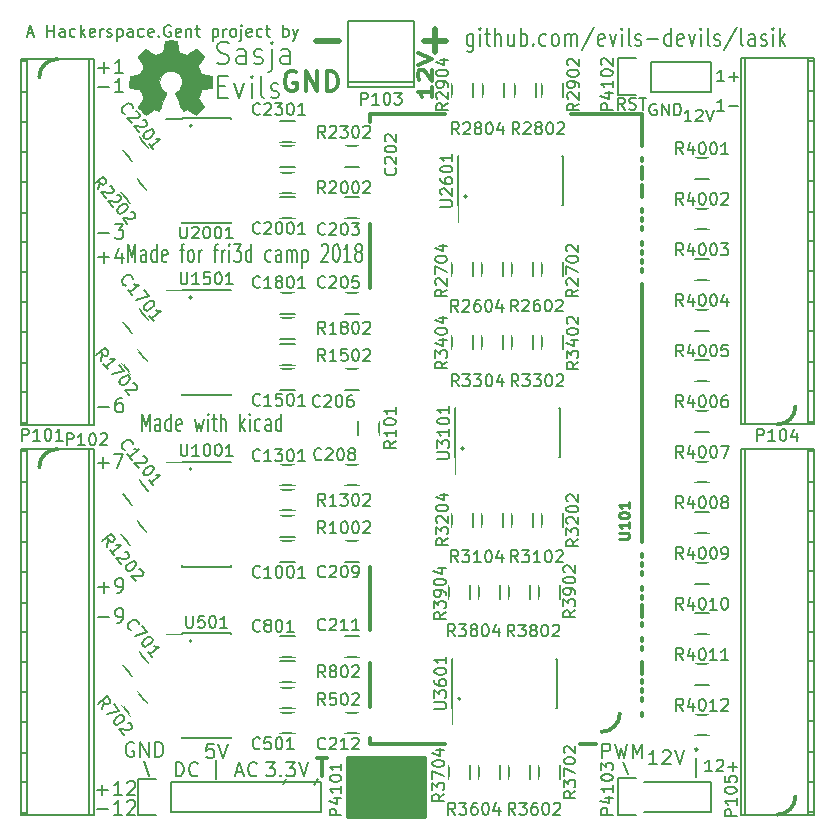
<source format=gto>
G04 #@! TF.FileFunction,Legend,Top*
%FSLAX46Y46*%
G04 Gerber Fmt 4.6, Leading zero omitted, Abs format (unit mm)*
G04 Created by KiCad (PCBNEW 4.0.2+dfsg1-stable) date Sun 27 May 2018 11:31:04 CEST*
%MOMM*%
G01*
G04 APERTURE LIST*
%ADD10C,0.100000*%
%ADD11C,0.200000*%
%ADD12C,0.150000*%
%ADD13C,0.500000*%
%ADD14C,0.350000*%
%ADD15C,0.300000*%
%ADD16C,0.304800*%
%ADD17C,0.002540*%
%ADD18C,0.222250*%
%ADD19C,0.254000*%
%ADD20O,2.398980X2.398980*%
%ADD21R,2.398980X2.398980*%
%ADD22O,2.650000X2.127200*%
%ADD23R,2.650000X2.127200*%
%ADD24O,2.127200X2.432000*%
%ADD25R,2.127200X2.432000*%
%ADD26R,1.900000X1.700000*%
%ADD27R,1.900000X1.000000*%
%ADD28R,1.000000X1.900000*%
%ADD29R,1.700000X1.900000*%
G04 APERTURE END LIST*
D10*
D11*
X51663600Y-27635200D02*
G75*
G03X51663600Y-27635200I-99806J0D01*
G01*
X51409600Y-48971200D02*
G75*
G03X51409600Y-48971200I-99806J0D01*
G01*
X51153806Y-70156594D02*
G75*
G03X51153806Y-70156594I-99806J0D01*
G01*
X28395406Y-65279793D02*
G75*
G03X28395406Y-65279793I-99806J0D01*
G01*
X28395406Y-50733462D02*
G75*
G03X28395406Y-50733462I-99806J0D01*
G01*
X28395406Y-36187131D02*
G75*
G03X28395406Y-36187131I-99806J0D01*
G01*
X28395406Y-21640800D02*
G75*
G03X28395406Y-21640800I-99806J0D01*
G01*
X24168838Y-47516171D02*
X24168838Y-46016171D01*
X24502172Y-47087600D01*
X24835505Y-46016171D01*
X24835505Y-47516171D01*
X25740267Y-47516171D02*
X25740267Y-46730457D01*
X25692648Y-46587600D01*
X25597410Y-46516171D01*
X25406933Y-46516171D01*
X25311695Y-46587600D01*
X25740267Y-47444743D02*
X25645029Y-47516171D01*
X25406933Y-47516171D01*
X25311695Y-47444743D01*
X25264076Y-47301886D01*
X25264076Y-47159029D01*
X25311695Y-47016171D01*
X25406933Y-46944743D01*
X25645029Y-46944743D01*
X25740267Y-46873314D01*
X26645029Y-47516171D02*
X26645029Y-46016171D01*
X26645029Y-47444743D02*
X26549791Y-47516171D01*
X26359314Y-47516171D01*
X26264076Y-47444743D01*
X26216457Y-47373314D01*
X26168838Y-47230457D01*
X26168838Y-46801886D01*
X26216457Y-46659029D01*
X26264076Y-46587600D01*
X26359314Y-46516171D01*
X26549791Y-46516171D01*
X26645029Y-46587600D01*
X27502172Y-47444743D02*
X27406934Y-47516171D01*
X27216457Y-47516171D01*
X27121219Y-47444743D01*
X27073600Y-47301886D01*
X27073600Y-46730457D01*
X27121219Y-46587600D01*
X27216457Y-46516171D01*
X27406934Y-46516171D01*
X27502172Y-46587600D01*
X27549791Y-46730457D01*
X27549791Y-46873314D01*
X27073600Y-47016171D01*
X28645029Y-46516171D02*
X28835505Y-47516171D01*
X29025982Y-46801886D01*
X29216458Y-47516171D01*
X29406934Y-46516171D01*
X29787886Y-47516171D02*
X29787886Y-46516171D01*
X29787886Y-46016171D02*
X29740267Y-46087600D01*
X29787886Y-46159029D01*
X29835505Y-46087600D01*
X29787886Y-46016171D01*
X29787886Y-46159029D01*
X30121219Y-46516171D02*
X30502171Y-46516171D01*
X30264076Y-46016171D02*
X30264076Y-47301886D01*
X30311695Y-47444743D01*
X30406933Y-47516171D01*
X30502171Y-47516171D01*
X30835505Y-47516171D02*
X30835505Y-46016171D01*
X31264077Y-47516171D02*
X31264077Y-46730457D01*
X31216458Y-46587600D01*
X31121220Y-46516171D01*
X30978362Y-46516171D01*
X30883124Y-46587600D01*
X30835505Y-46659029D01*
X32502172Y-47516171D02*
X32502172Y-46016171D01*
X32597410Y-46944743D02*
X32883125Y-47516171D01*
X32883125Y-46516171D02*
X32502172Y-47087600D01*
X33311696Y-47516171D02*
X33311696Y-46516171D01*
X33311696Y-46016171D02*
X33264077Y-46087600D01*
X33311696Y-46159029D01*
X33359315Y-46087600D01*
X33311696Y-46016171D01*
X33311696Y-46159029D01*
X34216458Y-47444743D02*
X34121220Y-47516171D01*
X33930743Y-47516171D01*
X33835505Y-47444743D01*
X33787886Y-47373314D01*
X33740267Y-47230457D01*
X33740267Y-46801886D01*
X33787886Y-46659029D01*
X33835505Y-46587600D01*
X33930743Y-46516171D01*
X34121220Y-46516171D01*
X34216458Y-46587600D01*
X35073601Y-47516171D02*
X35073601Y-46730457D01*
X35025982Y-46587600D01*
X34930744Y-46516171D01*
X34740267Y-46516171D01*
X34645029Y-46587600D01*
X35073601Y-47444743D02*
X34978363Y-47516171D01*
X34740267Y-47516171D01*
X34645029Y-47444743D01*
X34597410Y-47301886D01*
X34597410Y-47159029D01*
X34645029Y-47016171D01*
X34740267Y-46944743D01*
X34978363Y-46944743D01*
X35073601Y-46873314D01*
X35978363Y-47516171D02*
X35978363Y-46016171D01*
X35978363Y-47444743D02*
X35883125Y-47516171D01*
X35692648Y-47516171D01*
X35597410Y-47444743D01*
X35549791Y-47373314D01*
X35502172Y-47230457D01*
X35502172Y-46801886D01*
X35549791Y-46659029D01*
X35597410Y-46587600D01*
X35692648Y-46516171D01*
X35883125Y-46516171D01*
X35978363Y-46587600D01*
X22962837Y-33190571D02*
X22962837Y-31690571D01*
X23296171Y-32762000D01*
X23629504Y-31690571D01*
X23629504Y-33190571D01*
X24534266Y-33190571D02*
X24534266Y-32404857D01*
X24486647Y-32262000D01*
X24391409Y-32190571D01*
X24200932Y-32190571D01*
X24105694Y-32262000D01*
X24534266Y-33119143D02*
X24439028Y-33190571D01*
X24200932Y-33190571D01*
X24105694Y-33119143D01*
X24058075Y-32976286D01*
X24058075Y-32833429D01*
X24105694Y-32690571D01*
X24200932Y-32619143D01*
X24439028Y-32619143D01*
X24534266Y-32547714D01*
X25439028Y-33190571D02*
X25439028Y-31690571D01*
X25439028Y-33119143D02*
X25343790Y-33190571D01*
X25153313Y-33190571D01*
X25058075Y-33119143D01*
X25010456Y-33047714D01*
X24962837Y-32904857D01*
X24962837Y-32476286D01*
X25010456Y-32333429D01*
X25058075Y-32262000D01*
X25153313Y-32190571D01*
X25343790Y-32190571D01*
X25439028Y-32262000D01*
X26296171Y-33119143D02*
X26200933Y-33190571D01*
X26010456Y-33190571D01*
X25915218Y-33119143D01*
X25867599Y-32976286D01*
X25867599Y-32404857D01*
X25915218Y-32262000D01*
X26010456Y-32190571D01*
X26200933Y-32190571D01*
X26296171Y-32262000D01*
X26343790Y-32404857D01*
X26343790Y-32547714D01*
X25867599Y-32690571D01*
X27391409Y-32190571D02*
X27772361Y-32190571D01*
X27534266Y-33190571D02*
X27534266Y-31904857D01*
X27581885Y-31762000D01*
X27677123Y-31690571D01*
X27772361Y-31690571D01*
X28248552Y-33190571D02*
X28153314Y-33119143D01*
X28105695Y-33047714D01*
X28058076Y-32904857D01*
X28058076Y-32476286D01*
X28105695Y-32333429D01*
X28153314Y-32262000D01*
X28248552Y-32190571D01*
X28391410Y-32190571D01*
X28486648Y-32262000D01*
X28534267Y-32333429D01*
X28581886Y-32476286D01*
X28581886Y-32904857D01*
X28534267Y-33047714D01*
X28486648Y-33119143D01*
X28391410Y-33190571D01*
X28248552Y-33190571D01*
X29010457Y-33190571D02*
X29010457Y-32190571D01*
X29010457Y-32476286D02*
X29058076Y-32333429D01*
X29105695Y-32262000D01*
X29200933Y-32190571D01*
X29296172Y-32190571D01*
X30248553Y-32190571D02*
X30629505Y-32190571D01*
X30391410Y-33190571D02*
X30391410Y-31904857D01*
X30439029Y-31762000D01*
X30534267Y-31690571D01*
X30629505Y-31690571D01*
X30962839Y-33190571D02*
X30962839Y-32190571D01*
X30962839Y-32476286D02*
X31010458Y-32333429D01*
X31058077Y-32262000D01*
X31153315Y-32190571D01*
X31248554Y-32190571D01*
X31581887Y-33190571D02*
X31581887Y-32190571D01*
X31581887Y-31690571D02*
X31534268Y-31762000D01*
X31581887Y-31833429D01*
X31629506Y-31762000D01*
X31581887Y-31690571D01*
X31581887Y-31833429D01*
X31962839Y-31690571D02*
X32581887Y-31690571D01*
X32248553Y-32262000D01*
X32391411Y-32262000D01*
X32486649Y-32333429D01*
X32534268Y-32404857D01*
X32581887Y-32547714D01*
X32581887Y-32904857D01*
X32534268Y-33047714D01*
X32486649Y-33119143D01*
X32391411Y-33190571D01*
X32105696Y-33190571D01*
X32010458Y-33119143D01*
X31962839Y-33047714D01*
X33439030Y-33190571D02*
X33439030Y-31690571D01*
X33439030Y-33119143D02*
X33343792Y-33190571D01*
X33153315Y-33190571D01*
X33058077Y-33119143D01*
X33010458Y-33047714D01*
X32962839Y-32904857D01*
X32962839Y-32476286D01*
X33010458Y-32333429D01*
X33058077Y-32262000D01*
X33153315Y-32190571D01*
X33343792Y-32190571D01*
X33439030Y-32262000D01*
X35105697Y-33119143D02*
X35010459Y-33190571D01*
X34819982Y-33190571D01*
X34724744Y-33119143D01*
X34677125Y-33047714D01*
X34629506Y-32904857D01*
X34629506Y-32476286D01*
X34677125Y-32333429D01*
X34724744Y-32262000D01*
X34819982Y-32190571D01*
X35010459Y-32190571D01*
X35105697Y-32262000D01*
X35962840Y-33190571D02*
X35962840Y-32404857D01*
X35915221Y-32262000D01*
X35819983Y-32190571D01*
X35629506Y-32190571D01*
X35534268Y-32262000D01*
X35962840Y-33119143D02*
X35867602Y-33190571D01*
X35629506Y-33190571D01*
X35534268Y-33119143D01*
X35486649Y-32976286D01*
X35486649Y-32833429D01*
X35534268Y-32690571D01*
X35629506Y-32619143D01*
X35867602Y-32619143D01*
X35962840Y-32547714D01*
X36439030Y-33190571D02*
X36439030Y-32190571D01*
X36439030Y-32333429D02*
X36486649Y-32262000D01*
X36581887Y-32190571D01*
X36724745Y-32190571D01*
X36819983Y-32262000D01*
X36867602Y-32404857D01*
X36867602Y-33190571D01*
X36867602Y-32404857D02*
X36915221Y-32262000D01*
X37010459Y-32190571D01*
X37153316Y-32190571D01*
X37248554Y-32262000D01*
X37296173Y-32404857D01*
X37296173Y-33190571D01*
X37772363Y-32190571D02*
X37772363Y-33690571D01*
X37772363Y-32262000D02*
X37867601Y-32190571D01*
X38058078Y-32190571D01*
X38153316Y-32262000D01*
X38200935Y-32333429D01*
X38248554Y-32476286D01*
X38248554Y-32904857D01*
X38200935Y-33047714D01*
X38153316Y-33119143D01*
X38058078Y-33190571D01*
X37867601Y-33190571D01*
X37772363Y-33119143D01*
X39391411Y-31833429D02*
X39439030Y-31762000D01*
X39534268Y-31690571D01*
X39772364Y-31690571D01*
X39867602Y-31762000D01*
X39915221Y-31833429D01*
X39962840Y-31976286D01*
X39962840Y-32119143D01*
X39915221Y-32333429D01*
X39343792Y-33190571D01*
X39962840Y-33190571D01*
X40581887Y-31690571D02*
X40677126Y-31690571D01*
X40772364Y-31762000D01*
X40819983Y-31833429D01*
X40867602Y-31976286D01*
X40915221Y-32262000D01*
X40915221Y-32619143D01*
X40867602Y-32904857D01*
X40819983Y-33047714D01*
X40772364Y-33119143D01*
X40677126Y-33190571D01*
X40581887Y-33190571D01*
X40486649Y-33119143D01*
X40439030Y-33047714D01*
X40391411Y-32904857D01*
X40343792Y-32619143D01*
X40343792Y-32262000D01*
X40391411Y-31976286D01*
X40439030Y-31833429D01*
X40486649Y-31762000D01*
X40581887Y-31690571D01*
X41867602Y-33190571D02*
X41296173Y-33190571D01*
X41581887Y-33190571D02*
X41581887Y-31690571D01*
X41486649Y-31904857D01*
X41391411Y-32047714D01*
X41296173Y-32119143D01*
X42439030Y-32333429D02*
X42343792Y-32262000D01*
X42296173Y-32190571D01*
X42248554Y-32047714D01*
X42248554Y-31976286D01*
X42296173Y-31833429D01*
X42343792Y-31762000D01*
X42439030Y-31690571D01*
X42629507Y-31690571D01*
X42724745Y-31762000D01*
X42772364Y-31833429D01*
X42819983Y-31976286D01*
X42819983Y-32047714D01*
X42772364Y-32190571D01*
X42724745Y-32262000D01*
X42629507Y-32333429D01*
X42439030Y-32333429D01*
X42343792Y-32404857D01*
X42296173Y-32476286D01*
X42248554Y-32619143D01*
X42248554Y-32904857D01*
X42296173Y-33047714D01*
X42343792Y-33119143D01*
X42439030Y-33190571D01*
X42629507Y-33190571D01*
X42724745Y-33119143D01*
X42772364Y-33047714D01*
X42819983Y-32904857D01*
X42819983Y-32619143D01*
X42772364Y-32476286D01*
X42724745Y-32404857D01*
X42629507Y-32333429D01*
X30549810Y-16357048D02*
X30792667Y-16447524D01*
X31197429Y-16447524D01*
X31359333Y-16357048D01*
X31440286Y-16266571D01*
X31521238Y-16085619D01*
X31521238Y-15904667D01*
X31440286Y-15723714D01*
X31359333Y-15633238D01*
X31197429Y-15542762D01*
X30873619Y-15452286D01*
X30711714Y-15361810D01*
X30630762Y-15271333D01*
X30549810Y-15090381D01*
X30549810Y-14909429D01*
X30630762Y-14728476D01*
X30711714Y-14638000D01*
X30873619Y-14547524D01*
X31278381Y-14547524D01*
X31521238Y-14638000D01*
X32978381Y-16447524D02*
X32978381Y-15452286D01*
X32897429Y-15271333D01*
X32735524Y-15180857D01*
X32411715Y-15180857D01*
X32249810Y-15271333D01*
X32978381Y-16357048D02*
X32816477Y-16447524D01*
X32411715Y-16447524D01*
X32249810Y-16357048D01*
X32168858Y-16176095D01*
X32168858Y-15995143D01*
X32249810Y-15814190D01*
X32411715Y-15723714D01*
X32816477Y-15723714D01*
X32978381Y-15633238D01*
X33706953Y-16357048D02*
X33868857Y-16447524D01*
X34192667Y-16447524D01*
X34354572Y-16357048D01*
X34435524Y-16176095D01*
X34435524Y-16085619D01*
X34354572Y-15904667D01*
X34192667Y-15814190D01*
X33949810Y-15814190D01*
X33787905Y-15723714D01*
X33706953Y-15542762D01*
X33706953Y-15452286D01*
X33787905Y-15271333D01*
X33949810Y-15180857D01*
X34192667Y-15180857D01*
X34354572Y-15271333D01*
X35164095Y-15180857D02*
X35164095Y-16809429D01*
X35083143Y-16990381D01*
X34921238Y-17080857D01*
X34840285Y-17080857D01*
X35164095Y-14547524D02*
X35083143Y-14638000D01*
X35164095Y-14728476D01*
X35245047Y-14638000D01*
X35164095Y-14547524D01*
X35164095Y-14728476D01*
X36702190Y-16447524D02*
X36702190Y-15452286D01*
X36621238Y-15271333D01*
X36459333Y-15180857D01*
X36135524Y-15180857D01*
X35973619Y-15271333D01*
X36702190Y-16357048D02*
X36540286Y-16447524D01*
X36135524Y-16447524D01*
X35973619Y-16357048D01*
X35892667Y-16176095D01*
X35892667Y-15995143D01*
X35973619Y-15814190D01*
X36135524Y-15723714D01*
X36540286Y-15723714D01*
X36702190Y-15633238D01*
X30630762Y-18312286D02*
X31197429Y-18312286D01*
X31440286Y-19307524D02*
X30630762Y-19307524D01*
X30630762Y-17407524D01*
X31440286Y-17407524D01*
X32006952Y-18040857D02*
X32411714Y-19307524D01*
X32816476Y-18040857D01*
X33464095Y-19307524D02*
X33464095Y-18040857D01*
X33464095Y-17407524D02*
X33383143Y-17498000D01*
X33464095Y-17588476D01*
X33545047Y-17498000D01*
X33464095Y-17407524D01*
X33464095Y-17588476D01*
X34516476Y-19307524D02*
X34354571Y-19217048D01*
X34273619Y-19036095D01*
X34273619Y-17407524D01*
X35083143Y-19217048D02*
X35245047Y-19307524D01*
X35568857Y-19307524D01*
X35730762Y-19217048D01*
X35811714Y-19036095D01*
X35811714Y-18945619D01*
X35730762Y-18764667D01*
X35568857Y-18674190D01*
X35326000Y-18674190D01*
X35164095Y-18583714D01*
X35083143Y-18402762D01*
X35083143Y-18312286D01*
X35164095Y-18131333D01*
X35326000Y-18040857D01*
X35568857Y-18040857D01*
X35730762Y-18131333D01*
D12*
X14504827Y-13831867D02*
X14981018Y-13831867D01*
X14409589Y-14117581D02*
X14742922Y-13117581D01*
X15076256Y-14117581D01*
X16171494Y-14117581D02*
X16171494Y-13117581D01*
X16171494Y-13593771D02*
X16742923Y-13593771D01*
X16742923Y-14117581D02*
X16742923Y-13117581D01*
X17647685Y-14117581D02*
X17647685Y-13593771D01*
X17600066Y-13498533D01*
X17504828Y-13450914D01*
X17314351Y-13450914D01*
X17219113Y-13498533D01*
X17647685Y-14069962D02*
X17552447Y-14117581D01*
X17314351Y-14117581D01*
X17219113Y-14069962D01*
X17171494Y-13974724D01*
X17171494Y-13879486D01*
X17219113Y-13784248D01*
X17314351Y-13736629D01*
X17552447Y-13736629D01*
X17647685Y-13689010D01*
X18552447Y-14069962D02*
X18457209Y-14117581D01*
X18266732Y-14117581D01*
X18171494Y-14069962D01*
X18123875Y-14022343D01*
X18076256Y-13927105D01*
X18076256Y-13641390D01*
X18123875Y-13546152D01*
X18171494Y-13498533D01*
X18266732Y-13450914D01*
X18457209Y-13450914D01*
X18552447Y-13498533D01*
X18981018Y-14117581D02*
X18981018Y-13117581D01*
X19076256Y-13736629D02*
X19361971Y-14117581D01*
X19361971Y-13450914D02*
X18981018Y-13831867D01*
X20171495Y-14069962D02*
X20076257Y-14117581D01*
X19885780Y-14117581D01*
X19790542Y-14069962D01*
X19742923Y-13974724D01*
X19742923Y-13593771D01*
X19790542Y-13498533D01*
X19885780Y-13450914D01*
X20076257Y-13450914D01*
X20171495Y-13498533D01*
X20219114Y-13593771D01*
X20219114Y-13689010D01*
X19742923Y-13784248D01*
X20647685Y-14117581D02*
X20647685Y-13450914D01*
X20647685Y-13641390D02*
X20695304Y-13546152D01*
X20742923Y-13498533D01*
X20838161Y-13450914D01*
X20933400Y-13450914D01*
X21219114Y-14069962D02*
X21314352Y-14117581D01*
X21504828Y-14117581D01*
X21600067Y-14069962D01*
X21647686Y-13974724D01*
X21647686Y-13927105D01*
X21600067Y-13831867D01*
X21504828Y-13784248D01*
X21361971Y-13784248D01*
X21266733Y-13736629D01*
X21219114Y-13641390D01*
X21219114Y-13593771D01*
X21266733Y-13498533D01*
X21361971Y-13450914D01*
X21504828Y-13450914D01*
X21600067Y-13498533D01*
X22076257Y-13450914D02*
X22076257Y-14450914D01*
X22076257Y-13498533D02*
X22171495Y-13450914D01*
X22361972Y-13450914D01*
X22457210Y-13498533D01*
X22504829Y-13546152D01*
X22552448Y-13641390D01*
X22552448Y-13927105D01*
X22504829Y-14022343D01*
X22457210Y-14069962D01*
X22361972Y-14117581D01*
X22171495Y-14117581D01*
X22076257Y-14069962D01*
X23409591Y-14117581D02*
X23409591Y-13593771D01*
X23361972Y-13498533D01*
X23266734Y-13450914D01*
X23076257Y-13450914D01*
X22981019Y-13498533D01*
X23409591Y-14069962D02*
X23314353Y-14117581D01*
X23076257Y-14117581D01*
X22981019Y-14069962D01*
X22933400Y-13974724D01*
X22933400Y-13879486D01*
X22981019Y-13784248D01*
X23076257Y-13736629D01*
X23314353Y-13736629D01*
X23409591Y-13689010D01*
X24314353Y-14069962D02*
X24219115Y-14117581D01*
X24028638Y-14117581D01*
X23933400Y-14069962D01*
X23885781Y-14022343D01*
X23838162Y-13927105D01*
X23838162Y-13641390D01*
X23885781Y-13546152D01*
X23933400Y-13498533D01*
X24028638Y-13450914D01*
X24219115Y-13450914D01*
X24314353Y-13498533D01*
X25123877Y-14069962D02*
X25028639Y-14117581D01*
X24838162Y-14117581D01*
X24742924Y-14069962D01*
X24695305Y-13974724D01*
X24695305Y-13593771D01*
X24742924Y-13498533D01*
X24838162Y-13450914D01*
X25028639Y-13450914D01*
X25123877Y-13498533D01*
X25171496Y-13593771D01*
X25171496Y-13689010D01*
X24695305Y-13784248D01*
X25600067Y-14022343D02*
X25647686Y-14069962D01*
X25600067Y-14117581D01*
X25552448Y-14069962D01*
X25600067Y-14022343D01*
X25600067Y-14117581D01*
X26600067Y-13165200D02*
X26504829Y-13117581D01*
X26361972Y-13117581D01*
X26219114Y-13165200D01*
X26123876Y-13260438D01*
X26076257Y-13355676D01*
X26028638Y-13546152D01*
X26028638Y-13689010D01*
X26076257Y-13879486D01*
X26123876Y-13974724D01*
X26219114Y-14069962D01*
X26361972Y-14117581D01*
X26457210Y-14117581D01*
X26600067Y-14069962D01*
X26647686Y-14022343D01*
X26647686Y-13689010D01*
X26457210Y-13689010D01*
X27457210Y-14069962D02*
X27361972Y-14117581D01*
X27171495Y-14117581D01*
X27076257Y-14069962D01*
X27028638Y-13974724D01*
X27028638Y-13593771D01*
X27076257Y-13498533D01*
X27171495Y-13450914D01*
X27361972Y-13450914D01*
X27457210Y-13498533D01*
X27504829Y-13593771D01*
X27504829Y-13689010D01*
X27028638Y-13784248D01*
X27933400Y-13450914D02*
X27933400Y-14117581D01*
X27933400Y-13546152D02*
X27981019Y-13498533D01*
X28076257Y-13450914D01*
X28219115Y-13450914D01*
X28314353Y-13498533D01*
X28361972Y-13593771D01*
X28361972Y-14117581D01*
X28695305Y-13450914D02*
X29076257Y-13450914D01*
X28838162Y-13117581D02*
X28838162Y-13974724D01*
X28885781Y-14069962D01*
X28981019Y-14117581D01*
X29076257Y-14117581D01*
X30171496Y-13450914D02*
X30171496Y-14450914D01*
X30171496Y-13498533D02*
X30266734Y-13450914D01*
X30457211Y-13450914D01*
X30552449Y-13498533D01*
X30600068Y-13546152D01*
X30647687Y-13641390D01*
X30647687Y-13927105D01*
X30600068Y-14022343D01*
X30552449Y-14069962D01*
X30457211Y-14117581D01*
X30266734Y-14117581D01*
X30171496Y-14069962D01*
X31076258Y-14117581D02*
X31076258Y-13450914D01*
X31076258Y-13641390D02*
X31123877Y-13546152D01*
X31171496Y-13498533D01*
X31266734Y-13450914D01*
X31361973Y-13450914D01*
X31838163Y-14117581D02*
X31742925Y-14069962D01*
X31695306Y-14022343D01*
X31647687Y-13927105D01*
X31647687Y-13641390D01*
X31695306Y-13546152D01*
X31742925Y-13498533D01*
X31838163Y-13450914D01*
X31981021Y-13450914D01*
X32076259Y-13498533D01*
X32123878Y-13546152D01*
X32171497Y-13641390D01*
X32171497Y-13927105D01*
X32123878Y-14022343D01*
X32076259Y-14069962D01*
X31981021Y-14117581D01*
X31838163Y-14117581D01*
X32600068Y-13450914D02*
X32600068Y-14308057D01*
X32552449Y-14403295D01*
X32457211Y-14450914D01*
X32409592Y-14450914D01*
X32600068Y-13117581D02*
X32552449Y-13165200D01*
X32600068Y-13212819D01*
X32647687Y-13165200D01*
X32600068Y-13117581D01*
X32600068Y-13212819D01*
X33457211Y-14069962D02*
X33361973Y-14117581D01*
X33171496Y-14117581D01*
X33076258Y-14069962D01*
X33028639Y-13974724D01*
X33028639Y-13593771D01*
X33076258Y-13498533D01*
X33171496Y-13450914D01*
X33361973Y-13450914D01*
X33457211Y-13498533D01*
X33504830Y-13593771D01*
X33504830Y-13689010D01*
X33028639Y-13784248D01*
X34361973Y-14069962D02*
X34266735Y-14117581D01*
X34076258Y-14117581D01*
X33981020Y-14069962D01*
X33933401Y-14022343D01*
X33885782Y-13927105D01*
X33885782Y-13641390D01*
X33933401Y-13546152D01*
X33981020Y-13498533D01*
X34076258Y-13450914D01*
X34266735Y-13450914D01*
X34361973Y-13498533D01*
X34647687Y-13450914D02*
X35028639Y-13450914D01*
X34790544Y-13117581D02*
X34790544Y-13974724D01*
X34838163Y-14069962D01*
X34933401Y-14117581D01*
X35028639Y-14117581D01*
X36123878Y-14117581D02*
X36123878Y-13117581D01*
X36123878Y-13498533D02*
X36219116Y-13450914D01*
X36409593Y-13450914D01*
X36504831Y-13498533D01*
X36552450Y-13546152D01*
X36600069Y-13641390D01*
X36600069Y-13927105D01*
X36552450Y-14022343D01*
X36504831Y-14069962D01*
X36409593Y-14117581D01*
X36219116Y-14117581D01*
X36123878Y-14069962D01*
X36933402Y-13450914D02*
X37171497Y-14117581D01*
X37409593Y-13450914D02*
X37171497Y-14117581D01*
X37076259Y-14355676D01*
X37028640Y-14403295D01*
X36933402Y-14450914D01*
D11*
X52236715Y-13902571D02*
X52236715Y-15116857D01*
X52179572Y-15259714D01*
X52122429Y-15331143D01*
X52008144Y-15402571D01*
X51836715Y-15402571D01*
X51722429Y-15331143D01*
X52236715Y-14831143D02*
X52122429Y-14902571D01*
X51893858Y-14902571D01*
X51779572Y-14831143D01*
X51722429Y-14759714D01*
X51665286Y-14616857D01*
X51665286Y-14188286D01*
X51722429Y-14045429D01*
X51779572Y-13974000D01*
X51893858Y-13902571D01*
X52122429Y-13902571D01*
X52236715Y-13974000D01*
X52808143Y-14902571D02*
X52808143Y-13902571D01*
X52808143Y-13402571D02*
X52751000Y-13474000D01*
X52808143Y-13545429D01*
X52865286Y-13474000D01*
X52808143Y-13402571D01*
X52808143Y-13545429D01*
X53208144Y-13902571D02*
X53665287Y-13902571D01*
X53379572Y-13402571D02*
X53379572Y-14688286D01*
X53436715Y-14831143D01*
X53551001Y-14902571D01*
X53665287Y-14902571D01*
X54065286Y-14902571D02*
X54065286Y-13402571D01*
X54579572Y-14902571D02*
X54579572Y-14116857D01*
X54522429Y-13974000D01*
X54408143Y-13902571D01*
X54236715Y-13902571D01*
X54122429Y-13974000D01*
X54065286Y-14045429D01*
X55665286Y-13902571D02*
X55665286Y-14902571D01*
X55151000Y-13902571D02*
X55151000Y-14688286D01*
X55208143Y-14831143D01*
X55322429Y-14902571D01*
X55493857Y-14902571D01*
X55608143Y-14831143D01*
X55665286Y-14759714D01*
X56236714Y-14902571D02*
X56236714Y-13402571D01*
X56236714Y-13974000D02*
X56351000Y-13902571D01*
X56579571Y-13902571D01*
X56693857Y-13974000D01*
X56751000Y-14045429D01*
X56808143Y-14188286D01*
X56808143Y-14616857D01*
X56751000Y-14759714D01*
X56693857Y-14831143D01*
X56579571Y-14902571D01*
X56351000Y-14902571D01*
X56236714Y-14831143D01*
X57322428Y-14759714D02*
X57379571Y-14831143D01*
X57322428Y-14902571D01*
X57265285Y-14831143D01*
X57322428Y-14759714D01*
X57322428Y-14902571D01*
X58408143Y-14831143D02*
X58293857Y-14902571D01*
X58065286Y-14902571D01*
X57951000Y-14831143D01*
X57893857Y-14759714D01*
X57836714Y-14616857D01*
X57836714Y-14188286D01*
X57893857Y-14045429D01*
X57951000Y-13974000D01*
X58065286Y-13902571D01*
X58293857Y-13902571D01*
X58408143Y-13974000D01*
X59093857Y-14902571D02*
X58979571Y-14831143D01*
X58922428Y-14759714D01*
X58865285Y-14616857D01*
X58865285Y-14188286D01*
X58922428Y-14045429D01*
X58979571Y-13974000D01*
X59093857Y-13902571D01*
X59265285Y-13902571D01*
X59379571Y-13974000D01*
X59436714Y-14045429D01*
X59493857Y-14188286D01*
X59493857Y-14616857D01*
X59436714Y-14759714D01*
X59379571Y-14831143D01*
X59265285Y-14902571D01*
X59093857Y-14902571D01*
X60008142Y-14902571D02*
X60008142Y-13902571D01*
X60008142Y-14045429D02*
X60065285Y-13974000D01*
X60179571Y-13902571D01*
X60350999Y-13902571D01*
X60465285Y-13974000D01*
X60522428Y-14116857D01*
X60522428Y-14902571D01*
X60522428Y-14116857D02*
X60579571Y-13974000D01*
X60693857Y-13902571D01*
X60865285Y-13902571D01*
X60979571Y-13974000D01*
X61036714Y-14116857D01*
X61036714Y-14902571D01*
X62465285Y-13331143D02*
X61436714Y-15259714D01*
X63322428Y-14831143D02*
X63208142Y-14902571D01*
X62979571Y-14902571D01*
X62865285Y-14831143D01*
X62808142Y-14688286D01*
X62808142Y-14116857D01*
X62865285Y-13974000D01*
X62979571Y-13902571D01*
X63208142Y-13902571D01*
X63322428Y-13974000D01*
X63379571Y-14116857D01*
X63379571Y-14259714D01*
X62808142Y-14402571D01*
X63779571Y-13902571D02*
X64065285Y-14902571D01*
X64350999Y-13902571D01*
X64808142Y-14902571D02*
X64808142Y-13902571D01*
X64808142Y-13402571D02*
X64750999Y-13474000D01*
X64808142Y-13545429D01*
X64865285Y-13474000D01*
X64808142Y-13402571D01*
X64808142Y-13545429D01*
X65551000Y-14902571D02*
X65436714Y-14831143D01*
X65379571Y-14688286D01*
X65379571Y-13402571D01*
X65950999Y-14831143D02*
X66065285Y-14902571D01*
X66293857Y-14902571D01*
X66408142Y-14831143D01*
X66465285Y-14688286D01*
X66465285Y-14616857D01*
X66408142Y-14474000D01*
X66293857Y-14402571D01*
X66122428Y-14402571D01*
X66008142Y-14331143D01*
X65950999Y-14188286D01*
X65950999Y-14116857D01*
X66008142Y-13974000D01*
X66122428Y-13902571D01*
X66293857Y-13902571D01*
X66408142Y-13974000D01*
X66979571Y-14331143D02*
X67893857Y-14331143D01*
X68979571Y-14902571D02*
X68979571Y-13402571D01*
X68979571Y-14831143D02*
X68865285Y-14902571D01*
X68636714Y-14902571D01*
X68522428Y-14831143D01*
X68465285Y-14759714D01*
X68408142Y-14616857D01*
X68408142Y-14188286D01*
X68465285Y-14045429D01*
X68522428Y-13974000D01*
X68636714Y-13902571D01*
X68865285Y-13902571D01*
X68979571Y-13974000D01*
X70008142Y-14831143D02*
X69893856Y-14902571D01*
X69665285Y-14902571D01*
X69550999Y-14831143D01*
X69493856Y-14688286D01*
X69493856Y-14116857D01*
X69550999Y-13974000D01*
X69665285Y-13902571D01*
X69893856Y-13902571D01*
X70008142Y-13974000D01*
X70065285Y-14116857D01*
X70065285Y-14259714D01*
X69493856Y-14402571D01*
X70465285Y-13902571D02*
X70750999Y-14902571D01*
X71036713Y-13902571D01*
X71493856Y-14902571D02*
X71493856Y-13902571D01*
X71493856Y-13402571D02*
X71436713Y-13474000D01*
X71493856Y-13545429D01*
X71550999Y-13474000D01*
X71493856Y-13402571D01*
X71493856Y-13545429D01*
X72236714Y-14902571D02*
X72122428Y-14831143D01*
X72065285Y-14688286D01*
X72065285Y-13402571D01*
X72636713Y-14831143D02*
X72750999Y-14902571D01*
X72979571Y-14902571D01*
X73093856Y-14831143D01*
X73150999Y-14688286D01*
X73150999Y-14616857D01*
X73093856Y-14474000D01*
X72979571Y-14402571D01*
X72808142Y-14402571D01*
X72693856Y-14331143D01*
X72636713Y-14188286D01*
X72636713Y-14116857D01*
X72693856Y-13974000D01*
X72808142Y-13902571D01*
X72979571Y-13902571D01*
X73093856Y-13974000D01*
X74522428Y-13331143D02*
X73493857Y-15259714D01*
X75093857Y-14902571D02*
X74979571Y-14831143D01*
X74922428Y-14688286D01*
X74922428Y-13402571D01*
X76065285Y-14902571D02*
X76065285Y-14116857D01*
X76008142Y-13974000D01*
X75893856Y-13902571D01*
X75665285Y-13902571D01*
X75550999Y-13974000D01*
X76065285Y-14831143D02*
X75950999Y-14902571D01*
X75665285Y-14902571D01*
X75550999Y-14831143D01*
X75493856Y-14688286D01*
X75493856Y-14545429D01*
X75550999Y-14402571D01*
X75665285Y-14331143D01*
X75950999Y-14331143D01*
X76065285Y-14259714D01*
X76579570Y-14831143D02*
X76693856Y-14902571D01*
X76922428Y-14902571D01*
X77036713Y-14831143D01*
X77093856Y-14688286D01*
X77093856Y-14616857D01*
X77036713Y-14474000D01*
X76922428Y-14402571D01*
X76750999Y-14402571D01*
X76636713Y-14331143D01*
X76579570Y-14188286D01*
X76579570Y-14116857D01*
X76636713Y-13974000D01*
X76750999Y-13902571D01*
X76922428Y-13902571D01*
X77036713Y-13974000D01*
X77608142Y-14902571D02*
X77608142Y-13902571D01*
X77608142Y-13402571D02*
X77550999Y-13474000D01*
X77608142Y-13545429D01*
X77665285Y-13474000D01*
X77608142Y-13402571D01*
X77608142Y-13545429D01*
X78179571Y-14902571D02*
X78179571Y-13402571D01*
X78293857Y-14331143D02*
X78636714Y-14902571D01*
X78636714Y-13902571D02*
X78179571Y-14474000D01*
D12*
X72444077Y-76322181D02*
X71872648Y-76322181D01*
X72158362Y-76322181D02*
X72158362Y-75322181D01*
X72063124Y-75465038D01*
X71967886Y-75560276D01*
X71872648Y-75607895D01*
X72825029Y-75417419D02*
X72872648Y-75369800D01*
X72967886Y-75322181D01*
X73205982Y-75322181D01*
X73301220Y-75369800D01*
X73348839Y-75417419D01*
X73396458Y-75512657D01*
X73396458Y-75607895D01*
X73348839Y-75750752D01*
X72777410Y-76322181D01*
X73396458Y-76322181D01*
X73825029Y-75941229D02*
X74586934Y-75941229D01*
X74205982Y-76322181D02*
X74205982Y-75560276D01*
X73479067Y-20391381D02*
X72907638Y-20391381D01*
X73193352Y-20391381D02*
X73193352Y-19391381D01*
X73098114Y-19534238D01*
X73002876Y-19629476D01*
X72907638Y-19677095D01*
X73907638Y-20010429D02*
X74669543Y-20010429D01*
X73479067Y-17902181D02*
X72907638Y-17902181D01*
X73193352Y-17902181D02*
X73193352Y-16902181D01*
X73098114Y-17045038D01*
X73002876Y-17140276D01*
X72907638Y-17187895D01*
X73907638Y-17521229D02*
X74669543Y-17521229D01*
X74288591Y-17902181D02*
X74288591Y-17140276D01*
D11*
X20485229Y-45450114D02*
X21399515Y-45450114D01*
X22485229Y-44707257D02*
X22256658Y-44707257D01*
X22142372Y-44764400D01*
X22085229Y-44821543D01*
X21970943Y-44992971D01*
X21913800Y-45221543D01*
X21913800Y-45678686D01*
X21970943Y-45792971D01*
X22028086Y-45850114D01*
X22142372Y-45907257D01*
X22370943Y-45907257D01*
X22485229Y-45850114D01*
X22542372Y-45792971D01*
X22599515Y-45678686D01*
X22599515Y-45392971D01*
X22542372Y-45278686D01*
X22485229Y-45221543D01*
X22370943Y-45164400D01*
X22142372Y-45164400D01*
X22028086Y-45221543D01*
X21970943Y-45278686D01*
X21913800Y-45392971D01*
X20434429Y-50174514D02*
X21348715Y-50174514D01*
X20891572Y-50631657D02*
X20891572Y-49717371D01*
X21805858Y-49431657D02*
X22605858Y-49431657D01*
X22091572Y-50631657D01*
X20485229Y-60715514D02*
X21399515Y-60715514D01*
X20942372Y-61172657D02*
X20942372Y-60258371D01*
X22028086Y-61172657D02*
X22256658Y-61172657D01*
X22370943Y-61115514D01*
X22428086Y-61058371D01*
X22542372Y-60886943D01*
X22599515Y-60658371D01*
X22599515Y-60201229D01*
X22542372Y-60086943D01*
X22485229Y-60029800D01*
X22370943Y-59972657D01*
X22142372Y-59972657D01*
X22028086Y-60029800D01*
X21970943Y-60086943D01*
X21913800Y-60201229D01*
X21913800Y-60486943D01*
X21970943Y-60601229D01*
X22028086Y-60658371D01*
X22142372Y-60715514D01*
X22370943Y-60715514D01*
X22485229Y-60658371D01*
X22542372Y-60601229D01*
X22599515Y-60486943D01*
X20485229Y-63255514D02*
X21399515Y-63255514D01*
X22028086Y-63712657D02*
X22256658Y-63712657D01*
X22370943Y-63655514D01*
X22428086Y-63598371D01*
X22542372Y-63426943D01*
X22599515Y-63198371D01*
X22599515Y-62741229D01*
X22542372Y-62626943D01*
X22485229Y-62569800D01*
X22370943Y-62512657D01*
X22142372Y-62512657D01*
X22028086Y-62569800D01*
X21970943Y-62626943D01*
X21913800Y-62741229D01*
X21913800Y-63026943D01*
X21970943Y-63141229D01*
X22028086Y-63198371D01*
X22142372Y-63255514D01*
X22370943Y-63255514D01*
X22485229Y-63198371D01*
X22542372Y-63141229D01*
X22599515Y-63026943D01*
X20371000Y-79511514D02*
X21285286Y-79511514D01*
X22485286Y-79968657D02*
X21799571Y-79968657D01*
X22142429Y-79968657D02*
X22142429Y-78768657D01*
X22028143Y-78940086D01*
X21913857Y-79054371D01*
X21799571Y-79111514D01*
X22942428Y-78882943D02*
X22999571Y-78825800D01*
X23113857Y-78768657D01*
X23399571Y-78768657D01*
X23513857Y-78825800D01*
X23571000Y-78882943D01*
X23628143Y-78997229D01*
X23628143Y-79111514D01*
X23571000Y-79282943D01*
X22885286Y-79968657D01*
X23628143Y-79968657D01*
X20371000Y-77885914D02*
X21285286Y-77885914D01*
X20828143Y-78343057D02*
X20828143Y-77428771D01*
X22485286Y-78343057D02*
X21799571Y-78343057D01*
X22142429Y-78343057D02*
X22142429Y-77143057D01*
X22028143Y-77314486D01*
X21913857Y-77428771D01*
X21799571Y-77485914D01*
X22942428Y-77257343D02*
X22999571Y-77200200D01*
X23113857Y-77143057D01*
X23399571Y-77143057D01*
X23513857Y-77200200D01*
X23571000Y-77257343D01*
X23628143Y-77371629D01*
X23628143Y-77485914D01*
X23571000Y-77657343D01*
X22885286Y-78343057D01*
X23628143Y-78343057D01*
X20485229Y-30743514D02*
X21399515Y-30743514D01*
X21856658Y-30000657D02*
X22599515Y-30000657D01*
X22199515Y-30457800D01*
X22370943Y-30457800D01*
X22485229Y-30514943D01*
X22542372Y-30572086D01*
X22599515Y-30686371D01*
X22599515Y-30972086D01*
X22542372Y-31086371D01*
X22485229Y-31143514D01*
X22370943Y-31200657D01*
X22028086Y-31200657D01*
X21913800Y-31143514D01*
X21856658Y-31086371D01*
X20485229Y-32775514D02*
X21399515Y-32775514D01*
X20942372Y-33232657D02*
X20942372Y-32318371D01*
X22485229Y-32432657D02*
X22485229Y-33232657D01*
X22199515Y-31975514D02*
X21913800Y-32832657D01*
X22656658Y-32832657D01*
X20485229Y-18373714D02*
X21399515Y-18373714D01*
X22599515Y-18830857D02*
X21913800Y-18830857D01*
X22256658Y-18830857D02*
X22256658Y-17630857D01*
X22142372Y-17802286D01*
X22028086Y-17916571D01*
X21913800Y-17973714D01*
X20485229Y-16748114D02*
X21399515Y-16748114D01*
X20942372Y-17205257D02*
X20942372Y-16290971D01*
X22599515Y-17205257D02*
X21913800Y-17205257D01*
X22256658Y-17205257D02*
X22256658Y-16005257D01*
X22142372Y-16176686D01*
X22028086Y-16290971D01*
X21913800Y-16348114D01*
D13*
X38925619Y-14478771D02*
X40830381Y-14478771D01*
X48044219Y-14453371D02*
X49948981Y-14453371D01*
X48996600Y-15405752D02*
X48996600Y-13500990D01*
D12*
X65060581Y-20289781D02*
X64727247Y-19813590D01*
X64489152Y-20289781D02*
X64489152Y-19289781D01*
X64870105Y-19289781D01*
X64965343Y-19337400D01*
X65012962Y-19385019D01*
X65060581Y-19480257D01*
X65060581Y-19623114D01*
X65012962Y-19718352D01*
X64965343Y-19765971D01*
X64870105Y-19813590D01*
X64489152Y-19813590D01*
X65441533Y-20242162D02*
X65584390Y-20289781D01*
X65822486Y-20289781D01*
X65917724Y-20242162D01*
X65965343Y-20194543D01*
X66012962Y-20099305D01*
X66012962Y-20004067D01*
X65965343Y-19908829D01*
X65917724Y-19861210D01*
X65822486Y-19813590D01*
X65632009Y-19765971D01*
X65536771Y-19718352D01*
X65489152Y-19670733D01*
X65441533Y-19575495D01*
X65441533Y-19480257D01*
X65489152Y-19385019D01*
X65536771Y-19337400D01*
X65632009Y-19289781D01*
X65870105Y-19289781D01*
X66012962Y-19337400D01*
X66298676Y-19289781D02*
X66870105Y-19289781D01*
X66584390Y-20289781D02*
X66584390Y-19289781D01*
X70704153Y-21280381D02*
X70132724Y-21280381D01*
X70418438Y-21280381D02*
X70418438Y-20280381D01*
X70323200Y-20423238D01*
X70227962Y-20518476D01*
X70132724Y-20566095D01*
X71085105Y-20375619D02*
X71132724Y-20328000D01*
X71227962Y-20280381D01*
X71466058Y-20280381D01*
X71561296Y-20328000D01*
X71608915Y-20375619D01*
X71656534Y-20470857D01*
X71656534Y-20566095D01*
X71608915Y-20708952D01*
X71037486Y-21280381D01*
X71656534Y-21280381D01*
X71942248Y-20280381D02*
X72275581Y-21280381D01*
X72608915Y-20280381D01*
X67716496Y-19820000D02*
X67621258Y-19772381D01*
X67478401Y-19772381D01*
X67335543Y-19820000D01*
X67240305Y-19915238D01*
X67192686Y-20010476D01*
X67145067Y-20200952D01*
X67145067Y-20343810D01*
X67192686Y-20534286D01*
X67240305Y-20629524D01*
X67335543Y-20724762D01*
X67478401Y-20772381D01*
X67573639Y-20772381D01*
X67716496Y-20724762D01*
X67764115Y-20677143D01*
X67764115Y-20343810D01*
X67573639Y-20343810D01*
X68192686Y-20772381D02*
X68192686Y-19772381D01*
X68764115Y-20772381D01*
X68764115Y-19772381D01*
X69240305Y-20772381D02*
X69240305Y-19772381D01*
X69478400Y-19772381D01*
X69621258Y-19820000D01*
X69716496Y-19915238D01*
X69764115Y-20010476D01*
X69811734Y-20200952D01*
X69811734Y-20343810D01*
X69764115Y-20534286D01*
X69716496Y-20629524D01*
X69621258Y-20724762D01*
X69478400Y-20772381D01*
X69240305Y-20772381D01*
D14*
X37223862Y-17117960D02*
X37061957Y-17037008D01*
X36819100Y-17037008D01*
X36576243Y-17117960D01*
X36414338Y-17279865D01*
X36333386Y-17441770D01*
X36252434Y-17765579D01*
X36252434Y-18008436D01*
X36333386Y-18332246D01*
X36414338Y-18494150D01*
X36576243Y-18656055D01*
X36819100Y-18737008D01*
X36981005Y-18737008D01*
X37223862Y-18656055D01*
X37304814Y-18575103D01*
X37304814Y-18008436D01*
X36981005Y-18008436D01*
X38033386Y-18737008D02*
X38033386Y-17037008D01*
X39004814Y-18737008D01*
X39004814Y-17037008D01*
X39814338Y-18737008D02*
X39814338Y-17037008D01*
X40219100Y-17037008D01*
X40461957Y-17117960D01*
X40623862Y-17279865D01*
X40704814Y-17441770D01*
X40785766Y-17765579D01*
X40785766Y-18008436D01*
X40704814Y-18332246D01*
X40623862Y-18494150D01*
X40461957Y-18656055D01*
X40219100Y-18737008D01*
X39814338Y-18737008D01*
D15*
X48752057Y-18327571D02*
X48752057Y-19184714D01*
X48752057Y-18756142D02*
X47552057Y-18756142D01*
X47723486Y-18898999D01*
X47837771Y-19041857D01*
X47894914Y-19184714D01*
X47666343Y-17756143D02*
X47609200Y-17684714D01*
X47552057Y-17541857D01*
X47552057Y-17184714D01*
X47609200Y-17041857D01*
X47666343Y-16970428D01*
X47780629Y-16899000D01*
X47894914Y-16899000D01*
X48066343Y-16970428D01*
X48752057Y-17827571D01*
X48752057Y-16899000D01*
X47552057Y-16470429D02*
X48752057Y-15970429D01*
X47552057Y-15470429D01*
D11*
X64897000Y-75488800D02*
X65354200Y-76530200D01*
X71120000Y-76822952D02*
X71120000Y-75156286D01*
X71120000Y-74322952D02*
X71000952Y-74442000D01*
X71120000Y-74561048D01*
X71239048Y-74442000D01*
X71120000Y-74322952D01*
X71120000Y-74561048D01*
X67811744Y-75726857D02*
X67126029Y-75726857D01*
X67468887Y-75726857D02*
X67468887Y-74526857D01*
X67354601Y-74698286D01*
X67240315Y-74812571D01*
X67126029Y-74869714D01*
X68268886Y-74641143D02*
X68326029Y-74584000D01*
X68440315Y-74526857D01*
X68726029Y-74526857D01*
X68840315Y-74584000D01*
X68897458Y-74641143D01*
X68954601Y-74755429D01*
X68954601Y-74869714D01*
X68897458Y-75041143D01*
X68211744Y-75726857D01*
X68954601Y-75726857D01*
X69297458Y-74526857D02*
X69697458Y-75726857D01*
X70097458Y-74526857D01*
X63160485Y-75168057D02*
X63160485Y-73968057D01*
X63617628Y-73968057D01*
X63731914Y-74025200D01*
X63789057Y-74082343D01*
X63846200Y-74196629D01*
X63846200Y-74368057D01*
X63789057Y-74482343D01*
X63731914Y-74539486D01*
X63617628Y-74596629D01*
X63160485Y-74596629D01*
X64246200Y-73968057D02*
X64531914Y-75168057D01*
X64760485Y-74310914D01*
X64989057Y-75168057D01*
X65274771Y-73968057D01*
X65731914Y-75168057D02*
X65731914Y-73968057D01*
X66131914Y-74825200D01*
X66531914Y-73968057D01*
X66531914Y-75168057D01*
X39116000Y-76949300D02*
X38773100Y-77495400D01*
X36372800Y-76949300D02*
X36080700Y-77444600D01*
D15*
X39017629Y-75213471D02*
X39874772Y-75213471D01*
X39446201Y-76713471D02*
X39446201Y-75213471D01*
D11*
X34677572Y-75542857D02*
X35420429Y-75542857D01*
X35020429Y-76000000D01*
X35191857Y-76000000D01*
X35306143Y-76057143D01*
X35363286Y-76114286D01*
X35420429Y-76228571D01*
X35420429Y-76514286D01*
X35363286Y-76628571D01*
X35306143Y-76685714D01*
X35191857Y-76742857D01*
X34849000Y-76742857D01*
X34734714Y-76685714D01*
X34677572Y-76628571D01*
X35934714Y-76628571D02*
X35991857Y-76685714D01*
X35934714Y-76742857D01*
X35877571Y-76685714D01*
X35934714Y-76628571D01*
X35934714Y-76742857D01*
X36391858Y-75542857D02*
X37134715Y-75542857D01*
X36734715Y-76000000D01*
X36906143Y-76000000D01*
X37020429Y-76057143D01*
X37077572Y-76114286D01*
X37134715Y-76228571D01*
X37134715Y-76514286D01*
X37077572Y-76628571D01*
X37020429Y-76685714D01*
X36906143Y-76742857D01*
X36563286Y-76742857D01*
X36449000Y-76685714D01*
X36391858Y-76628571D01*
X37477572Y-75542857D02*
X37877572Y-76742857D01*
X38277572Y-75542857D01*
X32134286Y-76400000D02*
X32705715Y-76400000D01*
X32020001Y-76742857D02*
X32420001Y-75542857D01*
X32820001Y-76742857D01*
X33905715Y-76628571D02*
X33848572Y-76685714D01*
X33677143Y-76742857D01*
X33562857Y-76742857D01*
X33391429Y-76685714D01*
X33277143Y-76571429D01*
X33220000Y-76457143D01*
X33162857Y-76228571D01*
X33162857Y-76057143D01*
X33220000Y-75828571D01*
X33277143Y-75714286D01*
X33391429Y-75600000D01*
X33562857Y-75542857D01*
X33677143Y-75542857D01*
X33848572Y-75600000D01*
X33905715Y-75657143D01*
X30480000Y-76949300D02*
X30480000Y-75323700D01*
X30251429Y-73993457D02*
X29680000Y-73993457D01*
X29622857Y-74564886D01*
X29680000Y-74507743D01*
X29794286Y-74450600D01*
X30080000Y-74450600D01*
X30194286Y-74507743D01*
X30251429Y-74564886D01*
X30308572Y-74679171D01*
X30308572Y-74964886D01*
X30251429Y-75079171D01*
X30194286Y-75136314D01*
X30080000Y-75193457D01*
X29794286Y-75193457D01*
X29680000Y-75136314D01*
X29622857Y-75079171D01*
X30651429Y-73993457D02*
X31051429Y-75193457D01*
X31451429Y-73993457D01*
X27025714Y-76742857D02*
X27025714Y-75542857D01*
X27311429Y-75542857D01*
X27482857Y-75600000D01*
X27597143Y-75714286D01*
X27654286Y-75828571D01*
X27711429Y-76057143D01*
X27711429Y-76228571D01*
X27654286Y-76457143D01*
X27597143Y-76571429D01*
X27482857Y-76685714D01*
X27311429Y-76742857D01*
X27025714Y-76742857D01*
X28911429Y-76628571D02*
X28854286Y-76685714D01*
X28682857Y-76742857D01*
X28568571Y-76742857D01*
X28397143Y-76685714D01*
X28282857Y-76571429D01*
X28225714Y-76457143D01*
X28168571Y-76228571D01*
X28168571Y-76057143D01*
X28225714Y-75828571D01*
X28282857Y-75714286D01*
X28397143Y-75600000D01*
X28568571Y-75542857D01*
X28682857Y-75542857D01*
X28854286Y-75600000D01*
X28911429Y-75657143D01*
X24371300Y-75412600D02*
X24790400Y-76682600D01*
X23482415Y-73923600D02*
X23368129Y-73866457D01*
X23196700Y-73866457D01*
X23025272Y-73923600D01*
X22910986Y-74037886D01*
X22853843Y-74152171D01*
X22796700Y-74380743D01*
X22796700Y-74552171D01*
X22853843Y-74780743D01*
X22910986Y-74895029D01*
X23025272Y-75009314D01*
X23196700Y-75066457D01*
X23310986Y-75066457D01*
X23482415Y-75009314D01*
X23539558Y-74952171D01*
X23539558Y-74552171D01*
X23310986Y-74552171D01*
X24053843Y-75066457D02*
X24053843Y-73866457D01*
X24739558Y-75066457D01*
X24739558Y-73866457D01*
X25310986Y-75066457D02*
X25310986Y-73866457D01*
X25596701Y-73866457D01*
X25768129Y-73923600D01*
X25882415Y-74037886D01*
X25939558Y-74152171D01*
X25996701Y-74380743D01*
X25996701Y-74552171D01*
X25939558Y-74780743D01*
X25882415Y-74895029D01*
X25768129Y-75009314D01*
X25596701Y-75066457D01*
X25310986Y-75066457D01*
D12*
X41656000Y-12750800D02*
X47244000Y-12750800D01*
X47249080Y-17940020D02*
X41650920Y-17940020D01*
X41656000Y-12750800D02*
X41650920Y-18338800D01*
X41650920Y-18338800D02*
X47249080Y-18338800D01*
X47249080Y-18338800D02*
X47244000Y-12750800D01*
D16*
X77978000Y-79970000D02*
G75*
G03X79502000Y-78446000I0J1524000D01*
G01*
D12*
X80578960Y-64476000D02*
X81076800Y-64476000D01*
X81076800Y-48976920D02*
X81076800Y-79975080D01*
X80578960Y-79975080D02*
X80578960Y-48976920D01*
X75277980Y-48976920D02*
X75277980Y-79975080D01*
X74879200Y-79975080D02*
X74879200Y-48976920D01*
X80578960Y-66975360D02*
X81076800Y-66975360D01*
X80578960Y-61976640D02*
X81076800Y-61976640D01*
X80578960Y-69576320D02*
X81076800Y-69576320D01*
X80578960Y-59375680D02*
X81076800Y-59375680D01*
X80578960Y-51776000D02*
X81076800Y-51776000D01*
X80578960Y-54275360D02*
X81076800Y-54275360D01*
X80578960Y-56873780D02*
X81076800Y-56873780D01*
X80578960Y-72075680D02*
X81076800Y-72075680D01*
X80578960Y-74674100D02*
X81076800Y-74674100D01*
X81076800Y-79774420D02*
X80578960Y-79774420D01*
X80578960Y-49177580D02*
X81076800Y-49177580D01*
X81076800Y-77170920D02*
X80578960Y-77170920D01*
X81076800Y-48979460D02*
X74879200Y-48979460D01*
X74879200Y-79972540D02*
X81076800Y-79972540D01*
D16*
X77978000Y-46939200D02*
G75*
G03X79502000Y-45415200I0J1524000D01*
G01*
D12*
X80578960Y-31445200D02*
X81076800Y-31445200D01*
X81076800Y-15946120D02*
X81076800Y-46944280D01*
X80578960Y-46944280D02*
X80578960Y-15946120D01*
X75277980Y-15946120D02*
X75277980Y-46944280D01*
X74879200Y-46944280D02*
X74879200Y-15946120D01*
X80578960Y-33944560D02*
X81076800Y-33944560D01*
X80578960Y-28945840D02*
X81076800Y-28945840D01*
X80578960Y-36545520D02*
X81076800Y-36545520D01*
X80578960Y-26344880D02*
X81076800Y-26344880D01*
X80578960Y-18745200D02*
X81076800Y-18745200D01*
X80578960Y-21244560D02*
X81076800Y-21244560D01*
X80578960Y-23842980D02*
X81076800Y-23842980D01*
X80578960Y-39044880D02*
X81076800Y-39044880D01*
X80578960Y-41643300D02*
X81076800Y-41643300D01*
X81076800Y-46743620D02*
X80578960Y-46743620D01*
X80578960Y-16146780D02*
X81076800Y-16146780D01*
X81076800Y-44140120D02*
X80578960Y-44140120D01*
X81076800Y-15948660D02*
X74879200Y-15948660D01*
X74879200Y-46941740D02*
X81076800Y-46941740D01*
D16*
X17018000Y-49022000D02*
G75*
G03X15494000Y-50546000I0J-1524000D01*
G01*
D12*
X14417040Y-64516000D02*
X13919200Y-64516000D01*
X13919200Y-80015080D02*
X13919200Y-49016920D01*
X14417040Y-49016920D02*
X14417040Y-80015080D01*
X19718020Y-80015080D02*
X19718020Y-49016920D01*
X20116800Y-49016920D02*
X20116800Y-80015080D01*
X14417040Y-62016640D02*
X13919200Y-62016640D01*
X14417040Y-67015360D02*
X13919200Y-67015360D01*
X14417040Y-59415680D02*
X13919200Y-59415680D01*
X14417040Y-69616320D02*
X13919200Y-69616320D01*
X14417040Y-77216000D02*
X13919200Y-77216000D01*
X14417040Y-74716640D02*
X13919200Y-74716640D01*
X14417040Y-72118220D02*
X13919200Y-72118220D01*
X14417040Y-56916320D02*
X13919200Y-56916320D01*
X14417040Y-54317900D02*
X13919200Y-54317900D01*
X13919200Y-49217580D02*
X14417040Y-49217580D01*
X14417040Y-79814420D02*
X13919200Y-79814420D01*
X13919200Y-51821080D02*
X14417040Y-51821080D01*
X13919200Y-80012540D02*
X20116800Y-80012540D01*
X20116800Y-49019460D02*
X13919200Y-49019460D01*
D16*
X17018000Y-16002000D02*
G75*
G03X15494000Y-17526000I0J-1524000D01*
G01*
D12*
X14417040Y-31496000D02*
X13919200Y-31496000D01*
X13919200Y-46995080D02*
X13919200Y-15996920D01*
X14417040Y-15996920D02*
X14417040Y-46995080D01*
X19718020Y-46995080D02*
X19718020Y-15996920D01*
X20116800Y-15996920D02*
X20116800Y-46995080D01*
X14417040Y-28996640D02*
X13919200Y-28996640D01*
X14417040Y-33995360D02*
X13919200Y-33995360D01*
X14417040Y-26395680D02*
X13919200Y-26395680D01*
X14417040Y-36596320D02*
X13919200Y-36596320D01*
X14417040Y-44196000D02*
X13919200Y-44196000D01*
X14417040Y-41696640D02*
X13919200Y-41696640D01*
X14417040Y-39098220D02*
X13919200Y-39098220D01*
X14417040Y-23896320D02*
X13919200Y-23896320D01*
X14417040Y-21297900D02*
X13919200Y-21297900D01*
X13919200Y-16197580D02*
X14417040Y-16197580D01*
X14417040Y-46794420D02*
X13919200Y-46794420D01*
X13919200Y-18801080D02*
X14417040Y-18801080D01*
X13919200Y-46992540D02*
X20116800Y-46992540D01*
X20116800Y-15999460D02*
X13919200Y-15999460D01*
D16*
X63110401Y-72956401D02*
G75*
G03X64634401Y-71432401I0J1524000D01*
G01*
X66494337Y-20623275D02*
X66494337Y-23366475D01*
X66494337Y-20623275D02*
X60499937Y-20623275D01*
X43481937Y-20623275D02*
X49857337Y-20623275D01*
X66494337Y-56894475D02*
X66494337Y-35050475D01*
X66494337Y-58164475D02*
X66494337Y-57910475D01*
X66494337Y-58926475D02*
X66494337Y-58672475D01*
X66494337Y-59688475D02*
X66494337Y-59434475D01*
X66494337Y-60958475D02*
X66494337Y-60704475D01*
X66494337Y-61720475D02*
X66494337Y-61466475D01*
X66494337Y-63244475D02*
X66494337Y-62228475D01*
X66494337Y-64006475D02*
X66494337Y-63752475D01*
X66494337Y-65276475D02*
X66494337Y-65022475D01*
X66494337Y-66038475D02*
X66494337Y-65784475D01*
X66494337Y-68070475D02*
X66494337Y-67054475D01*
X66494337Y-68832475D02*
X66494337Y-68578475D01*
X66494337Y-69594475D02*
X66494337Y-69340475D01*
X66494337Y-70356475D02*
X66494337Y-70102475D01*
X66494337Y-71626475D02*
X66494337Y-71372475D01*
X66494337Y-33780475D02*
X66494337Y-34034475D01*
X66494337Y-33018475D02*
X66494337Y-33272475D01*
X66494337Y-32256475D02*
X66494337Y-32510475D01*
X66494337Y-31494475D02*
X66494337Y-31748475D01*
X66494337Y-30224475D02*
X66494337Y-30478475D01*
X66494337Y-29462475D02*
X66494337Y-29716475D01*
X66494337Y-28700475D02*
X66494337Y-28954475D01*
X66494337Y-26668475D02*
X66494337Y-27684475D01*
X66494337Y-25144475D02*
X66494337Y-26160475D01*
X66494337Y-24382475D02*
X66494337Y-24611075D01*
X61261937Y-74014075D02*
X62653201Y-74013041D01*
X43481937Y-74014075D02*
X49831937Y-74014075D01*
X43481937Y-74014075D02*
X43481937Y-73506075D01*
X43481937Y-20623275D02*
X43481937Y-21309075D01*
X43481937Y-67130675D02*
X43481937Y-70864475D01*
X43481937Y-59028075D02*
X43476201Y-64320401D01*
X43507337Y-29945075D02*
X43481937Y-35406075D01*
D12*
X66683242Y-79715360D02*
X72398242Y-79715360D01*
X72398242Y-79715360D02*
X72398242Y-77175360D01*
X72398242Y-77175360D02*
X66683242Y-77175360D01*
X64498242Y-76895360D02*
X66048242Y-76895360D01*
X66048242Y-79995360D02*
X64498242Y-79995360D01*
X64498242Y-79995360D02*
X64498242Y-76895360D01*
X67310000Y-18756000D02*
X72390000Y-18756000D01*
X72390000Y-18756000D02*
X72390000Y-16216000D01*
X72390000Y-16216000D02*
X67310000Y-16216000D01*
X64490000Y-15936000D02*
X66040000Y-15936000D01*
X67310000Y-16216000D02*
X67310000Y-18756000D01*
X66040000Y-19036000D02*
X64490000Y-19036000D01*
X64490000Y-19036000D02*
X64490000Y-15936000D01*
X37096000Y-70985160D02*
X35896000Y-70985160D01*
X35896000Y-69235160D02*
X37096000Y-69235160D01*
X37096000Y-56445160D02*
X35896000Y-56445160D01*
X35896000Y-54695160D02*
X37096000Y-54695160D01*
X37096000Y-41905160D02*
X35896000Y-41905160D01*
X35896000Y-40155160D02*
X37096000Y-40155160D01*
X23800853Y-69571774D02*
X24572198Y-70491028D01*
X23231621Y-71615906D02*
X22460276Y-70696652D01*
X23758379Y-55130094D02*
X24529724Y-56049348D01*
X23189147Y-57174226D02*
X22417802Y-56254972D01*
X23800853Y-40615774D02*
X24572198Y-41535028D01*
X23231621Y-42659906D02*
X22460276Y-41740652D01*
X37096000Y-73086840D02*
X35896000Y-73086840D01*
X35896000Y-71336840D02*
X37096000Y-71336840D01*
X37096000Y-58546840D02*
X35896000Y-58546840D01*
X35896000Y-56796840D02*
X37096000Y-56796840D01*
X37096000Y-44006840D02*
X35896000Y-44006840D01*
X35896000Y-42256840D02*
X37096000Y-42256840D01*
X27562001Y-64622000D02*
X27562001Y-64737000D01*
X31712001Y-64622000D02*
X31712001Y-64737000D01*
X31712001Y-73522000D02*
X31712001Y-73407000D01*
X27562001Y-73522000D02*
X27562001Y-73407000D01*
X27562001Y-64622000D02*
X31712001Y-64622000D01*
X27562001Y-73522000D02*
X31712001Y-73522000D01*
X27562001Y-64737000D02*
X26187001Y-64737000D01*
X27562001Y-50082000D02*
X27562001Y-50197000D01*
X31712001Y-50082000D02*
X31712001Y-50197000D01*
X31712001Y-58982000D02*
X31712001Y-58867000D01*
X27562001Y-58982000D02*
X27562001Y-58867000D01*
X27562001Y-50082000D02*
X31712001Y-50082000D01*
X27562001Y-58982000D02*
X31712001Y-58982000D01*
X27562001Y-50197000D02*
X26187001Y-50197000D01*
X27562001Y-35542000D02*
X27562001Y-35657000D01*
X31712001Y-35542000D02*
X31712001Y-35657000D01*
X31712001Y-44442000D02*
X31712001Y-44327000D01*
X27562001Y-44442000D02*
X27562001Y-44327000D01*
X27562001Y-35542000D02*
X31712001Y-35542000D01*
X27562001Y-44442000D02*
X31712001Y-44442000D01*
X27562001Y-35657000D02*
X26187001Y-35657000D01*
X37096000Y-66642440D02*
X35896000Y-66642440D01*
X35896000Y-64892440D02*
X37096000Y-64892440D01*
X37096000Y-52102440D02*
X35896000Y-52102440D01*
X35896000Y-50352440D02*
X37096000Y-50352440D01*
X37096000Y-37562440D02*
X35896000Y-37562440D01*
X35896000Y-35812440D02*
X37096000Y-35812440D01*
X37096000Y-68744120D02*
X35896000Y-68744120D01*
X35896000Y-66994120D02*
X37096000Y-66994120D01*
X37096000Y-54204120D02*
X35896000Y-54204120D01*
X35896000Y-52454120D02*
X37096000Y-52454120D01*
X37096000Y-39664120D02*
X35896000Y-39664120D01*
X35896000Y-37914120D02*
X37096000Y-37914120D01*
X23906616Y-66219934D02*
X24677961Y-67139188D01*
X23337384Y-68264066D02*
X22566039Y-67344812D01*
X23906616Y-51679934D02*
X24677961Y-52599188D01*
X23337384Y-53724066D02*
X22566039Y-52804812D01*
X23906616Y-37139934D02*
X24677961Y-38059188D01*
X23337384Y-39184066D02*
X22566039Y-38264812D01*
X50414000Y-70909000D02*
X50529000Y-70909000D01*
X50414000Y-66759000D02*
X50529000Y-66759000D01*
X59314000Y-66759000D02*
X59199000Y-66759000D01*
X59314000Y-70909000D02*
X59199000Y-70909000D01*
X50414000Y-70909000D02*
X50414000Y-66759000D01*
X59314000Y-70909000D02*
X59314000Y-66759000D01*
X50529000Y-70909000D02*
X50529000Y-72284000D01*
X23906616Y-22599934D02*
X24677961Y-23519188D01*
X23337384Y-24644066D02*
X22566039Y-23724812D01*
X37096000Y-29466840D02*
X35896000Y-29466840D01*
X35896000Y-27716840D02*
X37096000Y-27716840D01*
X37096000Y-23022440D02*
X35896000Y-23022440D01*
X35896000Y-21272440D02*
X37096000Y-21272440D01*
X42590000Y-73086840D02*
X41390000Y-73086840D01*
X41390000Y-71336840D02*
X42590000Y-71336840D01*
X42590000Y-66642440D02*
X41390000Y-66642440D01*
X41390000Y-64892440D02*
X42590000Y-64892440D01*
X42590000Y-58546840D02*
X41390000Y-58546840D01*
X41390000Y-56796840D02*
X42590000Y-56796840D01*
X42590000Y-52102440D02*
X41390000Y-52102440D01*
X41390000Y-50352440D02*
X42590000Y-50352440D01*
X42590000Y-44006840D02*
X41390000Y-44006840D01*
X41390000Y-42256840D02*
X42590000Y-42256840D01*
X42590000Y-37562440D02*
X41390000Y-37562440D01*
X41390000Y-35812440D02*
X42590000Y-35812440D01*
X42590000Y-29466840D02*
X41390000Y-29466840D01*
X41390000Y-27716840D02*
X42590000Y-27716840D01*
X42590000Y-25124120D02*
X41390000Y-25124120D01*
X41390000Y-23374120D02*
X42590000Y-23374120D01*
X44258200Y-46665600D02*
X44258200Y-47865600D01*
X42508200Y-47865600D02*
X42508200Y-46665600D01*
X37096000Y-25124120D02*
X35896000Y-25124120D01*
X35896000Y-23374120D02*
X37096000Y-23374120D01*
X55516007Y-34408829D02*
X55516007Y-33208829D01*
X57266007Y-33208829D02*
X57266007Y-34408829D01*
X54726007Y-33208829D02*
X54726007Y-34408829D01*
X52976007Y-34408829D02*
X52976007Y-33208829D01*
X58056007Y-34408829D02*
X58056007Y-33208829D01*
X59806007Y-33208829D02*
X59806007Y-34408829D01*
X52186007Y-33208829D02*
X52186007Y-34408829D01*
X50436007Y-34408829D02*
X50436007Y-33208829D01*
X57517000Y-18048829D02*
X57517000Y-19248829D01*
X55767000Y-19248829D02*
X55767000Y-18048829D01*
X54809671Y-18048829D02*
X54809671Y-19248829D01*
X53059671Y-19248829D02*
X53059671Y-18048829D01*
X59806007Y-18048829D02*
X59806007Y-19248829D01*
X58056007Y-19248829D02*
X58056007Y-18048829D01*
X50436007Y-19248829D02*
X50436007Y-18048829D01*
X52186007Y-18048829D02*
X52186007Y-19248829D01*
X55513000Y-55638000D02*
X55513000Y-54438000D01*
X57263000Y-54438000D02*
X57263000Y-55638000D01*
X54723000Y-54438000D02*
X54723000Y-55638000D01*
X52973000Y-55638000D02*
X52973000Y-54438000D01*
X58053000Y-55638000D02*
X58053000Y-54438000D01*
X59803000Y-54438000D02*
X59803000Y-55638000D01*
X52183000Y-54438000D02*
X52183000Y-55638000D01*
X50433000Y-55638000D02*
X50433000Y-54438000D01*
X57263000Y-39358000D02*
X57263000Y-40558000D01*
X55513000Y-40558000D02*
X55513000Y-39358000D01*
X54723000Y-39358000D02*
X54723000Y-40558000D01*
X52973000Y-40558000D02*
X52973000Y-39358000D01*
X59803000Y-39358000D02*
X59803000Y-40558000D01*
X58053000Y-40558000D02*
X58053000Y-39358000D01*
X50433000Y-40558000D02*
X50433000Y-39358000D01*
X52183000Y-39358000D02*
X52183000Y-40558000D01*
X55259000Y-76974000D02*
X55259000Y-75774000D01*
X57009000Y-75774000D02*
X57009000Y-76974000D01*
X54469000Y-75774000D02*
X54469000Y-76974000D01*
X52719000Y-76974000D02*
X52719000Y-75774000D01*
X57799000Y-76974000D02*
X57799000Y-75774000D01*
X59549000Y-75774000D02*
X59549000Y-76974000D01*
X51929000Y-75774000D02*
X51929000Y-76974000D01*
X50179000Y-76974000D02*
X50179000Y-75774000D01*
X57009000Y-60534000D02*
X57009000Y-61734000D01*
X55259000Y-61734000D02*
X55259000Y-60534000D01*
X54469000Y-60534000D02*
X54469000Y-61734000D01*
X52719000Y-61734000D02*
X52719000Y-60534000D01*
X59549000Y-60534000D02*
X59549000Y-61734000D01*
X57799000Y-61734000D02*
X57799000Y-60534000D01*
X50179000Y-61734000D02*
X50179000Y-60534000D01*
X51929000Y-60534000D02*
X51929000Y-61734000D01*
X72228000Y-26136455D02*
X71028000Y-26136455D01*
X71028000Y-24386455D02*
X72228000Y-24386455D01*
X72228000Y-30420868D02*
X71028000Y-30420868D01*
X71028000Y-28670868D02*
X72228000Y-28670868D01*
X72228000Y-34705281D02*
X71028000Y-34705281D01*
X71028000Y-32955281D02*
X72228000Y-32955281D01*
X72228000Y-38989694D02*
X71028000Y-38989694D01*
X71028000Y-37239694D02*
X72228000Y-37239694D01*
X72228000Y-43274107D02*
X71028000Y-43274107D01*
X71028000Y-41524107D02*
X72228000Y-41524107D01*
X72228000Y-47558520D02*
X71028000Y-47558520D01*
X71028000Y-45808520D02*
X72228000Y-45808520D01*
X72228000Y-51842933D02*
X71028000Y-51842933D01*
X71028000Y-50092933D02*
X72228000Y-50092933D01*
X72228000Y-56127346D02*
X71028000Y-56127346D01*
X71028000Y-54377346D02*
X72228000Y-54377346D01*
X72228000Y-60411759D02*
X71028000Y-60411759D01*
X71028000Y-58661759D02*
X72228000Y-58661759D01*
X72228000Y-64696172D02*
X71028000Y-64696172D01*
X71028000Y-62946172D02*
X72228000Y-62946172D01*
X72228000Y-68980585D02*
X71028000Y-68980585D01*
X71028000Y-67230585D02*
X72228000Y-67230585D01*
X72228000Y-73264998D02*
X71028000Y-73264998D01*
X71028000Y-71514998D02*
X72228000Y-71514998D01*
X27562001Y-21002000D02*
X27562001Y-21117000D01*
X31712001Y-21002000D02*
X31712001Y-21117000D01*
X31712001Y-29902000D02*
X31712001Y-29787000D01*
X27562001Y-29902000D02*
X27562001Y-29787000D01*
X27562001Y-21002000D02*
X31712001Y-21002000D01*
X27562001Y-29902000D02*
X31712001Y-29902000D01*
X27562001Y-21117000D02*
X26187001Y-21117000D01*
X50922000Y-28397000D02*
X51037000Y-28397000D01*
X50922000Y-24247000D02*
X51037000Y-24247000D01*
X59822000Y-24247000D02*
X59707000Y-24247000D01*
X59822000Y-28397000D02*
X59707000Y-28397000D01*
X50922000Y-28397000D02*
X50922000Y-24247000D01*
X59822000Y-28397000D02*
X59822000Y-24247000D01*
X51037000Y-28397000D02*
X51037000Y-29772000D01*
X50668000Y-49733000D02*
X50783000Y-49733000D01*
X50668000Y-45583000D02*
X50783000Y-45583000D01*
X59568000Y-45583000D02*
X59453000Y-45583000D01*
X59568000Y-49733000D02*
X59453000Y-49733000D01*
X50668000Y-49733000D02*
X50668000Y-45583000D01*
X59568000Y-49733000D02*
X59568000Y-45583000D01*
X50783000Y-49733000D02*
X50783000Y-51108000D01*
X23758379Y-26137774D02*
X24529724Y-27057028D01*
X23189147Y-28181906D02*
X22417802Y-27262652D01*
X37096000Y-27365160D02*
X35896000Y-27365160D01*
X35896000Y-25615160D02*
X37096000Y-25615160D01*
X26670000Y-77216000D02*
X39370000Y-77216000D01*
X39370000Y-77216000D02*
X39370000Y-79756000D01*
X39370000Y-79756000D02*
X26670000Y-79756000D01*
X23850000Y-76936000D02*
X25400000Y-76936000D01*
X26670000Y-77216000D02*
X26670000Y-79756000D01*
X25400000Y-80036000D02*
X23850000Y-80036000D01*
X23850000Y-80036000D02*
X23850000Y-76936000D01*
D17*
G36*
X24498300Y-20721320D02*
X24533860Y-20701000D01*
X24617680Y-20650200D01*
X24734520Y-20574000D01*
X24871680Y-20480020D01*
X25011380Y-20386040D01*
X25123140Y-20309840D01*
X25204420Y-20259040D01*
X25237440Y-20241260D01*
X25255220Y-20246340D01*
X25321260Y-20279360D01*
X25417780Y-20327620D01*
X25471120Y-20358100D01*
X25560020Y-20396200D01*
X25603200Y-20403820D01*
X25610820Y-20391120D01*
X25643840Y-20322540D01*
X25694640Y-20208240D01*
X25760680Y-20058380D01*
X25834340Y-19880580D01*
X25915620Y-19687540D01*
X25996900Y-19491960D01*
X26075640Y-19306540D01*
X26144220Y-19138900D01*
X26197560Y-19001740D01*
X26235660Y-18907760D01*
X26248360Y-18867120D01*
X26243280Y-18859500D01*
X26200100Y-18816320D01*
X26123900Y-18757900D01*
X25958800Y-18623280D01*
X25793700Y-18420080D01*
X25694640Y-18188940D01*
X25661620Y-17929860D01*
X25689560Y-17691100D01*
X25783540Y-17462500D01*
X25943560Y-17256760D01*
X26136600Y-17104360D01*
X26365200Y-17005300D01*
X26619200Y-16974820D01*
X26863040Y-17002760D01*
X27096720Y-17094200D01*
X27302460Y-17251680D01*
X27391360Y-17353280D01*
X27510740Y-17561560D01*
X27579320Y-17785080D01*
X27586940Y-17840960D01*
X27576780Y-18087340D01*
X27503120Y-18323560D01*
X27373580Y-18534380D01*
X27193240Y-18707100D01*
X27170380Y-18722340D01*
X27086560Y-18785840D01*
X27030680Y-18829020D01*
X26987500Y-18864580D01*
X27299920Y-19616420D01*
X27350720Y-19738340D01*
X27437080Y-19944080D01*
X27513280Y-20121880D01*
X27571700Y-20261580D01*
X27614880Y-20355560D01*
X27632660Y-20393660D01*
X27635200Y-20396200D01*
X27663140Y-20401280D01*
X27719020Y-20380960D01*
X27825700Y-20330160D01*
X27894280Y-20294600D01*
X27975560Y-20253960D01*
X28011120Y-20241260D01*
X28041600Y-20256500D01*
X28117800Y-20307300D01*
X28229560Y-20380960D01*
X28364180Y-20472400D01*
X28493720Y-20561300D01*
X28610560Y-20637500D01*
X28696920Y-20693380D01*
X28737560Y-20716240D01*
X28745180Y-20716240D01*
X28783280Y-20695920D01*
X28849320Y-20637500D01*
X28953460Y-20540980D01*
X29098240Y-20398740D01*
X29121100Y-20375880D01*
X29240480Y-20253960D01*
X29337000Y-20152360D01*
X29400500Y-20081240D01*
X29425900Y-20048220D01*
X29425900Y-20048220D01*
X29403040Y-20007580D01*
X29349700Y-19921220D01*
X29270960Y-19801840D01*
X29174440Y-19662140D01*
X28925520Y-19298920D01*
X29062680Y-18956020D01*
X29105860Y-18851880D01*
X29159200Y-18724880D01*
X29197300Y-18633440D01*
X29217620Y-18595340D01*
X29255720Y-18580100D01*
X29349700Y-18559780D01*
X29484320Y-18531840D01*
X29646880Y-18501360D01*
X29801820Y-18470880D01*
X29941520Y-18445480D01*
X30040580Y-18425160D01*
X30086300Y-18417540D01*
X30096460Y-18409920D01*
X30106620Y-18389600D01*
X30111700Y-18341340D01*
X30116780Y-18257520D01*
X30116780Y-18122900D01*
X30116780Y-17929860D01*
X30116780Y-17909540D01*
X30116780Y-17724120D01*
X30111700Y-17579340D01*
X30106620Y-17482820D01*
X30101540Y-17444720D01*
X30101540Y-17444720D01*
X30058360Y-17434560D01*
X29959300Y-17414240D01*
X29819600Y-17386300D01*
X29654500Y-17355820D01*
X29644340Y-17353280D01*
X29476700Y-17320260D01*
X29339540Y-17292320D01*
X29243020Y-17269460D01*
X29199840Y-17256760D01*
X29192220Y-17246600D01*
X29159200Y-17180560D01*
X29110940Y-17078960D01*
X29057600Y-16951960D01*
X29001720Y-16822420D01*
X28956000Y-16705580D01*
X28925520Y-16619220D01*
X28915360Y-16578580D01*
X28915360Y-16578580D01*
X28940760Y-16537940D01*
X28996640Y-16454120D01*
X29077920Y-16334740D01*
X29174440Y-16192500D01*
X29182060Y-16182340D01*
X29276040Y-16042640D01*
X29354780Y-15923260D01*
X29405580Y-15839440D01*
X29425900Y-15801340D01*
X29423360Y-15798800D01*
X29392880Y-15758160D01*
X29321760Y-15676880D01*
X29220160Y-15570200D01*
X29095700Y-15448280D01*
X29057600Y-15410180D01*
X28922980Y-15275560D01*
X28826460Y-15189200D01*
X28768040Y-15143480D01*
X28740100Y-15133320D01*
X28740100Y-15133320D01*
X28696920Y-15158720D01*
X28608020Y-15217140D01*
X28488640Y-15298420D01*
X28346400Y-15394940D01*
X28336240Y-15400020D01*
X28196540Y-15496540D01*
X28079700Y-15575280D01*
X27998420Y-15631160D01*
X27962860Y-15651480D01*
X27955240Y-15651480D01*
X27899360Y-15636240D01*
X27800300Y-15600680D01*
X27675840Y-15552420D01*
X27546300Y-15501620D01*
X27429460Y-15450820D01*
X27340560Y-15410180D01*
X27299920Y-15387320D01*
X27297380Y-15384780D01*
X27284680Y-15333980D01*
X27259280Y-15229840D01*
X27228800Y-15085060D01*
X27198320Y-14914880D01*
X27193240Y-14886940D01*
X27160220Y-14721840D01*
X27134820Y-14582140D01*
X27114500Y-14488160D01*
X27104340Y-14447520D01*
X27081480Y-14442440D01*
X27000200Y-14437360D01*
X26875740Y-14434820D01*
X26723340Y-14432280D01*
X26565860Y-14432280D01*
X26410920Y-14437360D01*
X26278840Y-14442440D01*
X26184860Y-14447520D01*
X26146760Y-14455140D01*
X26144220Y-14457680D01*
X26128980Y-14508480D01*
X26106120Y-14615160D01*
X26078180Y-14759940D01*
X26045160Y-14930120D01*
X26040080Y-14960600D01*
X26007060Y-15128240D01*
X25979120Y-15265400D01*
X25958800Y-15356840D01*
X25948640Y-15394940D01*
X25933400Y-15402560D01*
X25864820Y-15433040D01*
X25753060Y-15478760D01*
X25615900Y-15534640D01*
X25295860Y-15664180D01*
X24902160Y-15394940D01*
X24866600Y-15372080D01*
X24724360Y-15275560D01*
X24610060Y-15196820D01*
X24528780Y-15146020D01*
X24495760Y-15125700D01*
X24493220Y-15128240D01*
X24452580Y-15161260D01*
X24373840Y-15234920D01*
X24269700Y-15339060D01*
X24145240Y-15460980D01*
X24053800Y-15552420D01*
X23944580Y-15664180D01*
X23876000Y-15737840D01*
X23840440Y-15786100D01*
X23825200Y-15814040D01*
X23830280Y-15831820D01*
X23855680Y-15872460D01*
X23911560Y-15958820D01*
X23992840Y-16078200D01*
X24089360Y-16217900D01*
X24168100Y-16334740D01*
X24251920Y-16466820D01*
X24307800Y-16560800D01*
X24328120Y-16606520D01*
X24323040Y-16624300D01*
X24295100Y-16703040D01*
X24249380Y-16817340D01*
X24188420Y-16957040D01*
X24053800Y-17266920D01*
X23848060Y-17307560D01*
X23726140Y-17330420D01*
X23553420Y-17363440D01*
X23388320Y-17396460D01*
X23129240Y-17444720D01*
X23119080Y-18392140D01*
X23159720Y-18409920D01*
X23197820Y-18420080D01*
X23294340Y-18440400D01*
X23431500Y-18468340D01*
X23591520Y-18498820D01*
X23728680Y-18524220D01*
X23865840Y-18552160D01*
X23964900Y-18569940D01*
X24010620Y-18580100D01*
X24020780Y-18595340D01*
X24056340Y-18661380D01*
X24104600Y-18768060D01*
X24160480Y-18895060D01*
X24216360Y-19029680D01*
X24264620Y-19151600D01*
X24297640Y-19245580D01*
X24310340Y-19293840D01*
X24292560Y-19329400D01*
X24239220Y-19410680D01*
X24163020Y-19527520D01*
X24069040Y-19664680D01*
X23975060Y-19801840D01*
X23896320Y-19918680D01*
X23840440Y-20002500D01*
X23817580Y-20040600D01*
X23830280Y-20068540D01*
X23883620Y-20134580D01*
X23987760Y-20241260D01*
X24142700Y-20393660D01*
X24168100Y-20419060D01*
X24290020Y-20535900D01*
X24394160Y-20632420D01*
X24465280Y-20695920D01*
X24498300Y-20721320D01*
X24498300Y-20721320D01*
G37*
X24498300Y-20721320D02*
X24533860Y-20701000D01*
X24617680Y-20650200D01*
X24734520Y-20574000D01*
X24871680Y-20480020D01*
X25011380Y-20386040D01*
X25123140Y-20309840D01*
X25204420Y-20259040D01*
X25237440Y-20241260D01*
X25255220Y-20246340D01*
X25321260Y-20279360D01*
X25417780Y-20327620D01*
X25471120Y-20358100D01*
X25560020Y-20396200D01*
X25603200Y-20403820D01*
X25610820Y-20391120D01*
X25643840Y-20322540D01*
X25694640Y-20208240D01*
X25760680Y-20058380D01*
X25834340Y-19880580D01*
X25915620Y-19687540D01*
X25996900Y-19491960D01*
X26075640Y-19306540D01*
X26144220Y-19138900D01*
X26197560Y-19001740D01*
X26235660Y-18907760D01*
X26248360Y-18867120D01*
X26243280Y-18859500D01*
X26200100Y-18816320D01*
X26123900Y-18757900D01*
X25958800Y-18623280D01*
X25793700Y-18420080D01*
X25694640Y-18188940D01*
X25661620Y-17929860D01*
X25689560Y-17691100D01*
X25783540Y-17462500D01*
X25943560Y-17256760D01*
X26136600Y-17104360D01*
X26365200Y-17005300D01*
X26619200Y-16974820D01*
X26863040Y-17002760D01*
X27096720Y-17094200D01*
X27302460Y-17251680D01*
X27391360Y-17353280D01*
X27510740Y-17561560D01*
X27579320Y-17785080D01*
X27586940Y-17840960D01*
X27576780Y-18087340D01*
X27503120Y-18323560D01*
X27373580Y-18534380D01*
X27193240Y-18707100D01*
X27170380Y-18722340D01*
X27086560Y-18785840D01*
X27030680Y-18829020D01*
X26987500Y-18864580D01*
X27299920Y-19616420D01*
X27350720Y-19738340D01*
X27437080Y-19944080D01*
X27513280Y-20121880D01*
X27571700Y-20261580D01*
X27614880Y-20355560D01*
X27632660Y-20393660D01*
X27635200Y-20396200D01*
X27663140Y-20401280D01*
X27719020Y-20380960D01*
X27825700Y-20330160D01*
X27894280Y-20294600D01*
X27975560Y-20253960D01*
X28011120Y-20241260D01*
X28041600Y-20256500D01*
X28117800Y-20307300D01*
X28229560Y-20380960D01*
X28364180Y-20472400D01*
X28493720Y-20561300D01*
X28610560Y-20637500D01*
X28696920Y-20693380D01*
X28737560Y-20716240D01*
X28745180Y-20716240D01*
X28783280Y-20695920D01*
X28849320Y-20637500D01*
X28953460Y-20540980D01*
X29098240Y-20398740D01*
X29121100Y-20375880D01*
X29240480Y-20253960D01*
X29337000Y-20152360D01*
X29400500Y-20081240D01*
X29425900Y-20048220D01*
X29425900Y-20048220D01*
X29403040Y-20007580D01*
X29349700Y-19921220D01*
X29270960Y-19801840D01*
X29174440Y-19662140D01*
X28925520Y-19298920D01*
X29062680Y-18956020D01*
X29105860Y-18851880D01*
X29159200Y-18724880D01*
X29197300Y-18633440D01*
X29217620Y-18595340D01*
X29255720Y-18580100D01*
X29349700Y-18559780D01*
X29484320Y-18531840D01*
X29646880Y-18501360D01*
X29801820Y-18470880D01*
X29941520Y-18445480D01*
X30040580Y-18425160D01*
X30086300Y-18417540D01*
X30096460Y-18409920D01*
X30106620Y-18389600D01*
X30111700Y-18341340D01*
X30116780Y-18257520D01*
X30116780Y-18122900D01*
X30116780Y-17929860D01*
X30116780Y-17909540D01*
X30116780Y-17724120D01*
X30111700Y-17579340D01*
X30106620Y-17482820D01*
X30101540Y-17444720D01*
X30101540Y-17444720D01*
X30058360Y-17434560D01*
X29959300Y-17414240D01*
X29819600Y-17386300D01*
X29654500Y-17355820D01*
X29644340Y-17353280D01*
X29476700Y-17320260D01*
X29339540Y-17292320D01*
X29243020Y-17269460D01*
X29199840Y-17256760D01*
X29192220Y-17246600D01*
X29159200Y-17180560D01*
X29110940Y-17078960D01*
X29057600Y-16951960D01*
X29001720Y-16822420D01*
X28956000Y-16705580D01*
X28925520Y-16619220D01*
X28915360Y-16578580D01*
X28915360Y-16578580D01*
X28940760Y-16537940D01*
X28996640Y-16454120D01*
X29077920Y-16334740D01*
X29174440Y-16192500D01*
X29182060Y-16182340D01*
X29276040Y-16042640D01*
X29354780Y-15923260D01*
X29405580Y-15839440D01*
X29425900Y-15801340D01*
X29423360Y-15798800D01*
X29392880Y-15758160D01*
X29321760Y-15676880D01*
X29220160Y-15570200D01*
X29095700Y-15448280D01*
X29057600Y-15410180D01*
X28922980Y-15275560D01*
X28826460Y-15189200D01*
X28768040Y-15143480D01*
X28740100Y-15133320D01*
X28740100Y-15133320D01*
X28696920Y-15158720D01*
X28608020Y-15217140D01*
X28488640Y-15298420D01*
X28346400Y-15394940D01*
X28336240Y-15400020D01*
X28196540Y-15496540D01*
X28079700Y-15575280D01*
X27998420Y-15631160D01*
X27962860Y-15651480D01*
X27955240Y-15651480D01*
X27899360Y-15636240D01*
X27800300Y-15600680D01*
X27675840Y-15552420D01*
X27546300Y-15501620D01*
X27429460Y-15450820D01*
X27340560Y-15410180D01*
X27299920Y-15387320D01*
X27297380Y-15384780D01*
X27284680Y-15333980D01*
X27259280Y-15229840D01*
X27228800Y-15085060D01*
X27198320Y-14914880D01*
X27193240Y-14886940D01*
X27160220Y-14721840D01*
X27134820Y-14582140D01*
X27114500Y-14488160D01*
X27104340Y-14447520D01*
X27081480Y-14442440D01*
X27000200Y-14437360D01*
X26875740Y-14434820D01*
X26723340Y-14432280D01*
X26565860Y-14432280D01*
X26410920Y-14437360D01*
X26278840Y-14442440D01*
X26184860Y-14447520D01*
X26146760Y-14455140D01*
X26144220Y-14457680D01*
X26128980Y-14508480D01*
X26106120Y-14615160D01*
X26078180Y-14759940D01*
X26045160Y-14930120D01*
X26040080Y-14960600D01*
X26007060Y-15128240D01*
X25979120Y-15265400D01*
X25958800Y-15356840D01*
X25948640Y-15394940D01*
X25933400Y-15402560D01*
X25864820Y-15433040D01*
X25753060Y-15478760D01*
X25615900Y-15534640D01*
X25295860Y-15664180D01*
X24902160Y-15394940D01*
X24866600Y-15372080D01*
X24724360Y-15275560D01*
X24610060Y-15196820D01*
X24528780Y-15146020D01*
X24495760Y-15125700D01*
X24493220Y-15128240D01*
X24452580Y-15161260D01*
X24373840Y-15234920D01*
X24269700Y-15339060D01*
X24145240Y-15460980D01*
X24053800Y-15552420D01*
X23944580Y-15664180D01*
X23876000Y-15737840D01*
X23840440Y-15786100D01*
X23825200Y-15814040D01*
X23830280Y-15831820D01*
X23855680Y-15872460D01*
X23911560Y-15958820D01*
X23992840Y-16078200D01*
X24089360Y-16217900D01*
X24168100Y-16334740D01*
X24251920Y-16466820D01*
X24307800Y-16560800D01*
X24328120Y-16606520D01*
X24323040Y-16624300D01*
X24295100Y-16703040D01*
X24249380Y-16817340D01*
X24188420Y-16957040D01*
X24053800Y-17266920D01*
X23848060Y-17307560D01*
X23726140Y-17330420D01*
X23553420Y-17363440D01*
X23388320Y-17396460D01*
X23129240Y-17444720D01*
X23119080Y-18392140D01*
X23159720Y-18409920D01*
X23197820Y-18420080D01*
X23294340Y-18440400D01*
X23431500Y-18468340D01*
X23591520Y-18498820D01*
X23728680Y-18524220D01*
X23865840Y-18552160D01*
X23964900Y-18569940D01*
X24010620Y-18580100D01*
X24020780Y-18595340D01*
X24056340Y-18661380D01*
X24104600Y-18768060D01*
X24160480Y-18895060D01*
X24216360Y-19029680D01*
X24264620Y-19151600D01*
X24297640Y-19245580D01*
X24310340Y-19293840D01*
X24292560Y-19329400D01*
X24239220Y-19410680D01*
X24163020Y-19527520D01*
X24069040Y-19664680D01*
X23975060Y-19801840D01*
X23896320Y-19918680D01*
X23840440Y-20002500D01*
X23817580Y-20040600D01*
X23830280Y-20068540D01*
X23883620Y-20134580D01*
X23987760Y-20241260D01*
X24142700Y-20393660D01*
X24168100Y-20419060D01*
X24290020Y-20535900D01*
X24394160Y-20632420D01*
X24465280Y-20695920D01*
X24498300Y-20721320D01*
D12*
X42734124Y-19857981D02*
X42734124Y-18857981D01*
X43115077Y-18857981D01*
X43210315Y-18905600D01*
X43257934Y-18953219D01*
X43305553Y-19048457D01*
X43305553Y-19191314D01*
X43257934Y-19286552D01*
X43210315Y-19334171D01*
X43115077Y-19381790D01*
X42734124Y-19381790D01*
X44257934Y-19857981D02*
X43686505Y-19857981D01*
X43972219Y-19857981D02*
X43972219Y-18857981D01*
X43876981Y-19000838D01*
X43781743Y-19096076D01*
X43686505Y-19143695D01*
X44876981Y-18857981D02*
X44972220Y-18857981D01*
X45067458Y-18905600D01*
X45115077Y-18953219D01*
X45162696Y-19048457D01*
X45210315Y-19238933D01*
X45210315Y-19477029D01*
X45162696Y-19667505D01*
X45115077Y-19762743D01*
X45067458Y-19810362D01*
X44972220Y-19857981D01*
X44876981Y-19857981D01*
X44781743Y-19810362D01*
X44734124Y-19762743D01*
X44686505Y-19667505D01*
X44638886Y-19477029D01*
X44638886Y-19238933D01*
X44686505Y-19048457D01*
X44734124Y-18953219D01*
X44781743Y-18905600D01*
X44876981Y-18857981D01*
X45543648Y-18857981D02*
X46162696Y-18857981D01*
X45829362Y-19238933D01*
X45972220Y-19238933D01*
X46067458Y-19286552D01*
X46115077Y-19334171D01*
X46162696Y-19429410D01*
X46162696Y-19667505D01*
X46115077Y-19762743D01*
X46067458Y-19810362D01*
X45972220Y-19857981D01*
X45686505Y-19857981D01*
X45591267Y-19810362D01*
X45543648Y-19762743D01*
X74518781Y-80100276D02*
X73518781Y-80100276D01*
X73518781Y-79719323D01*
X73566400Y-79624085D01*
X73614019Y-79576466D01*
X73709257Y-79528847D01*
X73852114Y-79528847D01*
X73947352Y-79576466D01*
X73994971Y-79624085D01*
X74042590Y-79719323D01*
X74042590Y-80100276D01*
X74518781Y-78576466D02*
X74518781Y-79147895D01*
X74518781Y-78862181D02*
X73518781Y-78862181D01*
X73661638Y-78957419D01*
X73756876Y-79052657D01*
X73804495Y-79147895D01*
X73518781Y-77957419D02*
X73518781Y-77862180D01*
X73566400Y-77766942D01*
X73614019Y-77719323D01*
X73709257Y-77671704D01*
X73899733Y-77624085D01*
X74137829Y-77624085D01*
X74328305Y-77671704D01*
X74423543Y-77719323D01*
X74471162Y-77766942D01*
X74518781Y-77862180D01*
X74518781Y-77957419D01*
X74471162Y-78052657D01*
X74423543Y-78100276D01*
X74328305Y-78147895D01*
X74137829Y-78195514D01*
X73899733Y-78195514D01*
X73709257Y-78147895D01*
X73614019Y-78100276D01*
X73566400Y-78052657D01*
X73518781Y-77957419D01*
X73518781Y-76719323D02*
X73518781Y-77195514D01*
X73994971Y-77243133D01*
X73947352Y-77195514D01*
X73899733Y-77100276D01*
X73899733Y-76862180D01*
X73947352Y-76766942D01*
X73994971Y-76719323D01*
X74090210Y-76671704D01*
X74328305Y-76671704D01*
X74423543Y-76719323D01*
X74471162Y-76766942D01*
X74518781Y-76862180D01*
X74518781Y-77100276D01*
X74471162Y-77195514D01*
X74423543Y-77243133D01*
X76274824Y-48331381D02*
X76274824Y-47331381D01*
X76655777Y-47331381D01*
X76751015Y-47379000D01*
X76798634Y-47426619D01*
X76846253Y-47521857D01*
X76846253Y-47664714D01*
X76798634Y-47759952D01*
X76751015Y-47807571D01*
X76655777Y-47855190D01*
X76274824Y-47855190D01*
X77798634Y-48331381D02*
X77227205Y-48331381D01*
X77512919Y-48331381D02*
X77512919Y-47331381D01*
X77417681Y-47474238D01*
X77322443Y-47569476D01*
X77227205Y-47617095D01*
X78417681Y-47331381D02*
X78512920Y-47331381D01*
X78608158Y-47379000D01*
X78655777Y-47426619D01*
X78703396Y-47521857D01*
X78751015Y-47712333D01*
X78751015Y-47950429D01*
X78703396Y-48140905D01*
X78655777Y-48236143D01*
X78608158Y-48283762D01*
X78512920Y-48331381D01*
X78417681Y-48331381D01*
X78322443Y-48283762D01*
X78274824Y-48236143D01*
X78227205Y-48140905D01*
X78179586Y-47950429D01*
X78179586Y-47712333D01*
X78227205Y-47521857D01*
X78274824Y-47426619D01*
X78322443Y-47379000D01*
X78417681Y-47331381D01*
X79608158Y-47664714D02*
X79608158Y-48331381D01*
X79370062Y-47283762D02*
X79131967Y-47998048D01*
X79751015Y-47998048D01*
X17816724Y-48686981D02*
X17816724Y-47686981D01*
X18197677Y-47686981D01*
X18292915Y-47734600D01*
X18340534Y-47782219D01*
X18388153Y-47877457D01*
X18388153Y-48020314D01*
X18340534Y-48115552D01*
X18292915Y-48163171D01*
X18197677Y-48210790D01*
X17816724Y-48210790D01*
X19340534Y-48686981D02*
X18769105Y-48686981D01*
X19054819Y-48686981D02*
X19054819Y-47686981D01*
X18959581Y-47829838D01*
X18864343Y-47925076D01*
X18769105Y-47972695D01*
X19959581Y-47686981D02*
X20054820Y-47686981D01*
X20150058Y-47734600D01*
X20197677Y-47782219D01*
X20245296Y-47877457D01*
X20292915Y-48067933D01*
X20292915Y-48306029D01*
X20245296Y-48496505D01*
X20197677Y-48591743D01*
X20150058Y-48639362D01*
X20054820Y-48686981D01*
X19959581Y-48686981D01*
X19864343Y-48639362D01*
X19816724Y-48591743D01*
X19769105Y-48496505D01*
X19721486Y-48306029D01*
X19721486Y-48067933D01*
X19769105Y-47877457D01*
X19816724Y-47782219D01*
X19864343Y-47734600D01*
X19959581Y-47686981D01*
X20673867Y-47782219D02*
X20721486Y-47734600D01*
X20816724Y-47686981D01*
X21054820Y-47686981D01*
X21150058Y-47734600D01*
X21197677Y-47782219D01*
X21245296Y-47877457D01*
X21245296Y-47972695D01*
X21197677Y-48115552D01*
X20626248Y-48686981D01*
X21245296Y-48686981D01*
X14032124Y-48305981D02*
X14032124Y-47305981D01*
X14413077Y-47305981D01*
X14508315Y-47353600D01*
X14555934Y-47401219D01*
X14603553Y-47496457D01*
X14603553Y-47639314D01*
X14555934Y-47734552D01*
X14508315Y-47782171D01*
X14413077Y-47829790D01*
X14032124Y-47829790D01*
X15555934Y-48305981D02*
X14984505Y-48305981D01*
X15270219Y-48305981D02*
X15270219Y-47305981D01*
X15174981Y-47448838D01*
X15079743Y-47544076D01*
X14984505Y-47591695D01*
X16174981Y-47305981D02*
X16270220Y-47305981D01*
X16365458Y-47353600D01*
X16413077Y-47401219D01*
X16460696Y-47496457D01*
X16508315Y-47686933D01*
X16508315Y-47925029D01*
X16460696Y-48115505D01*
X16413077Y-48210743D01*
X16365458Y-48258362D01*
X16270220Y-48305981D01*
X16174981Y-48305981D01*
X16079743Y-48258362D01*
X16032124Y-48210743D01*
X15984505Y-48115505D01*
X15936886Y-47925029D01*
X15936886Y-47686933D01*
X15984505Y-47496457D01*
X16032124Y-47401219D01*
X16079743Y-47353600D01*
X16174981Y-47305981D01*
X17460696Y-48305981D02*
X16889267Y-48305981D01*
X17174981Y-48305981D02*
X17174981Y-47305981D01*
X17079743Y-47448838D01*
X16984505Y-47544076D01*
X16889267Y-47591695D01*
D18*
X64569229Y-56615075D02*
X65288895Y-56615075D01*
X65373562Y-56572742D01*
X65415895Y-56530409D01*
X65458229Y-56445742D01*
X65458229Y-56276409D01*
X65415895Y-56191742D01*
X65373562Y-56149409D01*
X65288895Y-56107075D01*
X64569229Y-56107075D01*
X65458229Y-55218076D02*
X65458229Y-55726076D01*
X65458229Y-55472076D02*
X64569229Y-55472076D01*
X64696229Y-55556742D01*
X64780895Y-55641409D01*
X64823229Y-55726076D01*
X64569229Y-54667742D02*
X64569229Y-54583075D01*
X64611562Y-54498409D01*
X64653895Y-54456075D01*
X64738562Y-54413742D01*
X64907895Y-54371409D01*
X65119562Y-54371409D01*
X65288895Y-54413742D01*
X65373562Y-54456075D01*
X65415895Y-54498409D01*
X65458229Y-54583075D01*
X65458229Y-54667742D01*
X65415895Y-54752409D01*
X65373562Y-54794742D01*
X65288895Y-54837075D01*
X65119562Y-54879409D01*
X64907895Y-54879409D01*
X64738562Y-54837075D01*
X64653895Y-54794742D01*
X64611562Y-54752409D01*
X64569229Y-54667742D01*
X65458229Y-53524742D02*
X65458229Y-54032742D01*
X65458229Y-53778742D02*
X64569229Y-53778742D01*
X64696229Y-53863408D01*
X64780895Y-53948075D01*
X64823229Y-54032742D01*
D16*
D12*
X64049523Y-79979567D02*
X63049523Y-79979567D01*
X63049523Y-79598614D01*
X63097142Y-79503376D01*
X63144761Y-79455757D01*
X63239999Y-79408138D01*
X63382856Y-79408138D01*
X63478094Y-79455757D01*
X63525713Y-79503376D01*
X63573332Y-79598614D01*
X63573332Y-79979567D01*
X63382856Y-78550995D02*
X64049523Y-78550995D01*
X63001904Y-78789091D02*
X63716190Y-79027186D01*
X63716190Y-78408138D01*
X64049523Y-77503376D02*
X64049523Y-78074805D01*
X64049523Y-77789091D02*
X63049523Y-77789091D01*
X63192380Y-77884329D01*
X63287618Y-77979567D01*
X63335237Y-78074805D01*
X63049523Y-76884329D02*
X63049523Y-76789090D01*
X63097142Y-76693852D01*
X63144761Y-76646233D01*
X63239999Y-76598614D01*
X63430475Y-76550995D01*
X63668571Y-76550995D01*
X63859047Y-76598614D01*
X63954285Y-76646233D01*
X64001904Y-76693852D01*
X64049523Y-76789090D01*
X64049523Y-76884329D01*
X64001904Y-76979567D01*
X63954285Y-77027186D01*
X63859047Y-77074805D01*
X63668571Y-77122424D01*
X63430475Y-77122424D01*
X63239999Y-77074805D01*
X63144761Y-77027186D01*
X63097142Y-76979567D01*
X63049523Y-76884329D01*
X63049523Y-76217662D02*
X63049523Y-75598614D01*
X63430475Y-75931948D01*
X63430475Y-75789090D01*
X63478094Y-75693852D01*
X63525713Y-75646233D01*
X63620952Y-75598614D01*
X63859047Y-75598614D01*
X63954285Y-75646233D01*
X64001904Y-75693852D01*
X64049523Y-75789090D01*
X64049523Y-76074805D01*
X64001904Y-76170043D01*
X63954285Y-76217662D01*
X64028581Y-20314967D02*
X63028581Y-20314967D01*
X63028581Y-19934014D01*
X63076200Y-19838776D01*
X63123819Y-19791157D01*
X63219057Y-19743538D01*
X63361914Y-19743538D01*
X63457152Y-19791157D01*
X63504771Y-19838776D01*
X63552390Y-19934014D01*
X63552390Y-20314967D01*
X63361914Y-18886395D02*
X64028581Y-18886395D01*
X62980962Y-19124491D02*
X63695248Y-19362586D01*
X63695248Y-18743538D01*
X64028581Y-17838776D02*
X64028581Y-18410205D01*
X64028581Y-18124491D02*
X63028581Y-18124491D01*
X63171438Y-18219729D01*
X63266676Y-18314967D01*
X63314295Y-18410205D01*
X63028581Y-17219729D02*
X63028581Y-17124490D01*
X63076200Y-17029252D01*
X63123819Y-16981633D01*
X63219057Y-16934014D01*
X63409533Y-16886395D01*
X63647629Y-16886395D01*
X63838105Y-16934014D01*
X63933343Y-16981633D01*
X63980962Y-17029252D01*
X64028581Y-17124490D01*
X64028581Y-17219729D01*
X63980962Y-17314967D01*
X63933343Y-17362586D01*
X63838105Y-17410205D01*
X63647629Y-17457824D01*
X63409533Y-17457824D01*
X63219057Y-17410205D01*
X63123819Y-17362586D01*
X63076200Y-17314967D01*
X63028581Y-17219729D01*
X63123819Y-16505443D02*
X63076200Y-16457824D01*
X63028581Y-16362586D01*
X63028581Y-16124490D01*
X63076200Y-16029252D01*
X63123819Y-15981633D01*
X63219057Y-15934014D01*
X63314295Y-15934014D01*
X63457152Y-15981633D01*
X64028581Y-16553062D01*
X64028581Y-15934014D01*
X39692462Y-70696081D02*
X39359128Y-70219890D01*
X39121033Y-70696081D02*
X39121033Y-69696081D01*
X39501986Y-69696081D01*
X39597224Y-69743700D01*
X39644843Y-69791319D01*
X39692462Y-69886557D01*
X39692462Y-70029414D01*
X39644843Y-70124652D01*
X39597224Y-70172271D01*
X39501986Y-70219890D01*
X39121033Y-70219890D01*
X40597224Y-69696081D02*
X40121033Y-69696081D01*
X40073414Y-70172271D01*
X40121033Y-70124652D01*
X40216271Y-70077033D01*
X40454367Y-70077033D01*
X40549605Y-70124652D01*
X40597224Y-70172271D01*
X40644843Y-70267510D01*
X40644843Y-70505605D01*
X40597224Y-70600843D01*
X40549605Y-70648462D01*
X40454367Y-70696081D01*
X40216271Y-70696081D01*
X40121033Y-70648462D01*
X40073414Y-70600843D01*
X41263890Y-69696081D02*
X41359129Y-69696081D01*
X41454367Y-69743700D01*
X41501986Y-69791319D01*
X41549605Y-69886557D01*
X41597224Y-70077033D01*
X41597224Y-70315129D01*
X41549605Y-70505605D01*
X41501986Y-70600843D01*
X41454367Y-70648462D01*
X41359129Y-70696081D01*
X41263890Y-70696081D01*
X41168652Y-70648462D01*
X41121033Y-70600843D01*
X41073414Y-70505605D01*
X41025795Y-70315129D01*
X41025795Y-70077033D01*
X41073414Y-69886557D01*
X41121033Y-69791319D01*
X41168652Y-69743700D01*
X41263890Y-69696081D01*
X41978176Y-69791319D02*
X42025795Y-69743700D01*
X42121033Y-69696081D01*
X42359129Y-69696081D01*
X42454367Y-69743700D01*
X42501986Y-69791319D01*
X42549605Y-69886557D01*
X42549605Y-69981795D01*
X42501986Y-70124652D01*
X41930557Y-70696081D01*
X42549605Y-70696081D01*
X39692462Y-56141881D02*
X39359128Y-55665690D01*
X39121033Y-56141881D02*
X39121033Y-55141881D01*
X39501986Y-55141881D01*
X39597224Y-55189500D01*
X39644843Y-55237119D01*
X39692462Y-55332357D01*
X39692462Y-55475214D01*
X39644843Y-55570452D01*
X39597224Y-55618071D01*
X39501986Y-55665690D01*
X39121033Y-55665690D01*
X40644843Y-56141881D02*
X40073414Y-56141881D01*
X40359128Y-56141881D02*
X40359128Y-55141881D01*
X40263890Y-55284738D01*
X40168652Y-55379976D01*
X40073414Y-55427595D01*
X41263890Y-55141881D02*
X41359129Y-55141881D01*
X41454367Y-55189500D01*
X41501986Y-55237119D01*
X41549605Y-55332357D01*
X41597224Y-55522833D01*
X41597224Y-55760929D01*
X41549605Y-55951405D01*
X41501986Y-56046643D01*
X41454367Y-56094262D01*
X41359129Y-56141881D01*
X41263890Y-56141881D01*
X41168652Y-56094262D01*
X41121033Y-56046643D01*
X41073414Y-55951405D01*
X41025795Y-55760929D01*
X41025795Y-55522833D01*
X41073414Y-55332357D01*
X41121033Y-55237119D01*
X41168652Y-55189500D01*
X41263890Y-55141881D01*
X42216271Y-55141881D02*
X42311510Y-55141881D01*
X42406748Y-55189500D01*
X42454367Y-55237119D01*
X42501986Y-55332357D01*
X42549605Y-55522833D01*
X42549605Y-55760929D01*
X42501986Y-55951405D01*
X42454367Y-56046643D01*
X42406748Y-56094262D01*
X42311510Y-56141881D01*
X42216271Y-56141881D01*
X42121033Y-56094262D01*
X42073414Y-56046643D01*
X42025795Y-55951405D01*
X41978176Y-55760929D01*
X41978176Y-55522833D01*
X42025795Y-55332357D01*
X42073414Y-55237119D01*
X42121033Y-55189500D01*
X42216271Y-55141881D01*
X42930557Y-55237119D02*
X42978176Y-55189500D01*
X43073414Y-55141881D01*
X43311510Y-55141881D01*
X43406748Y-55189500D01*
X43454367Y-55237119D01*
X43501986Y-55332357D01*
X43501986Y-55427595D01*
X43454367Y-55570452D01*
X42882938Y-56141881D01*
X43501986Y-56141881D01*
X39692462Y-41549581D02*
X39359128Y-41073390D01*
X39121033Y-41549581D02*
X39121033Y-40549581D01*
X39501986Y-40549581D01*
X39597224Y-40597200D01*
X39644843Y-40644819D01*
X39692462Y-40740057D01*
X39692462Y-40882914D01*
X39644843Y-40978152D01*
X39597224Y-41025771D01*
X39501986Y-41073390D01*
X39121033Y-41073390D01*
X40644843Y-41549581D02*
X40073414Y-41549581D01*
X40359128Y-41549581D02*
X40359128Y-40549581D01*
X40263890Y-40692438D01*
X40168652Y-40787676D01*
X40073414Y-40835295D01*
X41549605Y-40549581D02*
X41073414Y-40549581D01*
X41025795Y-41025771D01*
X41073414Y-40978152D01*
X41168652Y-40930533D01*
X41406748Y-40930533D01*
X41501986Y-40978152D01*
X41549605Y-41025771D01*
X41597224Y-41121010D01*
X41597224Y-41359105D01*
X41549605Y-41454343D01*
X41501986Y-41501962D01*
X41406748Y-41549581D01*
X41168652Y-41549581D01*
X41073414Y-41501962D01*
X41025795Y-41454343D01*
X42216271Y-40549581D02*
X42311510Y-40549581D01*
X42406748Y-40597200D01*
X42454367Y-40644819D01*
X42501986Y-40740057D01*
X42549605Y-40930533D01*
X42549605Y-41168629D01*
X42501986Y-41359105D01*
X42454367Y-41454343D01*
X42406748Y-41501962D01*
X42311510Y-41549581D01*
X42216271Y-41549581D01*
X42121033Y-41501962D01*
X42073414Y-41454343D01*
X42025795Y-41359105D01*
X41978176Y-41168629D01*
X41978176Y-40930533D01*
X42025795Y-40740057D01*
X42073414Y-40644819D01*
X42121033Y-40597200D01*
X42216271Y-40549581D01*
X42930557Y-40644819D02*
X42978176Y-40597200D01*
X43073414Y-40549581D01*
X43311510Y-40549581D01*
X43406748Y-40597200D01*
X43454367Y-40644819D01*
X43501986Y-40740057D01*
X43501986Y-40835295D01*
X43454367Y-40978152D01*
X42882938Y-41549581D01*
X43501986Y-41549581D01*
X20828947Y-71036145D02*
X20979467Y-70474707D01*
X20461639Y-70598405D02*
X21227683Y-69955618D01*
X21472555Y-70247444D01*
X21497295Y-70351010D01*
X21491426Y-70418097D01*
X21449078Y-70515793D01*
X21339643Y-70607620D01*
X21236078Y-70632359D01*
X21168990Y-70626490D01*
X21071294Y-70584142D01*
X20826422Y-70292315D01*
X21809253Y-70648705D02*
X22237779Y-71159402D01*
X21196253Y-71473884D01*
X22605085Y-71597141D02*
X22666304Y-71670099D01*
X22691043Y-71773664D01*
X22685174Y-71840751D01*
X22642826Y-71938447D01*
X22527522Y-72097361D01*
X22345130Y-72250406D01*
X22168608Y-72336364D01*
X22065043Y-72361103D01*
X21997955Y-72355234D01*
X21900259Y-72312886D01*
X21839041Y-72239929D01*
X21814301Y-72136363D01*
X21820171Y-72069276D01*
X21862518Y-71971580D01*
X21977823Y-71812666D01*
X22160215Y-71659621D01*
X22336737Y-71573664D01*
X22440302Y-71548924D01*
X22507389Y-71554794D01*
X22605085Y-71597141D01*
X22991263Y-72205534D02*
X23058350Y-72211403D01*
X23156046Y-72253751D01*
X23309091Y-72436143D01*
X23333831Y-72539708D01*
X23327962Y-72606796D01*
X23285614Y-72704492D01*
X23212657Y-72765709D01*
X23072614Y-72821058D01*
X22267566Y-72750625D01*
X22665483Y-73224844D01*
X21195957Y-57285561D02*
X21346477Y-56724122D01*
X20828649Y-56847821D02*
X21594694Y-56205033D01*
X21839566Y-56496860D01*
X21864305Y-56600425D01*
X21858436Y-56667513D01*
X21816088Y-56765209D01*
X21706653Y-56857035D01*
X21603088Y-56881775D01*
X21536001Y-56875906D01*
X21438305Y-56833558D01*
X21193433Y-56541731D01*
X21808136Y-58015127D02*
X21440828Y-57577387D01*
X21624481Y-57796256D02*
X22390526Y-57153469D01*
X22219873Y-57172339D01*
X22085699Y-57160600D01*
X21988003Y-57118253D01*
X22746095Y-57725383D02*
X22813182Y-57731253D01*
X22910878Y-57773600D01*
X23063923Y-57955992D01*
X23088663Y-58059558D01*
X23082793Y-58126645D01*
X23040446Y-58224341D01*
X22967489Y-58285559D01*
X22827445Y-58340907D01*
X22022398Y-58270475D01*
X22420314Y-58744693D01*
X23584274Y-58576123D02*
X23645493Y-58649080D01*
X23670232Y-58752646D01*
X23664363Y-58819733D01*
X23622015Y-58917429D01*
X23506711Y-59076343D01*
X23324319Y-59229388D01*
X23147797Y-59315345D01*
X23044232Y-59340085D01*
X22977145Y-59334216D01*
X22879448Y-59291868D01*
X22818230Y-59218911D01*
X22793490Y-59115345D01*
X22799360Y-59048258D01*
X22841707Y-58950562D01*
X22957012Y-58791648D01*
X23139404Y-58638603D01*
X23315926Y-58552645D01*
X23419491Y-58527906D01*
X23486578Y-58533775D01*
X23584274Y-58576123D01*
X23970452Y-59184516D02*
X24037539Y-59190385D01*
X24135235Y-59232733D01*
X24288280Y-59415125D01*
X24313020Y-59518690D01*
X24307151Y-59585777D01*
X24264803Y-59683473D01*
X24191846Y-59744691D01*
X24051803Y-59800040D01*
X23246755Y-59729607D01*
X23644672Y-60203825D01*
X20675258Y-41537562D02*
X20825778Y-40976123D01*
X20307950Y-41099822D02*
X21073995Y-40457034D01*
X21318867Y-40748861D01*
X21343606Y-40852426D01*
X21337737Y-40919514D01*
X21295389Y-41017210D01*
X21185954Y-41109036D01*
X21082389Y-41133776D01*
X21015302Y-41127907D01*
X20917606Y-41085559D01*
X20672734Y-40793732D01*
X21287437Y-42267128D02*
X20920129Y-41829388D01*
X21103782Y-42048257D02*
X21869827Y-41405470D01*
X21699174Y-41424340D01*
X21565000Y-41412601D01*
X21467304Y-41370254D01*
X22267743Y-41879688D02*
X22696269Y-42390385D01*
X21654743Y-42704867D01*
X23063575Y-42828124D02*
X23124794Y-42901081D01*
X23149533Y-43004647D01*
X23143664Y-43071734D01*
X23101316Y-43169430D01*
X22986012Y-43328344D01*
X22803620Y-43481389D01*
X22627098Y-43567346D01*
X22523533Y-43592086D01*
X22456446Y-43586217D01*
X22358749Y-43543869D01*
X22297531Y-43470912D01*
X22272791Y-43367346D01*
X22278661Y-43300259D01*
X22321008Y-43202563D01*
X22436313Y-43043649D01*
X22618705Y-42890604D01*
X22795227Y-42804646D01*
X22898792Y-42779907D01*
X22965879Y-42785776D01*
X23063575Y-42828124D01*
X23449753Y-43436517D02*
X23516840Y-43442386D01*
X23614536Y-43484734D01*
X23767581Y-43667126D01*
X23792321Y-43770691D01*
X23786452Y-43837778D01*
X23744104Y-43935474D01*
X23671147Y-43996692D01*
X23531104Y-44052041D01*
X22726056Y-43981608D01*
X23123973Y-44455826D01*
X34167962Y-74347343D02*
X34120343Y-74394962D01*
X33977486Y-74442581D01*
X33882248Y-74442581D01*
X33739390Y-74394962D01*
X33644152Y-74299724D01*
X33596533Y-74204486D01*
X33548914Y-74014010D01*
X33548914Y-73871152D01*
X33596533Y-73680676D01*
X33644152Y-73585438D01*
X33739390Y-73490200D01*
X33882248Y-73442581D01*
X33977486Y-73442581D01*
X34120343Y-73490200D01*
X34167962Y-73537819D01*
X35072724Y-73442581D02*
X34596533Y-73442581D01*
X34548914Y-73918771D01*
X34596533Y-73871152D01*
X34691771Y-73823533D01*
X34929867Y-73823533D01*
X35025105Y-73871152D01*
X35072724Y-73918771D01*
X35120343Y-74014010D01*
X35120343Y-74252105D01*
X35072724Y-74347343D01*
X35025105Y-74394962D01*
X34929867Y-74442581D01*
X34691771Y-74442581D01*
X34596533Y-74394962D01*
X34548914Y-74347343D01*
X35739390Y-73442581D02*
X35834629Y-73442581D01*
X35929867Y-73490200D01*
X35977486Y-73537819D01*
X36025105Y-73633057D01*
X36072724Y-73823533D01*
X36072724Y-74061629D01*
X36025105Y-74252105D01*
X35977486Y-74347343D01*
X35929867Y-74394962D01*
X35834629Y-74442581D01*
X35739390Y-74442581D01*
X35644152Y-74394962D01*
X35596533Y-74347343D01*
X35548914Y-74252105D01*
X35501295Y-74061629D01*
X35501295Y-73823533D01*
X35548914Y-73633057D01*
X35596533Y-73537819D01*
X35644152Y-73490200D01*
X35739390Y-73442581D01*
X37025105Y-74442581D02*
X36453676Y-74442581D01*
X36739390Y-74442581D02*
X36739390Y-73442581D01*
X36644152Y-73585438D01*
X36548914Y-73680676D01*
X36453676Y-73728295D01*
X34167962Y-59818543D02*
X34120343Y-59866162D01*
X33977486Y-59913781D01*
X33882248Y-59913781D01*
X33739390Y-59866162D01*
X33644152Y-59770924D01*
X33596533Y-59675686D01*
X33548914Y-59485210D01*
X33548914Y-59342352D01*
X33596533Y-59151876D01*
X33644152Y-59056638D01*
X33739390Y-58961400D01*
X33882248Y-58913781D01*
X33977486Y-58913781D01*
X34120343Y-58961400D01*
X34167962Y-59009019D01*
X35120343Y-59913781D02*
X34548914Y-59913781D01*
X34834628Y-59913781D02*
X34834628Y-58913781D01*
X34739390Y-59056638D01*
X34644152Y-59151876D01*
X34548914Y-59199495D01*
X35739390Y-58913781D02*
X35834629Y-58913781D01*
X35929867Y-58961400D01*
X35977486Y-59009019D01*
X36025105Y-59104257D01*
X36072724Y-59294733D01*
X36072724Y-59532829D01*
X36025105Y-59723305D01*
X35977486Y-59818543D01*
X35929867Y-59866162D01*
X35834629Y-59913781D01*
X35739390Y-59913781D01*
X35644152Y-59866162D01*
X35596533Y-59818543D01*
X35548914Y-59723305D01*
X35501295Y-59532829D01*
X35501295Y-59294733D01*
X35548914Y-59104257D01*
X35596533Y-59009019D01*
X35644152Y-58961400D01*
X35739390Y-58913781D01*
X36691771Y-58913781D02*
X36787010Y-58913781D01*
X36882248Y-58961400D01*
X36929867Y-59009019D01*
X36977486Y-59104257D01*
X37025105Y-59294733D01*
X37025105Y-59532829D01*
X36977486Y-59723305D01*
X36929867Y-59818543D01*
X36882248Y-59866162D01*
X36787010Y-59913781D01*
X36691771Y-59913781D01*
X36596533Y-59866162D01*
X36548914Y-59818543D01*
X36501295Y-59723305D01*
X36453676Y-59532829D01*
X36453676Y-59294733D01*
X36501295Y-59104257D01*
X36548914Y-59009019D01*
X36596533Y-58961400D01*
X36691771Y-58913781D01*
X37977486Y-59913781D02*
X37406057Y-59913781D01*
X37691771Y-59913781D02*
X37691771Y-58913781D01*
X37596533Y-59056638D01*
X37501295Y-59151876D01*
X37406057Y-59199495D01*
X34167962Y-45251643D02*
X34120343Y-45299262D01*
X33977486Y-45346881D01*
X33882248Y-45346881D01*
X33739390Y-45299262D01*
X33644152Y-45204024D01*
X33596533Y-45108786D01*
X33548914Y-44918310D01*
X33548914Y-44775452D01*
X33596533Y-44584976D01*
X33644152Y-44489738D01*
X33739390Y-44394500D01*
X33882248Y-44346881D01*
X33977486Y-44346881D01*
X34120343Y-44394500D01*
X34167962Y-44442119D01*
X35120343Y-45346881D02*
X34548914Y-45346881D01*
X34834628Y-45346881D02*
X34834628Y-44346881D01*
X34739390Y-44489738D01*
X34644152Y-44584976D01*
X34548914Y-44632595D01*
X36025105Y-44346881D02*
X35548914Y-44346881D01*
X35501295Y-44823071D01*
X35548914Y-44775452D01*
X35644152Y-44727833D01*
X35882248Y-44727833D01*
X35977486Y-44775452D01*
X36025105Y-44823071D01*
X36072724Y-44918310D01*
X36072724Y-45156405D01*
X36025105Y-45251643D01*
X35977486Y-45299262D01*
X35882248Y-45346881D01*
X35644152Y-45346881D01*
X35548914Y-45299262D01*
X35501295Y-45251643D01*
X36691771Y-44346881D02*
X36787010Y-44346881D01*
X36882248Y-44394500D01*
X36929867Y-44442119D01*
X36977486Y-44537357D01*
X37025105Y-44727833D01*
X37025105Y-44965929D01*
X36977486Y-45156405D01*
X36929867Y-45251643D01*
X36882248Y-45299262D01*
X36787010Y-45346881D01*
X36691771Y-45346881D01*
X36596533Y-45299262D01*
X36548914Y-45251643D01*
X36501295Y-45156405D01*
X36453676Y-44965929D01*
X36453676Y-44727833D01*
X36501295Y-44537357D01*
X36548914Y-44442119D01*
X36596533Y-44394500D01*
X36691771Y-44346881D01*
X37977486Y-45346881D02*
X37406057Y-45346881D01*
X37691771Y-45346881D02*
X37691771Y-44346881D01*
X37596533Y-44489738D01*
X37501295Y-44584976D01*
X37406057Y-44632595D01*
X27922715Y-63149381D02*
X27922715Y-63958905D01*
X27970334Y-64054143D01*
X28017953Y-64101762D01*
X28113191Y-64149381D01*
X28303668Y-64149381D01*
X28398906Y-64101762D01*
X28446525Y-64054143D01*
X28494144Y-63958905D01*
X28494144Y-63149381D01*
X29446525Y-63149381D02*
X28970334Y-63149381D01*
X28922715Y-63625571D01*
X28970334Y-63577952D01*
X29065572Y-63530333D01*
X29303668Y-63530333D01*
X29398906Y-63577952D01*
X29446525Y-63625571D01*
X29494144Y-63720810D01*
X29494144Y-63958905D01*
X29446525Y-64054143D01*
X29398906Y-64101762D01*
X29303668Y-64149381D01*
X29065572Y-64149381D01*
X28970334Y-64101762D01*
X28922715Y-64054143D01*
X30113191Y-63149381D02*
X30208430Y-63149381D01*
X30303668Y-63197000D01*
X30351287Y-63244619D01*
X30398906Y-63339857D01*
X30446525Y-63530333D01*
X30446525Y-63768429D01*
X30398906Y-63958905D01*
X30351287Y-64054143D01*
X30303668Y-64101762D01*
X30208430Y-64149381D01*
X30113191Y-64149381D01*
X30017953Y-64101762D01*
X29970334Y-64054143D01*
X29922715Y-63958905D01*
X29875096Y-63768429D01*
X29875096Y-63530333D01*
X29922715Y-63339857D01*
X29970334Y-63244619D01*
X30017953Y-63197000D01*
X30113191Y-63149381D01*
X31398906Y-64149381D02*
X30827477Y-64149381D01*
X31113191Y-64149381D02*
X31113191Y-63149381D01*
X31017953Y-63292238D01*
X30922715Y-63387476D01*
X30827477Y-63435095D01*
X27446525Y-48609381D02*
X27446525Y-49418905D01*
X27494144Y-49514143D01*
X27541763Y-49561762D01*
X27637001Y-49609381D01*
X27827478Y-49609381D01*
X27922716Y-49561762D01*
X27970335Y-49514143D01*
X28017954Y-49418905D01*
X28017954Y-48609381D01*
X29017954Y-49609381D02*
X28446525Y-49609381D01*
X28732239Y-49609381D02*
X28732239Y-48609381D01*
X28637001Y-48752238D01*
X28541763Y-48847476D01*
X28446525Y-48895095D01*
X29637001Y-48609381D02*
X29732240Y-48609381D01*
X29827478Y-48657000D01*
X29875097Y-48704619D01*
X29922716Y-48799857D01*
X29970335Y-48990333D01*
X29970335Y-49228429D01*
X29922716Y-49418905D01*
X29875097Y-49514143D01*
X29827478Y-49561762D01*
X29732240Y-49609381D01*
X29637001Y-49609381D01*
X29541763Y-49561762D01*
X29494144Y-49514143D01*
X29446525Y-49418905D01*
X29398906Y-49228429D01*
X29398906Y-48990333D01*
X29446525Y-48799857D01*
X29494144Y-48704619D01*
X29541763Y-48657000D01*
X29637001Y-48609381D01*
X30589382Y-48609381D02*
X30684621Y-48609381D01*
X30779859Y-48657000D01*
X30827478Y-48704619D01*
X30875097Y-48799857D01*
X30922716Y-48990333D01*
X30922716Y-49228429D01*
X30875097Y-49418905D01*
X30827478Y-49514143D01*
X30779859Y-49561762D01*
X30684621Y-49609381D01*
X30589382Y-49609381D01*
X30494144Y-49561762D01*
X30446525Y-49514143D01*
X30398906Y-49418905D01*
X30351287Y-49228429D01*
X30351287Y-48990333D01*
X30398906Y-48799857D01*
X30446525Y-48704619D01*
X30494144Y-48657000D01*
X30589382Y-48609381D01*
X31875097Y-49609381D02*
X31303668Y-49609381D01*
X31589382Y-49609381D02*
X31589382Y-48609381D01*
X31494144Y-48752238D01*
X31398906Y-48847476D01*
X31303668Y-48895095D01*
X27446525Y-34069381D02*
X27446525Y-34878905D01*
X27494144Y-34974143D01*
X27541763Y-35021762D01*
X27637001Y-35069381D01*
X27827478Y-35069381D01*
X27922716Y-35021762D01*
X27970335Y-34974143D01*
X28017954Y-34878905D01*
X28017954Y-34069381D01*
X29017954Y-35069381D02*
X28446525Y-35069381D01*
X28732239Y-35069381D02*
X28732239Y-34069381D01*
X28637001Y-34212238D01*
X28541763Y-34307476D01*
X28446525Y-34355095D01*
X29922716Y-34069381D02*
X29446525Y-34069381D01*
X29398906Y-34545571D01*
X29446525Y-34497952D01*
X29541763Y-34450333D01*
X29779859Y-34450333D01*
X29875097Y-34497952D01*
X29922716Y-34545571D01*
X29970335Y-34640810D01*
X29970335Y-34878905D01*
X29922716Y-34974143D01*
X29875097Y-35021762D01*
X29779859Y-35069381D01*
X29541763Y-35069381D01*
X29446525Y-35021762D01*
X29398906Y-34974143D01*
X30589382Y-34069381D02*
X30684621Y-34069381D01*
X30779859Y-34117000D01*
X30827478Y-34164619D01*
X30875097Y-34259857D01*
X30922716Y-34450333D01*
X30922716Y-34688429D01*
X30875097Y-34878905D01*
X30827478Y-34974143D01*
X30779859Y-35021762D01*
X30684621Y-35069381D01*
X30589382Y-35069381D01*
X30494144Y-35021762D01*
X30446525Y-34974143D01*
X30398906Y-34878905D01*
X30351287Y-34688429D01*
X30351287Y-34450333D01*
X30398906Y-34259857D01*
X30446525Y-34164619D01*
X30494144Y-34117000D01*
X30589382Y-34069381D01*
X31875097Y-35069381D02*
X31303668Y-35069381D01*
X31589382Y-35069381D02*
X31589382Y-34069381D01*
X31494144Y-34212238D01*
X31398906Y-34307476D01*
X31303668Y-34355095D01*
X34167962Y-64390543D02*
X34120343Y-64438162D01*
X33977486Y-64485781D01*
X33882248Y-64485781D01*
X33739390Y-64438162D01*
X33644152Y-64342924D01*
X33596533Y-64247686D01*
X33548914Y-64057210D01*
X33548914Y-63914352D01*
X33596533Y-63723876D01*
X33644152Y-63628638D01*
X33739390Y-63533400D01*
X33882248Y-63485781D01*
X33977486Y-63485781D01*
X34120343Y-63533400D01*
X34167962Y-63581019D01*
X34739390Y-63914352D02*
X34644152Y-63866733D01*
X34596533Y-63819114D01*
X34548914Y-63723876D01*
X34548914Y-63676257D01*
X34596533Y-63581019D01*
X34644152Y-63533400D01*
X34739390Y-63485781D01*
X34929867Y-63485781D01*
X35025105Y-63533400D01*
X35072724Y-63581019D01*
X35120343Y-63676257D01*
X35120343Y-63723876D01*
X35072724Y-63819114D01*
X35025105Y-63866733D01*
X34929867Y-63914352D01*
X34739390Y-63914352D01*
X34644152Y-63961971D01*
X34596533Y-64009590D01*
X34548914Y-64104829D01*
X34548914Y-64295305D01*
X34596533Y-64390543D01*
X34644152Y-64438162D01*
X34739390Y-64485781D01*
X34929867Y-64485781D01*
X35025105Y-64438162D01*
X35072724Y-64390543D01*
X35120343Y-64295305D01*
X35120343Y-64104829D01*
X35072724Y-64009590D01*
X35025105Y-63961971D01*
X34929867Y-63914352D01*
X35739390Y-63485781D02*
X35834629Y-63485781D01*
X35929867Y-63533400D01*
X35977486Y-63581019D01*
X36025105Y-63676257D01*
X36072724Y-63866733D01*
X36072724Y-64104829D01*
X36025105Y-64295305D01*
X35977486Y-64390543D01*
X35929867Y-64438162D01*
X35834629Y-64485781D01*
X35739390Y-64485781D01*
X35644152Y-64438162D01*
X35596533Y-64390543D01*
X35548914Y-64295305D01*
X35501295Y-64104829D01*
X35501295Y-63866733D01*
X35548914Y-63676257D01*
X35596533Y-63581019D01*
X35644152Y-63533400D01*
X35739390Y-63485781D01*
X37025105Y-64485781D02*
X36453676Y-64485781D01*
X36739390Y-64485781D02*
X36739390Y-63485781D01*
X36644152Y-63628638D01*
X36548914Y-63723876D01*
X36453676Y-63771495D01*
X34167962Y-49950643D02*
X34120343Y-49998262D01*
X33977486Y-50045881D01*
X33882248Y-50045881D01*
X33739390Y-49998262D01*
X33644152Y-49903024D01*
X33596533Y-49807786D01*
X33548914Y-49617310D01*
X33548914Y-49474452D01*
X33596533Y-49283976D01*
X33644152Y-49188738D01*
X33739390Y-49093500D01*
X33882248Y-49045881D01*
X33977486Y-49045881D01*
X34120343Y-49093500D01*
X34167962Y-49141119D01*
X35120343Y-50045881D02*
X34548914Y-50045881D01*
X34834628Y-50045881D02*
X34834628Y-49045881D01*
X34739390Y-49188738D01*
X34644152Y-49283976D01*
X34548914Y-49331595D01*
X35453676Y-49045881D02*
X36072724Y-49045881D01*
X35739390Y-49426833D01*
X35882248Y-49426833D01*
X35977486Y-49474452D01*
X36025105Y-49522071D01*
X36072724Y-49617310D01*
X36072724Y-49855405D01*
X36025105Y-49950643D01*
X35977486Y-49998262D01*
X35882248Y-50045881D01*
X35596533Y-50045881D01*
X35501295Y-49998262D01*
X35453676Y-49950643D01*
X36691771Y-49045881D02*
X36787010Y-49045881D01*
X36882248Y-49093500D01*
X36929867Y-49141119D01*
X36977486Y-49236357D01*
X37025105Y-49426833D01*
X37025105Y-49664929D01*
X36977486Y-49855405D01*
X36929867Y-49950643D01*
X36882248Y-49998262D01*
X36787010Y-50045881D01*
X36691771Y-50045881D01*
X36596533Y-49998262D01*
X36548914Y-49950643D01*
X36501295Y-49855405D01*
X36453676Y-49664929D01*
X36453676Y-49426833D01*
X36501295Y-49236357D01*
X36548914Y-49141119D01*
X36596533Y-49093500D01*
X36691771Y-49045881D01*
X37977486Y-50045881D02*
X37406057Y-50045881D01*
X37691771Y-50045881D02*
X37691771Y-49045881D01*
X37596533Y-49188738D01*
X37501295Y-49283976D01*
X37406057Y-49331595D01*
X34167962Y-35294843D02*
X34120343Y-35342462D01*
X33977486Y-35390081D01*
X33882248Y-35390081D01*
X33739390Y-35342462D01*
X33644152Y-35247224D01*
X33596533Y-35151986D01*
X33548914Y-34961510D01*
X33548914Y-34818652D01*
X33596533Y-34628176D01*
X33644152Y-34532938D01*
X33739390Y-34437700D01*
X33882248Y-34390081D01*
X33977486Y-34390081D01*
X34120343Y-34437700D01*
X34167962Y-34485319D01*
X35120343Y-35390081D02*
X34548914Y-35390081D01*
X34834628Y-35390081D02*
X34834628Y-34390081D01*
X34739390Y-34532938D01*
X34644152Y-34628176D01*
X34548914Y-34675795D01*
X35691771Y-34818652D02*
X35596533Y-34771033D01*
X35548914Y-34723414D01*
X35501295Y-34628176D01*
X35501295Y-34580557D01*
X35548914Y-34485319D01*
X35596533Y-34437700D01*
X35691771Y-34390081D01*
X35882248Y-34390081D01*
X35977486Y-34437700D01*
X36025105Y-34485319D01*
X36072724Y-34580557D01*
X36072724Y-34628176D01*
X36025105Y-34723414D01*
X35977486Y-34771033D01*
X35882248Y-34818652D01*
X35691771Y-34818652D01*
X35596533Y-34866271D01*
X35548914Y-34913890D01*
X35501295Y-35009129D01*
X35501295Y-35199605D01*
X35548914Y-35294843D01*
X35596533Y-35342462D01*
X35691771Y-35390081D01*
X35882248Y-35390081D01*
X35977486Y-35342462D01*
X36025105Y-35294843D01*
X36072724Y-35199605D01*
X36072724Y-35009129D01*
X36025105Y-34913890D01*
X35977486Y-34866271D01*
X35882248Y-34818652D01*
X36691771Y-34390081D02*
X36787010Y-34390081D01*
X36882248Y-34437700D01*
X36929867Y-34485319D01*
X36977486Y-34580557D01*
X37025105Y-34771033D01*
X37025105Y-35009129D01*
X36977486Y-35199605D01*
X36929867Y-35294843D01*
X36882248Y-35342462D01*
X36787010Y-35390081D01*
X36691771Y-35390081D01*
X36596533Y-35342462D01*
X36548914Y-35294843D01*
X36501295Y-35199605D01*
X36453676Y-35009129D01*
X36453676Y-34771033D01*
X36501295Y-34580557D01*
X36548914Y-34485319D01*
X36596533Y-34437700D01*
X36691771Y-34390081D01*
X37977486Y-35390081D02*
X37406057Y-35390081D01*
X37691771Y-35390081D02*
X37691771Y-34390081D01*
X37596533Y-34532938D01*
X37501295Y-34628176D01*
X37406057Y-34675795D01*
X39692462Y-68346581D02*
X39359128Y-67870390D01*
X39121033Y-68346581D02*
X39121033Y-67346581D01*
X39501986Y-67346581D01*
X39597224Y-67394200D01*
X39644843Y-67441819D01*
X39692462Y-67537057D01*
X39692462Y-67679914D01*
X39644843Y-67775152D01*
X39597224Y-67822771D01*
X39501986Y-67870390D01*
X39121033Y-67870390D01*
X40263890Y-67775152D02*
X40168652Y-67727533D01*
X40121033Y-67679914D01*
X40073414Y-67584676D01*
X40073414Y-67537057D01*
X40121033Y-67441819D01*
X40168652Y-67394200D01*
X40263890Y-67346581D01*
X40454367Y-67346581D01*
X40549605Y-67394200D01*
X40597224Y-67441819D01*
X40644843Y-67537057D01*
X40644843Y-67584676D01*
X40597224Y-67679914D01*
X40549605Y-67727533D01*
X40454367Y-67775152D01*
X40263890Y-67775152D01*
X40168652Y-67822771D01*
X40121033Y-67870390D01*
X40073414Y-67965629D01*
X40073414Y-68156105D01*
X40121033Y-68251343D01*
X40168652Y-68298962D01*
X40263890Y-68346581D01*
X40454367Y-68346581D01*
X40549605Y-68298962D01*
X40597224Y-68251343D01*
X40644843Y-68156105D01*
X40644843Y-67965629D01*
X40597224Y-67870390D01*
X40549605Y-67822771D01*
X40454367Y-67775152D01*
X41263890Y-67346581D02*
X41359129Y-67346581D01*
X41454367Y-67394200D01*
X41501986Y-67441819D01*
X41549605Y-67537057D01*
X41597224Y-67727533D01*
X41597224Y-67965629D01*
X41549605Y-68156105D01*
X41501986Y-68251343D01*
X41454367Y-68298962D01*
X41359129Y-68346581D01*
X41263890Y-68346581D01*
X41168652Y-68298962D01*
X41121033Y-68251343D01*
X41073414Y-68156105D01*
X41025795Y-67965629D01*
X41025795Y-67727533D01*
X41073414Y-67537057D01*
X41121033Y-67441819D01*
X41168652Y-67394200D01*
X41263890Y-67346581D01*
X41978176Y-67441819D02*
X42025795Y-67394200D01*
X42121033Y-67346581D01*
X42359129Y-67346581D01*
X42454367Y-67394200D01*
X42501986Y-67441819D01*
X42549605Y-67537057D01*
X42549605Y-67632295D01*
X42501986Y-67775152D01*
X41930557Y-68346581D01*
X42549605Y-68346581D01*
X39692462Y-53817781D02*
X39359128Y-53341590D01*
X39121033Y-53817781D02*
X39121033Y-52817781D01*
X39501986Y-52817781D01*
X39597224Y-52865400D01*
X39644843Y-52913019D01*
X39692462Y-53008257D01*
X39692462Y-53151114D01*
X39644843Y-53246352D01*
X39597224Y-53293971D01*
X39501986Y-53341590D01*
X39121033Y-53341590D01*
X40644843Y-53817781D02*
X40073414Y-53817781D01*
X40359128Y-53817781D02*
X40359128Y-52817781D01*
X40263890Y-52960638D01*
X40168652Y-53055876D01*
X40073414Y-53103495D01*
X40978176Y-52817781D02*
X41597224Y-52817781D01*
X41263890Y-53198733D01*
X41406748Y-53198733D01*
X41501986Y-53246352D01*
X41549605Y-53293971D01*
X41597224Y-53389210D01*
X41597224Y-53627305D01*
X41549605Y-53722543D01*
X41501986Y-53770162D01*
X41406748Y-53817781D01*
X41121033Y-53817781D01*
X41025795Y-53770162D01*
X40978176Y-53722543D01*
X42216271Y-52817781D02*
X42311510Y-52817781D01*
X42406748Y-52865400D01*
X42454367Y-52913019D01*
X42501986Y-53008257D01*
X42549605Y-53198733D01*
X42549605Y-53436829D01*
X42501986Y-53627305D01*
X42454367Y-53722543D01*
X42406748Y-53770162D01*
X42311510Y-53817781D01*
X42216271Y-53817781D01*
X42121033Y-53770162D01*
X42073414Y-53722543D01*
X42025795Y-53627305D01*
X41978176Y-53436829D01*
X41978176Y-53198733D01*
X42025795Y-53008257D01*
X42073414Y-52913019D01*
X42121033Y-52865400D01*
X42216271Y-52817781D01*
X42930557Y-52913019D02*
X42978176Y-52865400D01*
X43073414Y-52817781D01*
X43311510Y-52817781D01*
X43406748Y-52865400D01*
X43454367Y-52913019D01*
X43501986Y-53008257D01*
X43501986Y-53103495D01*
X43454367Y-53246352D01*
X42882938Y-53817781D01*
X43501986Y-53817781D01*
X39692462Y-39250881D02*
X39359128Y-38774690D01*
X39121033Y-39250881D02*
X39121033Y-38250881D01*
X39501986Y-38250881D01*
X39597224Y-38298500D01*
X39644843Y-38346119D01*
X39692462Y-38441357D01*
X39692462Y-38584214D01*
X39644843Y-38679452D01*
X39597224Y-38727071D01*
X39501986Y-38774690D01*
X39121033Y-38774690D01*
X40644843Y-39250881D02*
X40073414Y-39250881D01*
X40359128Y-39250881D02*
X40359128Y-38250881D01*
X40263890Y-38393738D01*
X40168652Y-38488976D01*
X40073414Y-38536595D01*
X41216271Y-38679452D02*
X41121033Y-38631833D01*
X41073414Y-38584214D01*
X41025795Y-38488976D01*
X41025795Y-38441357D01*
X41073414Y-38346119D01*
X41121033Y-38298500D01*
X41216271Y-38250881D01*
X41406748Y-38250881D01*
X41501986Y-38298500D01*
X41549605Y-38346119D01*
X41597224Y-38441357D01*
X41597224Y-38488976D01*
X41549605Y-38584214D01*
X41501986Y-38631833D01*
X41406748Y-38679452D01*
X41216271Y-38679452D01*
X41121033Y-38727071D01*
X41073414Y-38774690D01*
X41025795Y-38869929D01*
X41025795Y-39060405D01*
X41073414Y-39155643D01*
X41121033Y-39203262D01*
X41216271Y-39250881D01*
X41406748Y-39250881D01*
X41501986Y-39203262D01*
X41549605Y-39155643D01*
X41597224Y-39060405D01*
X41597224Y-38869929D01*
X41549605Y-38774690D01*
X41501986Y-38727071D01*
X41406748Y-38679452D01*
X42216271Y-38250881D02*
X42311510Y-38250881D01*
X42406748Y-38298500D01*
X42454367Y-38346119D01*
X42501986Y-38441357D01*
X42549605Y-38631833D01*
X42549605Y-38869929D01*
X42501986Y-39060405D01*
X42454367Y-39155643D01*
X42406748Y-39203262D01*
X42311510Y-39250881D01*
X42216271Y-39250881D01*
X42121033Y-39203262D01*
X42073414Y-39155643D01*
X42025795Y-39060405D01*
X41978176Y-38869929D01*
X41978176Y-38631833D01*
X42025795Y-38441357D01*
X42073414Y-38346119D01*
X42121033Y-38298500D01*
X42216271Y-38250881D01*
X42930557Y-38346119D02*
X42978176Y-38298500D01*
X43073414Y-38250881D01*
X43311510Y-38250881D01*
X43406748Y-38298500D01*
X43454367Y-38346119D01*
X43501986Y-38441357D01*
X43501986Y-38536595D01*
X43454367Y-38679452D01*
X42882938Y-39250881D01*
X43501986Y-39250881D01*
X23289503Y-64358227D02*
X23222416Y-64352358D01*
X23094111Y-64273532D01*
X23032893Y-64200576D01*
X22977544Y-64060531D01*
X22989283Y-63926357D01*
X23031630Y-63828661D01*
X23146935Y-63669747D01*
X23256370Y-63577919D01*
X23432892Y-63491962D01*
X23536458Y-63467223D01*
X23670632Y-63478961D01*
X23798938Y-63557788D01*
X23860155Y-63630744D01*
X23915504Y-63770788D01*
X23909634Y-63837875D01*
X24196853Y-64032005D02*
X24625379Y-64542702D01*
X23583853Y-64857184D01*
X24992685Y-64980441D02*
X25053904Y-65053399D01*
X25078643Y-65156964D01*
X25072774Y-65224051D01*
X25030426Y-65321747D01*
X24915122Y-65480661D01*
X24732730Y-65633706D01*
X24556208Y-65719664D01*
X24452643Y-65744403D01*
X24385555Y-65738534D01*
X24287859Y-65696186D01*
X24226641Y-65623229D01*
X24201901Y-65519663D01*
X24207771Y-65452576D01*
X24250118Y-65354880D01*
X24365423Y-65195966D01*
X24547815Y-65042921D01*
X24724337Y-64956964D01*
X24827902Y-64932224D01*
X24894989Y-64938094D01*
X24992685Y-64980441D01*
X25053083Y-66608144D02*
X24685775Y-66170404D01*
X24869429Y-66389273D02*
X25635473Y-65746486D01*
X25464820Y-65765356D01*
X25330646Y-65753617D01*
X25232950Y-65711269D01*
X22780213Y-49121744D02*
X22713126Y-49115875D01*
X22584821Y-49037049D01*
X22523603Y-48964092D01*
X22468254Y-48824048D01*
X22479993Y-48689873D01*
X22522341Y-48592177D01*
X22637645Y-48433263D01*
X22747080Y-48341436D01*
X22923602Y-48255479D01*
X23027168Y-48230739D01*
X23161342Y-48242478D01*
X23289648Y-48321304D01*
X23350866Y-48394261D01*
X23406214Y-48534305D01*
X23400345Y-48601392D01*
X23319436Y-49912528D02*
X22952128Y-49474788D01*
X23135781Y-49693657D02*
X23901826Y-49050870D01*
X23731173Y-49069740D01*
X23596999Y-49058001D01*
X23499303Y-49015654D01*
X24257395Y-49622784D02*
X24324482Y-49628654D01*
X24422178Y-49671001D01*
X24575223Y-49853393D01*
X24599963Y-49956959D01*
X24594093Y-50024046D01*
X24551746Y-50121742D01*
X24478789Y-50182960D01*
X24338745Y-50238308D01*
X23533698Y-50167876D01*
X23931614Y-50642094D01*
X25095574Y-50473524D02*
X25156793Y-50546481D01*
X25181532Y-50650047D01*
X25175663Y-50717134D01*
X25133315Y-50814830D01*
X25018011Y-50973744D01*
X24835619Y-51126789D01*
X24659097Y-51212746D01*
X24555532Y-51237486D01*
X24488445Y-51231617D01*
X24390748Y-51189269D01*
X24329530Y-51116312D01*
X24304790Y-51012746D01*
X24310660Y-50945659D01*
X24353007Y-50847963D01*
X24468312Y-50689049D01*
X24650704Y-50536004D01*
X24827226Y-50450046D01*
X24930791Y-50425307D01*
X24997878Y-50431176D01*
X25095574Y-50473524D01*
X25155972Y-52101226D02*
X24788664Y-51663486D01*
X24972318Y-51882356D02*
X25738362Y-51239568D01*
X25567709Y-51258439D01*
X25433535Y-51246700D01*
X25335839Y-51204352D01*
X22805613Y-35177144D02*
X22738526Y-35171275D01*
X22610221Y-35092449D01*
X22549003Y-35019492D01*
X22493654Y-34879448D01*
X22505393Y-34745273D01*
X22547741Y-34647577D01*
X22663045Y-34488663D01*
X22772480Y-34396836D01*
X22949002Y-34310879D01*
X23052568Y-34286139D01*
X23186742Y-34297878D01*
X23315048Y-34376704D01*
X23376266Y-34449661D01*
X23431614Y-34589705D01*
X23425745Y-34656792D01*
X23344836Y-35967928D02*
X22977528Y-35530188D01*
X23161181Y-35749057D02*
X23927226Y-35106270D01*
X23756573Y-35125140D01*
X23622399Y-35113401D01*
X23524703Y-35071054D01*
X24325142Y-35580488D02*
X24753668Y-36091185D01*
X23712142Y-36405667D01*
X25120974Y-36528924D02*
X25182193Y-36601881D01*
X25206932Y-36705447D01*
X25201063Y-36772534D01*
X25158715Y-36870230D01*
X25043411Y-37029144D01*
X24861019Y-37182189D01*
X24684497Y-37268146D01*
X24580932Y-37292886D01*
X24513845Y-37287017D01*
X24416148Y-37244669D01*
X24354930Y-37171712D01*
X24330190Y-37068146D01*
X24336060Y-37001059D01*
X24378407Y-36903363D01*
X24493712Y-36744449D01*
X24676104Y-36591404D01*
X24852626Y-36505446D01*
X24956191Y-36480707D01*
X25023278Y-36486576D01*
X25120974Y-36528924D01*
X25181372Y-38156626D02*
X24814064Y-37718886D01*
X24997718Y-37937756D02*
X25763762Y-37294968D01*
X25593109Y-37313839D01*
X25458935Y-37302100D01*
X25361239Y-37259752D01*
X48941381Y-71024476D02*
X49750905Y-71024476D01*
X49846143Y-70976857D01*
X49893762Y-70929238D01*
X49941381Y-70834000D01*
X49941381Y-70643523D01*
X49893762Y-70548285D01*
X49846143Y-70500666D01*
X49750905Y-70453047D01*
X48941381Y-70453047D01*
X48941381Y-70072095D02*
X48941381Y-69453047D01*
X49322333Y-69786381D01*
X49322333Y-69643523D01*
X49369952Y-69548285D01*
X49417571Y-69500666D01*
X49512810Y-69453047D01*
X49750905Y-69453047D01*
X49846143Y-69500666D01*
X49893762Y-69548285D01*
X49941381Y-69643523D01*
X49941381Y-69929238D01*
X49893762Y-70024476D01*
X49846143Y-70072095D01*
X48941381Y-68595904D02*
X48941381Y-68786381D01*
X48989000Y-68881619D01*
X49036619Y-68929238D01*
X49179476Y-69024476D01*
X49369952Y-69072095D01*
X49750905Y-69072095D01*
X49846143Y-69024476D01*
X49893762Y-68976857D01*
X49941381Y-68881619D01*
X49941381Y-68691142D01*
X49893762Y-68595904D01*
X49846143Y-68548285D01*
X49750905Y-68500666D01*
X49512810Y-68500666D01*
X49417571Y-68548285D01*
X49369952Y-68595904D01*
X49322333Y-68691142D01*
X49322333Y-68881619D01*
X49369952Y-68976857D01*
X49417571Y-69024476D01*
X49512810Y-69072095D01*
X48941381Y-67881619D02*
X48941381Y-67786380D01*
X48989000Y-67691142D01*
X49036619Y-67643523D01*
X49131857Y-67595904D01*
X49322333Y-67548285D01*
X49560429Y-67548285D01*
X49750905Y-67595904D01*
X49846143Y-67643523D01*
X49893762Y-67691142D01*
X49941381Y-67786380D01*
X49941381Y-67881619D01*
X49893762Y-67976857D01*
X49846143Y-68024476D01*
X49750905Y-68072095D01*
X49560429Y-68119714D01*
X49322333Y-68119714D01*
X49131857Y-68072095D01*
X49036619Y-68024476D01*
X48989000Y-67976857D01*
X48941381Y-67881619D01*
X49941381Y-66595904D02*
X49941381Y-67167333D01*
X49941381Y-66881619D02*
X48941381Y-66881619D01*
X49084238Y-66976857D01*
X49179476Y-67072095D01*
X49227095Y-67167333D01*
X22780213Y-20648344D02*
X22713126Y-20642475D01*
X22584821Y-20563649D01*
X22523603Y-20490692D01*
X22468254Y-20350648D01*
X22479993Y-20216473D01*
X22522341Y-20118777D01*
X22637645Y-19959863D01*
X22747080Y-19868036D01*
X22923602Y-19782079D01*
X23027168Y-19757339D01*
X23161342Y-19769078D01*
X23289648Y-19847904D01*
X23350866Y-19920861D01*
X23406214Y-20060905D01*
X23400345Y-20127992D01*
X23645216Y-20419818D02*
X23712303Y-20425687D01*
X23809999Y-20468035D01*
X23963044Y-20650427D01*
X23987784Y-20753993D01*
X23981915Y-20821080D01*
X23939567Y-20918776D01*
X23866610Y-20979994D01*
X23726567Y-21035342D01*
X22921519Y-20964910D01*
X23319436Y-21439128D01*
X24257395Y-21149384D02*
X24324482Y-21155254D01*
X24422178Y-21197601D01*
X24575223Y-21379993D01*
X24599963Y-21483559D01*
X24594093Y-21550646D01*
X24551746Y-21648342D01*
X24478789Y-21709560D01*
X24338745Y-21764908D01*
X23533698Y-21694476D01*
X23931614Y-22168694D01*
X25095574Y-22000124D02*
X25156793Y-22073081D01*
X25181532Y-22176647D01*
X25175663Y-22243734D01*
X25133315Y-22341430D01*
X25018011Y-22500344D01*
X24835619Y-22653389D01*
X24659097Y-22739346D01*
X24555532Y-22764086D01*
X24488445Y-22758217D01*
X24390748Y-22715869D01*
X24329530Y-22642912D01*
X24304790Y-22539346D01*
X24310660Y-22472259D01*
X24353007Y-22374563D01*
X24468312Y-22215649D01*
X24650704Y-22062604D01*
X24827226Y-21976646D01*
X24930791Y-21951907D01*
X24997878Y-21957776D01*
X25095574Y-22000124D01*
X25155972Y-23627826D02*
X24788664Y-23190086D01*
X24972318Y-23408956D02*
X25738362Y-22766168D01*
X25567709Y-22785039D01*
X25433535Y-22773300D01*
X25335839Y-22730952D01*
X34167962Y-30722843D02*
X34120343Y-30770462D01*
X33977486Y-30818081D01*
X33882248Y-30818081D01*
X33739390Y-30770462D01*
X33644152Y-30675224D01*
X33596533Y-30579986D01*
X33548914Y-30389510D01*
X33548914Y-30246652D01*
X33596533Y-30056176D01*
X33644152Y-29960938D01*
X33739390Y-29865700D01*
X33882248Y-29818081D01*
X33977486Y-29818081D01*
X34120343Y-29865700D01*
X34167962Y-29913319D01*
X34548914Y-29913319D02*
X34596533Y-29865700D01*
X34691771Y-29818081D01*
X34929867Y-29818081D01*
X35025105Y-29865700D01*
X35072724Y-29913319D01*
X35120343Y-30008557D01*
X35120343Y-30103795D01*
X35072724Y-30246652D01*
X34501295Y-30818081D01*
X35120343Y-30818081D01*
X35739390Y-29818081D02*
X35834629Y-29818081D01*
X35929867Y-29865700D01*
X35977486Y-29913319D01*
X36025105Y-30008557D01*
X36072724Y-30199033D01*
X36072724Y-30437129D01*
X36025105Y-30627605D01*
X35977486Y-30722843D01*
X35929867Y-30770462D01*
X35834629Y-30818081D01*
X35739390Y-30818081D01*
X35644152Y-30770462D01*
X35596533Y-30722843D01*
X35548914Y-30627605D01*
X35501295Y-30437129D01*
X35501295Y-30199033D01*
X35548914Y-30008557D01*
X35596533Y-29913319D01*
X35644152Y-29865700D01*
X35739390Y-29818081D01*
X36691771Y-29818081D02*
X36787010Y-29818081D01*
X36882248Y-29865700D01*
X36929867Y-29913319D01*
X36977486Y-30008557D01*
X37025105Y-30199033D01*
X37025105Y-30437129D01*
X36977486Y-30627605D01*
X36929867Y-30722843D01*
X36882248Y-30770462D01*
X36787010Y-30818081D01*
X36691771Y-30818081D01*
X36596533Y-30770462D01*
X36548914Y-30722843D01*
X36501295Y-30627605D01*
X36453676Y-30437129D01*
X36453676Y-30199033D01*
X36501295Y-30008557D01*
X36548914Y-29913319D01*
X36596533Y-29865700D01*
X36691771Y-29818081D01*
X37977486Y-30818081D02*
X37406057Y-30818081D01*
X37691771Y-30818081D02*
X37691771Y-29818081D01*
X37596533Y-29960938D01*
X37501295Y-30056176D01*
X37406057Y-30103795D01*
X34167962Y-20626343D02*
X34120343Y-20673962D01*
X33977486Y-20721581D01*
X33882248Y-20721581D01*
X33739390Y-20673962D01*
X33644152Y-20578724D01*
X33596533Y-20483486D01*
X33548914Y-20293010D01*
X33548914Y-20150152D01*
X33596533Y-19959676D01*
X33644152Y-19864438D01*
X33739390Y-19769200D01*
X33882248Y-19721581D01*
X33977486Y-19721581D01*
X34120343Y-19769200D01*
X34167962Y-19816819D01*
X34548914Y-19816819D02*
X34596533Y-19769200D01*
X34691771Y-19721581D01*
X34929867Y-19721581D01*
X35025105Y-19769200D01*
X35072724Y-19816819D01*
X35120343Y-19912057D01*
X35120343Y-20007295D01*
X35072724Y-20150152D01*
X34501295Y-20721581D01*
X35120343Y-20721581D01*
X35453676Y-19721581D02*
X36072724Y-19721581D01*
X35739390Y-20102533D01*
X35882248Y-20102533D01*
X35977486Y-20150152D01*
X36025105Y-20197771D01*
X36072724Y-20293010D01*
X36072724Y-20531105D01*
X36025105Y-20626343D01*
X35977486Y-20673962D01*
X35882248Y-20721581D01*
X35596533Y-20721581D01*
X35501295Y-20673962D01*
X35453676Y-20626343D01*
X36691771Y-19721581D02*
X36787010Y-19721581D01*
X36882248Y-19769200D01*
X36929867Y-19816819D01*
X36977486Y-19912057D01*
X37025105Y-20102533D01*
X37025105Y-20340629D01*
X36977486Y-20531105D01*
X36929867Y-20626343D01*
X36882248Y-20673962D01*
X36787010Y-20721581D01*
X36691771Y-20721581D01*
X36596533Y-20673962D01*
X36548914Y-20626343D01*
X36501295Y-20531105D01*
X36453676Y-20340629D01*
X36453676Y-20102533D01*
X36501295Y-19912057D01*
X36548914Y-19816819D01*
X36596533Y-19769200D01*
X36691771Y-19721581D01*
X37977486Y-20721581D02*
X37406057Y-20721581D01*
X37691771Y-20721581D02*
X37691771Y-19721581D01*
X37596533Y-19864438D01*
X37501295Y-19959676D01*
X37406057Y-20007295D01*
X39692462Y-74360043D02*
X39644843Y-74407662D01*
X39501986Y-74455281D01*
X39406748Y-74455281D01*
X39263890Y-74407662D01*
X39168652Y-74312424D01*
X39121033Y-74217186D01*
X39073414Y-74026710D01*
X39073414Y-73883852D01*
X39121033Y-73693376D01*
X39168652Y-73598138D01*
X39263890Y-73502900D01*
X39406748Y-73455281D01*
X39501986Y-73455281D01*
X39644843Y-73502900D01*
X39692462Y-73550519D01*
X40073414Y-73550519D02*
X40121033Y-73502900D01*
X40216271Y-73455281D01*
X40454367Y-73455281D01*
X40549605Y-73502900D01*
X40597224Y-73550519D01*
X40644843Y-73645757D01*
X40644843Y-73740995D01*
X40597224Y-73883852D01*
X40025795Y-74455281D01*
X40644843Y-74455281D01*
X41597224Y-74455281D02*
X41025795Y-74455281D01*
X41311509Y-74455281D02*
X41311509Y-73455281D01*
X41216271Y-73598138D01*
X41121033Y-73693376D01*
X41025795Y-73740995D01*
X41978176Y-73550519D02*
X42025795Y-73502900D01*
X42121033Y-73455281D01*
X42359129Y-73455281D01*
X42454367Y-73502900D01*
X42501986Y-73550519D01*
X42549605Y-73645757D01*
X42549605Y-73740995D01*
X42501986Y-73883852D01*
X41930557Y-74455281D01*
X42549605Y-74455281D01*
X39692462Y-64276243D02*
X39644843Y-64323862D01*
X39501986Y-64371481D01*
X39406748Y-64371481D01*
X39263890Y-64323862D01*
X39168652Y-64228624D01*
X39121033Y-64133386D01*
X39073414Y-63942910D01*
X39073414Y-63800052D01*
X39121033Y-63609576D01*
X39168652Y-63514338D01*
X39263890Y-63419100D01*
X39406748Y-63371481D01*
X39501986Y-63371481D01*
X39644843Y-63419100D01*
X39692462Y-63466719D01*
X40073414Y-63466719D02*
X40121033Y-63419100D01*
X40216271Y-63371481D01*
X40454367Y-63371481D01*
X40549605Y-63419100D01*
X40597224Y-63466719D01*
X40644843Y-63561957D01*
X40644843Y-63657195D01*
X40597224Y-63800052D01*
X40025795Y-64371481D01*
X40644843Y-64371481D01*
X41597224Y-64371481D02*
X41025795Y-64371481D01*
X41311509Y-64371481D02*
X41311509Y-63371481D01*
X41216271Y-63514338D01*
X41121033Y-63609576D01*
X41025795Y-63657195D01*
X42549605Y-64371481D02*
X41978176Y-64371481D01*
X42263890Y-64371481D02*
X42263890Y-63371481D01*
X42168652Y-63514338D01*
X42073414Y-63609576D01*
X41978176Y-63657195D01*
X39692462Y-59793143D02*
X39644843Y-59840762D01*
X39501986Y-59888381D01*
X39406748Y-59888381D01*
X39263890Y-59840762D01*
X39168652Y-59745524D01*
X39121033Y-59650286D01*
X39073414Y-59459810D01*
X39073414Y-59316952D01*
X39121033Y-59126476D01*
X39168652Y-59031238D01*
X39263890Y-58936000D01*
X39406748Y-58888381D01*
X39501986Y-58888381D01*
X39644843Y-58936000D01*
X39692462Y-58983619D01*
X40073414Y-58983619D02*
X40121033Y-58936000D01*
X40216271Y-58888381D01*
X40454367Y-58888381D01*
X40549605Y-58936000D01*
X40597224Y-58983619D01*
X40644843Y-59078857D01*
X40644843Y-59174095D01*
X40597224Y-59316952D01*
X40025795Y-59888381D01*
X40644843Y-59888381D01*
X41263890Y-58888381D02*
X41359129Y-58888381D01*
X41454367Y-58936000D01*
X41501986Y-58983619D01*
X41549605Y-59078857D01*
X41597224Y-59269333D01*
X41597224Y-59507429D01*
X41549605Y-59697905D01*
X41501986Y-59793143D01*
X41454367Y-59840762D01*
X41359129Y-59888381D01*
X41263890Y-59888381D01*
X41168652Y-59840762D01*
X41121033Y-59793143D01*
X41073414Y-59697905D01*
X41025795Y-59507429D01*
X41025795Y-59269333D01*
X41073414Y-59078857D01*
X41121033Y-58983619D01*
X41168652Y-58936000D01*
X41263890Y-58888381D01*
X42073414Y-59888381D02*
X42263890Y-59888381D01*
X42359129Y-59840762D01*
X42406748Y-59793143D01*
X42501986Y-59650286D01*
X42549605Y-59459810D01*
X42549605Y-59078857D01*
X42501986Y-58983619D01*
X42454367Y-58936000D01*
X42359129Y-58888381D01*
X42168652Y-58888381D01*
X42073414Y-58936000D01*
X42025795Y-58983619D01*
X41978176Y-59078857D01*
X41978176Y-59316952D01*
X42025795Y-59412190D01*
X42073414Y-59459810D01*
X42168652Y-59507429D01*
X42359129Y-59507429D01*
X42454367Y-59459810D01*
X42501986Y-59412190D01*
X42549605Y-59316952D01*
X39368553Y-49861743D02*
X39320934Y-49909362D01*
X39178077Y-49956981D01*
X39082839Y-49956981D01*
X38939981Y-49909362D01*
X38844743Y-49814124D01*
X38797124Y-49718886D01*
X38749505Y-49528410D01*
X38749505Y-49385552D01*
X38797124Y-49195076D01*
X38844743Y-49099838D01*
X38939981Y-49004600D01*
X39082839Y-48956981D01*
X39178077Y-48956981D01*
X39320934Y-49004600D01*
X39368553Y-49052219D01*
X39749505Y-49052219D02*
X39797124Y-49004600D01*
X39892362Y-48956981D01*
X40130458Y-48956981D01*
X40225696Y-49004600D01*
X40273315Y-49052219D01*
X40320934Y-49147457D01*
X40320934Y-49242695D01*
X40273315Y-49385552D01*
X39701886Y-49956981D01*
X40320934Y-49956981D01*
X40939981Y-48956981D02*
X41035220Y-48956981D01*
X41130458Y-49004600D01*
X41178077Y-49052219D01*
X41225696Y-49147457D01*
X41273315Y-49337933D01*
X41273315Y-49576029D01*
X41225696Y-49766505D01*
X41178077Y-49861743D01*
X41130458Y-49909362D01*
X41035220Y-49956981D01*
X40939981Y-49956981D01*
X40844743Y-49909362D01*
X40797124Y-49861743D01*
X40749505Y-49766505D01*
X40701886Y-49576029D01*
X40701886Y-49337933D01*
X40749505Y-49147457D01*
X40797124Y-49052219D01*
X40844743Y-49004600D01*
X40939981Y-48956981D01*
X41844743Y-49385552D02*
X41749505Y-49337933D01*
X41701886Y-49290314D01*
X41654267Y-49195076D01*
X41654267Y-49147457D01*
X41701886Y-49052219D01*
X41749505Y-49004600D01*
X41844743Y-48956981D01*
X42035220Y-48956981D01*
X42130458Y-49004600D01*
X42178077Y-49052219D01*
X42225696Y-49147457D01*
X42225696Y-49195076D01*
X42178077Y-49290314D01*
X42130458Y-49337933D01*
X42035220Y-49385552D01*
X41844743Y-49385552D01*
X41749505Y-49433171D01*
X41701886Y-49480790D01*
X41654267Y-49576029D01*
X41654267Y-49766505D01*
X41701886Y-49861743D01*
X41749505Y-49909362D01*
X41844743Y-49956981D01*
X42035220Y-49956981D01*
X42130458Y-49909362D01*
X42178077Y-49861743D01*
X42225696Y-49766505D01*
X42225696Y-49576029D01*
X42178077Y-49480790D01*
X42130458Y-49433171D01*
X42035220Y-49385552D01*
X39241553Y-45365943D02*
X39193934Y-45413562D01*
X39051077Y-45461181D01*
X38955839Y-45461181D01*
X38812981Y-45413562D01*
X38717743Y-45318324D01*
X38670124Y-45223086D01*
X38622505Y-45032610D01*
X38622505Y-44889752D01*
X38670124Y-44699276D01*
X38717743Y-44604038D01*
X38812981Y-44508800D01*
X38955839Y-44461181D01*
X39051077Y-44461181D01*
X39193934Y-44508800D01*
X39241553Y-44556419D01*
X39622505Y-44556419D02*
X39670124Y-44508800D01*
X39765362Y-44461181D01*
X40003458Y-44461181D01*
X40098696Y-44508800D01*
X40146315Y-44556419D01*
X40193934Y-44651657D01*
X40193934Y-44746895D01*
X40146315Y-44889752D01*
X39574886Y-45461181D01*
X40193934Y-45461181D01*
X40812981Y-44461181D02*
X40908220Y-44461181D01*
X41003458Y-44508800D01*
X41051077Y-44556419D01*
X41098696Y-44651657D01*
X41146315Y-44842133D01*
X41146315Y-45080229D01*
X41098696Y-45270705D01*
X41051077Y-45365943D01*
X41003458Y-45413562D01*
X40908220Y-45461181D01*
X40812981Y-45461181D01*
X40717743Y-45413562D01*
X40670124Y-45365943D01*
X40622505Y-45270705D01*
X40574886Y-45080229D01*
X40574886Y-44842133D01*
X40622505Y-44651657D01*
X40670124Y-44556419D01*
X40717743Y-44508800D01*
X40812981Y-44461181D01*
X42003458Y-44461181D02*
X41812981Y-44461181D01*
X41717743Y-44508800D01*
X41670124Y-44556419D01*
X41574886Y-44699276D01*
X41527267Y-44889752D01*
X41527267Y-45270705D01*
X41574886Y-45365943D01*
X41622505Y-45413562D01*
X41717743Y-45461181D01*
X41908220Y-45461181D01*
X42003458Y-45413562D01*
X42051077Y-45365943D01*
X42098696Y-45270705D01*
X42098696Y-45032610D01*
X42051077Y-44937371D01*
X42003458Y-44889752D01*
X41908220Y-44842133D01*
X41717743Y-44842133D01*
X41622505Y-44889752D01*
X41574886Y-44937371D01*
X41527267Y-45032610D01*
X39692462Y-35294843D02*
X39644843Y-35342462D01*
X39501986Y-35390081D01*
X39406748Y-35390081D01*
X39263890Y-35342462D01*
X39168652Y-35247224D01*
X39121033Y-35151986D01*
X39073414Y-34961510D01*
X39073414Y-34818652D01*
X39121033Y-34628176D01*
X39168652Y-34532938D01*
X39263890Y-34437700D01*
X39406748Y-34390081D01*
X39501986Y-34390081D01*
X39644843Y-34437700D01*
X39692462Y-34485319D01*
X40073414Y-34485319D02*
X40121033Y-34437700D01*
X40216271Y-34390081D01*
X40454367Y-34390081D01*
X40549605Y-34437700D01*
X40597224Y-34485319D01*
X40644843Y-34580557D01*
X40644843Y-34675795D01*
X40597224Y-34818652D01*
X40025795Y-35390081D01*
X40644843Y-35390081D01*
X41263890Y-34390081D02*
X41359129Y-34390081D01*
X41454367Y-34437700D01*
X41501986Y-34485319D01*
X41549605Y-34580557D01*
X41597224Y-34771033D01*
X41597224Y-35009129D01*
X41549605Y-35199605D01*
X41501986Y-35294843D01*
X41454367Y-35342462D01*
X41359129Y-35390081D01*
X41263890Y-35390081D01*
X41168652Y-35342462D01*
X41121033Y-35294843D01*
X41073414Y-35199605D01*
X41025795Y-35009129D01*
X41025795Y-34771033D01*
X41073414Y-34580557D01*
X41121033Y-34485319D01*
X41168652Y-34437700D01*
X41263890Y-34390081D01*
X42501986Y-34390081D02*
X42025795Y-34390081D01*
X41978176Y-34866271D01*
X42025795Y-34818652D01*
X42121033Y-34771033D01*
X42359129Y-34771033D01*
X42454367Y-34818652D01*
X42501986Y-34866271D01*
X42549605Y-34961510D01*
X42549605Y-35199605D01*
X42501986Y-35294843D01*
X42454367Y-35342462D01*
X42359129Y-35390081D01*
X42121033Y-35390081D01*
X42025795Y-35342462D01*
X41978176Y-35294843D01*
X39692462Y-30786343D02*
X39644843Y-30833962D01*
X39501986Y-30881581D01*
X39406748Y-30881581D01*
X39263890Y-30833962D01*
X39168652Y-30738724D01*
X39121033Y-30643486D01*
X39073414Y-30453010D01*
X39073414Y-30310152D01*
X39121033Y-30119676D01*
X39168652Y-30024438D01*
X39263890Y-29929200D01*
X39406748Y-29881581D01*
X39501986Y-29881581D01*
X39644843Y-29929200D01*
X39692462Y-29976819D01*
X40073414Y-29976819D02*
X40121033Y-29929200D01*
X40216271Y-29881581D01*
X40454367Y-29881581D01*
X40549605Y-29929200D01*
X40597224Y-29976819D01*
X40644843Y-30072057D01*
X40644843Y-30167295D01*
X40597224Y-30310152D01*
X40025795Y-30881581D01*
X40644843Y-30881581D01*
X41263890Y-29881581D02*
X41359129Y-29881581D01*
X41454367Y-29929200D01*
X41501986Y-29976819D01*
X41549605Y-30072057D01*
X41597224Y-30262533D01*
X41597224Y-30500629D01*
X41549605Y-30691105D01*
X41501986Y-30786343D01*
X41454367Y-30833962D01*
X41359129Y-30881581D01*
X41263890Y-30881581D01*
X41168652Y-30833962D01*
X41121033Y-30786343D01*
X41073414Y-30691105D01*
X41025795Y-30500629D01*
X41025795Y-30262533D01*
X41073414Y-30072057D01*
X41121033Y-29976819D01*
X41168652Y-29929200D01*
X41263890Y-29881581D01*
X41930557Y-29881581D02*
X42549605Y-29881581D01*
X42216271Y-30262533D01*
X42359129Y-30262533D01*
X42454367Y-30310152D01*
X42501986Y-30357771D01*
X42549605Y-30453010D01*
X42549605Y-30691105D01*
X42501986Y-30786343D01*
X42454367Y-30833962D01*
X42359129Y-30881581D01*
X42073414Y-30881581D01*
X41978176Y-30833962D01*
X41930557Y-30786343D01*
X45632643Y-25236347D02*
X45680262Y-25283966D01*
X45727881Y-25426823D01*
X45727881Y-25522061D01*
X45680262Y-25664919D01*
X45585024Y-25760157D01*
X45489786Y-25807776D01*
X45299310Y-25855395D01*
X45156452Y-25855395D01*
X44965976Y-25807776D01*
X44870738Y-25760157D01*
X44775500Y-25664919D01*
X44727881Y-25522061D01*
X44727881Y-25426823D01*
X44775500Y-25283966D01*
X44823119Y-25236347D01*
X44823119Y-24855395D02*
X44775500Y-24807776D01*
X44727881Y-24712538D01*
X44727881Y-24474442D01*
X44775500Y-24379204D01*
X44823119Y-24331585D01*
X44918357Y-24283966D01*
X45013595Y-24283966D01*
X45156452Y-24331585D01*
X45727881Y-24903014D01*
X45727881Y-24283966D01*
X44727881Y-23664919D02*
X44727881Y-23569680D01*
X44775500Y-23474442D01*
X44823119Y-23426823D01*
X44918357Y-23379204D01*
X45108833Y-23331585D01*
X45346929Y-23331585D01*
X45537405Y-23379204D01*
X45632643Y-23426823D01*
X45680262Y-23474442D01*
X45727881Y-23569680D01*
X45727881Y-23664919D01*
X45680262Y-23760157D01*
X45632643Y-23807776D01*
X45537405Y-23855395D01*
X45346929Y-23903014D01*
X45108833Y-23903014D01*
X44918357Y-23855395D01*
X44823119Y-23807776D01*
X44775500Y-23760157D01*
X44727881Y-23664919D01*
X44823119Y-22950633D02*
X44775500Y-22903014D01*
X44727881Y-22807776D01*
X44727881Y-22569680D01*
X44775500Y-22474442D01*
X44823119Y-22426823D01*
X44918357Y-22379204D01*
X45013595Y-22379204D01*
X45156452Y-22426823D01*
X45727881Y-22998252D01*
X45727881Y-22379204D01*
X45664381Y-48337647D02*
X45188190Y-48670981D01*
X45664381Y-48909076D02*
X44664381Y-48909076D01*
X44664381Y-48528123D01*
X44712000Y-48432885D01*
X44759619Y-48385266D01*
X44854857Y-48337647D01*
X44997714Y-48337647D01*
X45092952Y-48385266D01*
X45140571Y-48432885D01*
X45188190Y-48528123D01*
X45188190Y-48909076D01*
X45664381Y-47385266D02*
X45664381Y-47956695D01*
X45664381Y-47670981D02*
X44664381Y-47670981D01*
X44807238Y-47766219D01*
X44902476Y-47861457D01*
X44950095Y-47956695D01*
X44664381Y-46766219D02*
X44664381Y-46670980D01*
X44712000Y-46575742D01*
X44759619Y-46528123D01*
X44854857Y-46480504D01*
X45045333Y-46432885D01*
X45283429Y-46432885D01*
X45473905Y-46480504D01*
X45569143Y-46528123D01*
X45616762Y-46575742D01*
X45664381Y-46670980D01*
X45664381Y-46766219D01*
X45616762Y-46861457D01*
X45569143Y-46909076D01*
X45473905Y-46956695D01*
X45283429Y-47004314D01*
X45045333Y-47004314D01*
X44854857Y-46956695D01*
X44759619Y-46909076D01*
X44712000Y-46861457D01*
X44664381Y-46766219D01*
X45664381Y-45480504D02*
X45664381Y-46051933D01*
X45664381Y-45766219D02*
X44664381Y-45766219D01*
X44807238Y-45861457D01*
X44902476Y-45956695D01*
X44950095Y-46051933D01*
X39692462Y-22664681D02*
X39359128Y-22188490D01*
X39121033Y-22664681D02*
X39121033Y-21664681D01*
X39501986Y-21664681D01*
X39597224Y-21712300D01*
X39644843Y-21759919D01*
X39692462Y-21855157D01*
X39692462Y-21998014D01*
X39644843Y-22093252D01*
X39597224Y-22140871D01*
X39501986Y-22188490D01*
X39121033Y-22188490D01*
X40073414Y-21759919D02*
X40121033Y-21712300D01*
X40216271Y-21664681D01*
X40454367Y-21664681D01*
X40549605Y-21712300D01*
X40597224Y-21759919D01*
X40644843Y-21855157D01*
X40644843Y-21950395D01*
X40597224Y-22093252D01*
X40025795Y-22664681D01*
X40644843Y-22664681D01*
X40978176Y-21664681D02*
X41597224Y-21664681D01*
X41263890Y-22045633D01*
X41406748Y-22045633D01*
X41501986Y-22093252D01*
X41549605Y-22140871D01*
X41597224Y-22236110D01*
X41597224Y-22474205D01*
X41549605Y-22569443D01*
X41501986Y-22617062D01*
X41406748Y-22664681D01*
X41121033Y-22664681D01*
X41025795Y-22617062D01*
X40978176Y-22569443D01*
X42216271Y-21664681D02*
X42311510Y-21664681D01*
X42406748Y-21712300D01*
X42454367Y-21759919D01*
X42501986Y-21855157D01*
X42549605Y-22045633D01*
X42549605Y-22283729D01*
X42501986Y-22474205D01*
X42454367Y-22569443D01*
X42406748Y-22617062D01*
X42311510Y-22664681D01*
X42216271Y-22664681D01*
X42121033Y-22617062D01*
X42073414Y-22569443D01*
X42025795Y-22474205D01*
X41978176Y-22283729D01*
X41978176Y-22045633D01*
X42025795Y-21855157D01*
X42073414Y-21759919D01*
X42121033Y-21712300D01*
X42216271Y-21664681D01*
X42930557Y-21759919D02*
X42978176Y-21712300D01*
X43073414Y-21664681D01*
X43311510Y-21664681D01*
X43406748Y-21712300D01*
X43454367Y-21759919D01*
X43501986Y-21855157D01*
X43501986Y-21950395D01*
X43454367Y-22093252D01*
X42882938Y-22664681D01*
X43501986Y-22664681D01*
X55999262Y-37371281D02*
X55665928Y-36895090D01*
X55427833Y-37371281D02*
X55427833Y-36371281D01*
X55808786Y-36371281D01*
X55904024Y-36418900D01*
X55951643Y-36466519D01*
X55999262Y-36561757D01*
X55999262Y-36704614D01*
X55951643Y-36799852D01*
X55904024Y-36847471D01*
X55808786Y-36895090D01*
X55427833Y-36895090D01*
X56380214Y-36466519D02*
X56427833Y-36418900D01*
X56523071Y-36371281D01*
X56761167Y-36371281D01*
X56856405Y-36418900D01*
X56904024Y-36466519D01*
X56951643Y-36561757D01*
X56951643Y-36656995D01*
X56904024Y-36799852D01*
X56332595Y-37371281D01*
X56951643Y-37371281D01*
X57808786Y-36371281D02*
X57618309Y-36371281D01*
X57523071Y-36418900D01*
X57475452Y-36466519D01*
X57380214Y-36609376D01*
X57332595Y-36799852D01*
X57332595Y-37180805D01*
X57380214Y-37276043D01*
X57427833Y-37323662D01*
X57523071Y-37371281D01*
X57713548Y-37371281D01*
X57808786Y-37323662D01*
X57856405Y-37276043D01*
X57904024Y-37180805D01*
X57904024Y-36942710D01*
X57856405Y-36847471D01*
X57808786Y-36799852D01*
X57713548Y-36752233D01*
X57523071Y-36752233D01*
X57427833Y-36799852D01*
X57380214Y-36847471D01*
X57332595Y-36942710D01*
X58523071Y-36371281D02*
X58618310Y-36371281D01*
X58713548Y-36418900D01*
X58761167Y-36466519D01*
X58808786Y-36561757D01*
X58856405Y-36752233D01*
X58856405Y-36990329D01*
X58808786Y-37180805D01*
X58761167Y-37276043D01*
X58713548Y-37323662D01*
X58618310Y-37371281D01*
X58523071Y-37371281D01*
X58427833Y-37323662D01*
X58380214Y-37276043D01*
X58332595Y-37180805D01*
X58284976Y-36990329D01*
X58284976Y-36752233D01*
X58332595Y-36561757D01*
X58380214Y-36466519D01*
X58427833Y-36418900D01*
X58523071Y-36371281D01*
X59237357Y-36466519D02*
X59284976Y-36418900D01*
X59380214Y-36371281D01*
X59618310Y-36371281D01*
X59713548Y-36418900D01*
X59761167Y-36466519D01*
X59808786Y-36561757D01*
X59808786Y-36656995D01*
X59761167Y-36799852D01*
X59189738Y-37371281D01*
X59808786Y-37371281D01*
X50957362Y-37396681D02*
X50624028Y-36920490D01*
X50385933Y-37396681D02*
X50385933Y-36396681D01*
X50766886Y-36396681D01*
X50862124Y-36444300D01*
X50909743Y-36491919D01*
X50957362Y-36587157D01*
X50957362Y-36730014D01*
X50909743Y-36825252D01*
X50862124Y-36872871D01*
X50766886Y-36920490D01*
X50385933Y-36920490D01*
X51338314Y-36491919D02*
X51385933Y-36444300D01*
X51481171Y-36396681D01*
X51719267Y-36396681D01*
X51814505Y-36444300D01*
X51862124Y-36491919D01*
X51909743Y-36587157D01*
X51909743Y-36682395D01*
X51862124Y-36825252D01*
X51290695Y-37396681D01*
X51909743Y-37396681D01*
X52766886Y-36396681D02*
X52576409Y-36396681D01*
X52481171Y-36444300D01*
X52433552Y-36491919D01*
X52338314Y-36634776D01*
X52290695Y-36825252D01*
X52290695Y-37206205D01*
X52338314Y-37301443D01*
X52385933Y-37349062D01*
X52481171Y-37396681D01*
X52671648Y-37396681D01*
X52766886Y-37349062D01*
X52814505Y-37301443D01*
X52862124Y-37206205D01*
X52862124Y-36968110D01*
X52814505Y-36872871D01*
X52766886Y-36825252D01*
X52671648Y-36777633D01*
X52481171Y-36777633D01*
X52385933Y-36825252D01*
X52338314Y-36872871D01*
X52290695Y-36968110D01*
X53481171Y-36396681D02*
X53576410Y-36396681D01*
X53671648Y-36444300D01*
X53719267Y-36491919D01*
X53766886Y-36587157D01*
X53814505Y-36777633D01*
X53814505Y-37015729D01*
X53766886Y-37206205D01*
X53719267Y-37301443D01*
X53671648Y-37349062D01*
X53576410Y-37396681D01*
X53481171Y-37396681D01*
X53385933Y-37349062D01*
X53338314Y-37301443D01*
X53290695Y-37206205D01*
X53243076Y-37015729D01*
X53243076Y-36777633D01*
X53290695Y-36587157D01*
X53338314Y-36491919D01*
X53385933Y-36444300D01*
X53481171Y-36396681D01*
X54671648Y-36730014D02*
X54671648Y-37396681D01*
X54433552Y-36349062D02*
X54195457Y-37063348D01*
X54814505Y-37063348D01*
X61107581Y-35516938D02*
X60631390Y-35850272D01*
X61107581Y-36088367D02*
X60107581Y-36088367D01*
X60107581Y-35707414D01*
X60155200Y-35612176D01*
X60202819Y-35564557D01*
X60298057Y-35516938D01*
X60440914Y-35516938D01*
X60536152Y-35564557D01*
X60583771Y-35612176D01*
X60631390Y-35707414D01*
X60631390Y-36088367D01*
X60202819Y-35135986D02*
X60155200Y-35088367D01*
X60107581Y-34993129D01*
X60107581Y-34755033D01*
X60155200Y-34659795D01*
X60202819Y-34612176D01*
X60298057Y-34564557D01*
X60393295Y-34564557D01*
X60536152Y-34612176D01*
X61107581Y-35183605D01*
X61107581Y-34564557D01*
X60107581Y-34231224D02*
X60107581Y-33564557D01*
X61107581Y-33993129D01*
X60107581Y-32993129D02*
X60107581Y-32897890D01*
X60155200Y-32802652D01*
X60202819Y-32755033D01*
X60298057Y-32707414D01*
X60488533Y-32659795D01*
X60726629Y-32659795D01*
X60917105Y-32707414D01*
X61012343Y-32755033D01*
X61059962Y-32802652D01*
X61107581Y-32897890D01*
X61107581Y-32993129D01*
X61059962Y-33088367D01*
X61012343Y-33135986D01*
X60917105Y-33183605D01*
X60726629Y-33231224D01*
X60488533Y-33231224D01*
X60298057Y-33183605D01*
X60202819Y-33135986D01*
X60155200Y-33088367D01*
X60107581Y-32993129D01*
X60202819Y-32278843D02*
X60155200Y-32231224D01*
X60107581Y-32135986D01*
X60107581Y-31897890D01*
X60155200Y-31802652D01*
X60202819Y-31755033D01*
X60298057Y-31707414D01*
X60393295Y-31707414D01*
X60536152Y-31755033D01*
X61107581Y-32326462D01*
X61107581Y-31707414D01*
X50007781Y-35516938D02*
X49531590Y-35850272D01*
X50007781Y-36088367D02*
X49007781Y-36088367D01*
X49007781Y-35707414D01*
X49055400Y-35612176D01*
X49103019Y-35564557D01*
X49198257Y-35516938D01*
X49341114Y-35516938D01*
X49436352Y-35564557D01*
X49483971Y-35612176D01*
X49531590Y-35707414D01*
X49531590Y-36088367D01*
X49103019Y-35135986D02*
X49055400Y-35088367D01*
X49007781Y-34993129D01*
X49007781Y-34755033D01*
X49055400Y-34659795D01*
X49103019Y-34612176D01*
X49198257Y-34564557D01*
X49293495Y-34564557D01*
X49436352Y-34612176D01*
X50007781Y-35183605D01*
X50007781Y-34564557D01*
X49007781Y-34231224D02*
X49007781Y-33564557D01*
X50007781Y-33993129D01*
X49007781Y-32993129D02*
X49007781Y-32897890D01*
X49055400Y-32802652D01*
X49103019Y-32755033D01*
X49198257Y-32707414D01*
X49388733Y-32659795D01*
X49626829Y-32659795D01*
X49817305Y-32707414D01*
X49912543Y-32755033D01*
X49960162Y-32802652D01*
X50007781Y-32897890D01*
X50007781Y-32993129D01*
X49960162Y-33088367D01*
X49912543Y-33135986D01*
X49817305Y-33183605D01*
X49626829Y-33231224D01*
X49388733Y-33231224D01*
X49198257Y-33183605D01*
X49103019Y-33135986D01*
X49055400Y-33088367D01*
X49007781Y-32993129D01*
X49341114Y-31802652D02*
X50007781Y-31802652D01*
X48960162Y-32040748D02*
X49674448Y-32278843D01*
X49674448Y-31659795D01*
X56138962Y-22359881D02*
X55805628Y-21883690D01*
X55567533Y-22359881D02*
X55567533Y-21359881D01*
X55948486Y-21359881D01*
X56043724Y-21407500D01*
X56091343Y-21455119D01*
X56138962Y-21550357D01*
X56138962Y-21693214D01*
X56091343Y-21788452D01*
X56043724Y-21836071D01*
X55948486Y-21883690D01*
X55567533Y-21883690D01*
X56519914Y-21455119D02*
X56567533Y-21407500D01*
X56662771Y-21359881D01*
X56900867Y-21359881D01*
X56996105Y-21407500D01*
X57043724Y-21455119D01*
X57091343Y-21550357D01*
X57091343Y-21645595D01*
X57043724Y-21788452D01*
X56472295Y-22359881D01*
X57091343Y-22359881D01*
X57662771Y-21788452D02*
X57567533Y-21740833D01*
X57519914Y-21693214D01*
X57472295Y-21597976D01*
X57472295Y-21550357D01*
X57519914Y-21455119D01*
X57567533Y-21407500D01*
X57662771Y-21359881D01*
X57853248Y-21359881D01*
X57948486Y-21407500D01*
X57996105Y-21455119D01*
X58043724Y-21550357D01*
X58043724Y-21597976D01*
X57996105Y-21693214D01*
X57948486Y-21740833D01*
X57853248Y-21788452D01*
X57662771Y-21788452D01*
X57567533Y-21836071D01*
X57519914Y-21883690D01*
X57472295Y-21978929D01*
X57472295Y-22169405D01*
X57519914Y-22264643D01*
X57567533Y-22312262D01*
X57662771Y-22359881D01*
X57853248Y-22359881D01*
X57948486Y-22312262D01*
X57996105Y-22264643D01*
X58043724Y-22169405D01*
X58043724Y-21978929D01*
X57996105Y-21883690D01*
X57948486Y-21836071D01*
X57853248Y-21788452D01*
X58662771Y-21359881D02*
X58758010Y-21359881D01*
X58853248Y-21407500D01*
X58900867Y-21455119D01*
X58948486Y-21550357D01*
X58996105Y-21740833D01*
X58996105Y-21978929D01*
X58948486Y-22169405D01*
X58900867Y-22264643D01*
X58853248Y-22312262D01*
X58758010Y-22359881D01*
X58662771Y-22359881D01*
X58567533Y-22312262D01*
X58519914Y-22264643D01*
X58472295Y-22169405D01*
X58424676Y-21978929D01*
X58424676Y-21740833D01*
X58472295Y-21550357D01*
X58519914Y-21455119D01*
X58567533Y-21407500D01*
X58662771Y-21359881D01*
X59377057Y-21455119D02*
X59424676Y-21407500D01*
X59519914Y-21359881D01*
X59758010Y-21359881D01*
X59853248Y-21407500D01*
X59900867Y-21455119D01*
X59948486Y-21550357D01*
X59948486Y-21645595D01*
X59900867Y-21788452D01*
X59329438Y-22359881D01*
X59948486Y-22359881D01*
X51008162Y-22372581D02*
X50674828Y-21896390D01*
X50436733Y-22372581D02*
X50436733Y-21372581D01*
X50817686Y-21372581D01*
X50912924Y-21420200D01*
X50960543Y-21467819D01*
X51008162Y-21563057D01*
X51008162Y-21705914D01*
X50960543Y-21801152D01*
X50912924Y-21848771D01*
X50817686Y-21896390D01*
X50436733Y-21896390D01*
X51389114Y-21467819D02*
X51436733Y-21420200D01*
X51531971Y-21372581D01*
X51770067Y-21372581D01*
X51865305Y-21420200D01*
X51912924Y-21467819D01*
X51960543Y-21563057D01*
X51960543Y-21658295D01*
X51912924Y-21801152D01*
X51341495Y-22372581D01*
X51960543Y-22372581D01*
X52531971Y-21801152D02*
X52436733Y-21753533D01*
X52389114Y-21705914D01*
X52341495Y-21610676D01*
X52341495Y-21563057D01*
X52389114Y-21467819D01*
X52436733Y-21420200D01*
X52531971Y-21372581D01*
X52722448Y-21372581D01*
X52817686Y-21420200D01*
X52865305Y-21467819D01*
X52912924Y-21563057D01*
X52912924Y-21610676D01*
X52865305Y-21705914D01*
X52817686Y-21753533D01*
X52722448Y-21801152D01*
X52531971Y-21801152D01*
X52436733Y-21848771D01*
X52389114Y-21896390D01*
X52341495Y-21991629D01*
X52341495Y-22182105D01*
X52389114Y-22277343D01*
X52436733Y-22324962D01*
X52531971Y-22372581D01*
X52722448Y-22372581D01*
X52817686Y-22324962D01*
X52865305Y-22277343D01*
X52912924Y-22182105D01*
X52912924Y-21991629D01*
X52865305Y-21896390D01*
X52817686Y-21848771D01*
X52722448Y-21801152D01*
X53531971Y-21372581D02*
X53627210Y-21372581D01*
X53722448Y-21420200D01*
X53770067Y-21467819D01*
X53817686Y-21563057D01*
X53865305Y-21753533D01*
X53865305Y-21991629D01*
X53817686Y-22182105D01*
X53770067Y-22277343D01*
X53722448Y-22324962D01*
X53627210Y-22372581D01*
X53531971Y-22372581D01*
X53436733Y-22324962D01*
X53389114Y-22277343D01*
X53341495Y-22182105D01*
X53293876Y-21991629D01*
X53293876Y-21753533D01*
X53341495Y-21563057D01*
X53389114Y-21467819D01*
X53436733Y-21420200D01*
X53531971Y-21372581D01*
X54722448Y-21705914D02*
X54722448Y-22372581D01*
X54484352Y-21324962D02*
X54246257Y-22039248D01*
X54865305Y-22039248D01*
X61183781Y-19768938D02*
X60707590Y-20102272D01*
X61183781Y-20340367D02*
X60183781Y-20340367D01*
X60183781Y-19959414D01*
X60231400Y-19864176D01*
X60279019Y-19816557D01*
X60374257Y-19768938D01*
X60517114Y-19768938D01*
X60612352Y-19816557D01*
X60659971Y-19864176D01*
X60707590Y-19959414D01*
X60707590Y-20340367D01*
X60279019Y-19387986D02*
X60231400Y-19340367D01*
X60183781Y-19245129D01*
X60183781Y-19007033D01*
X60231400Y-18911795D01*
X60279019Y-18864176D01*
X60374257Y-18816557D01*
X60469495Y-18816557D01*
X60612352Y-18864176D01*
X61183781Y-19435605D01*
X61183781Y-18816557D01*
X61183781Y-18340367D02*
X61183781Y-18149891D01*
X61136162Y-18054652D01*
X61088543Y-18007033D01*
X60945686Y-17911795D01*
X60755210Y-17864176D01*
X60374257Y-17864176D01*
X60279019Y-17911795D01*
X60231400Y-17959414D01*
X60183781Y-18054652D01*
X60183781Y-18245129D01*
X60231400Y-18340367D01*
X60279019Y-18387986D01*
X60374257Y-18435605D01*
X60612352Y-18435605D01*
X60707590Y-18387986D01*
X60755210Y-18340367D01*
X60802829Y-18245129D01*
X60802829Y-18054652D01*
X60755210Y-17959414D01*
X60707590Y-17911795D01*
X60612352Y-17864176D01*
X60183781Y-17245129D02*
X60183781Y-17149890D01*
X60231400Y-17054652D01*
X60279019Y-17007033D01*
X60374257Y-16959414D01*
X60564733Y-16911795D01*
X60802829Y-16911795D01*
X60993305Y-16959414D01*
X61088543Y-17007033D01*
X61136162Y-17054652D01*
X61183781Y-17149890D01*
X61183781Y-17245129D01*
X61136162Y-17340367D01*
X61088543Y-17387986D01*
X60993305Y-17435605D01*
X60802829Y-17483224D01*
X60564733Y-17483224D01*
X60374257Y-17435605D01*
X60279019Y-17387986D01*
X60231400Y-17340367D01*
X60183781Y-17245129D01*
X60279019Y-16530843D02*
X60231400Y-16483224D01*
X60183781Y-16387986D01*
X60183781Y-16149890D01*
X60231400Y-16054652D01*
X60279019Y-16007033D01*
X60374257Y-15959414D01*
X60469495Y-15959414D01*
X60612352Y-16007033D01*
X61183781Y-16578462D01*
X61183781Y-15959414D01*
X50096681Y-19756238D02*
X49620490Y-20089572D01*
X50096681Y-20327667D02*
X49096681Y-20327667D01*
X49096681Y-19946714D01*
X49144300Y-19851476D01*
X49191919Y-19803857D01*
X49287157Y-19756238D01*
X49430014Y-19756238D01*
X49525252Y-19803857D01*
X49572871Y-19851476D01*
X49620490Y-19946714D01*
X49620490Y-20327667D01*
X49191919Y-19375286D02*
X49144300Y-19327667D01*
X49096681Y-19232429D01*
X49096681Y-18994333D01*
X49144300Y-18899095D01*
X49191919Y-18851476D01*
X49287157Y-18803857D01*
X49382395Y-18803857D01*
X49525252Y-18851476D01*
X50096681Y-19422905D01*
X50096681Y-18803857D01*
X50096681Y-18327667D02*
X50096681Y-18137191D01*
X50049062Y-18041952D01*
X50001443Y-17994333D01*
X49858586Y-17899095D01*
X49668110Y-17851476D01*
X49287157Y-17851476D01*
X49191919Y-17899095D01*
X49144300Y-17946714D01*
X49096681Y-18041952D01*
X49096681Y-18232429D01*
X49144300Y-18327667D01*
X49191919Y-18375286D01*
X49287157Y-18422905D01*
X49525252Y-18422905D01*
X49620490Y-18375286D01*
X49668110Y-18327667D01*
X49715729Y-18232429D01*
X49715729Y-18041952D01*
X49668110Y-17946714D01*
X49620490Y-17899095D01*
X49525252Y-17851476D01*
X49096681Y-17232429D02*
X49096681Y-17137190D01*
X49144300Y-17041952D01*
X49191919Y-16994333D01*
X49287157Y-16946714D01*
X49477633Y-16899095D01*
X49715729Y-16899095D01*
X49906205Y-16946714D01*
X50001443Y-16994333D01*
X50049062Y-17041952D01*
X50096681Y-17137190D01*
X50096681Y-17232429D01*
X50049062Y-17327667D01*
X50001443Y-17375286D01*
X49906205Y-17422905D01*
X49715729Y-17470524D01*
X49477633Y-17470524D01*
X49287157Y-17422905D01*
X49191919Y-17375286D01*
X49144300Y-17327667D01*
X49096681Y-17232429D01*
X49430014Y-16041952D02*
X50096681Y-16041952D01*
X49049062Y-16280048D02*
X49763348Y-16518143D01*
X49763348Y-15899095D01*
X56011962Y-58592981D02*
X55678628Y-58116790D01*
X55440533Y-58592981D02*
X55440533Y-57592981D01*
X55821486Y-57592981D01*
X55916724Y-57640600D01*
X55964343Y-57688219D01*
X56011962Y-57783457D01*
X56011962Y-57926314D01*
X55964343Y-58021552D01*
X55916724Y-58069171D01*
X55821486Y-58116790D01*
X55440533Y-58116790D01*
X56345295Y-57592981D02*
X56964343Y-57592981D01*
X56631009Y-57973933D01*
X56773867Y-57973933D01*
X56869105Y-58021552D01*
X56916724Y-58069171D01*
X56964343Y-58164410D01*
X56964343Y-58402505D01*
X56916724Y-58497743D01*
X56869105Y-58545362D01*
X56773867Y-58592981D01*
X56488152Y-58592981D01*
X56392914Y-58545362D01*
X56345295Y-58497743D01*
X57916724Y-58592981D02*
X57345295Y-58592981D01*
X57631009Y-58592981D02*
X57631009Y-57592981D01*
X57535771Y-57735838D01*
X57440533Y-57831076D01*
X57345295Y-57878695D01*
X58535771Y-57592981D02*
X58631010Y-57592981D01*
X58726248Y-57640600D01*
X58773867Y-57688219D01*
X58821486Y-57783457D01*
X58869105Y-57973933D01*
X58869105Y-58212029D01*
X58821486Y-58402505D01*
X58773867Y-58497743D01*
X58726248Y-58545362D01*
X58631010Y-58592981D01*
X58535771Y-58592981D01*
X58440533Y-58545362D01*
X58392914Y-58497743D01*
X58345295Y-58402505D01*
X58297676Y-58212029D01*
X58297676Y-57973933D01*
X58345295Y-57783457D01*
X58392914Y-57688219D01*
X58440533Y-57640600D01*
X58535771Y-57592981D01*
X59250057Y-57688219D02*
X59297676Y-57640600D01*
X59392914Y-57592981D01*
X59631010Y-57592981D01*
X59726248Y-57640600D01*
X59773867Y-57688219D01*
X59821486Y-57783457D01*
X59821486Y-57878695D01*
X59773867Y-58021552D01*
X59202438Y-58592981D01*
X59821486Y-58592981D01*
X50944662Y-58592981D02*
X50611328Y-58116790D01*
X50373233Y-58592981D02*
X50373233Y-57592981D01*
X50754186Y-57592981D01*
X50849424Y-57640600D01*
X50897043Y-57688219D01*
X50944662Y-57783457D01*
X50944662Y-57926314D01*
X50897043Y-58021552D01*
X50849424Y-58069171D01*
X50754186Y-58116790D01*
X50373233Y-58116790D01*
X51277995Y-57592981D02*
X51897043Y-57592981D01*
X51563709Y-57973933D01*
X51706567Y-57973933D01*
X51801805Y-58021552D01*
X51849424Y-58069171D01*
X51897043Y-58164410D01*
X51897043Y-58402505D01*
X51849424Y-58497743D01*
X51801805Y-58545362D01*
X51706567Y-58592981D01*
X51420852Y-58592981D01*
X51325614Y-58545362D01*
X51277995Y-58497743D01*
X52849424Y-58592981D02*
X52277995Y-58592981D01*
X52563709Y-58592981D02*
X52563709Y-57592981D01*
X52468471Y-57735838D01*
X52373233Y-57831076D01*
X52277995Y-57878695D01*
X53468471Y-57592981D02*
X53563710Y-57592981D01*
X53658948Y-57640600D01*
X53706567Y-57688219D01*
X53754186Y-57783457D01*
X53801805Y-57973933D01*
X53801805Y-58212029D01*
X53754186Y-58402505D01*
X53706567Y-58497743D01*
X53658948Y-58545362D01*
X53563710Y-58592981D01*
X53468471Y-58592981D01*
X53373233Y-58545362D01*
X53325614Y-58497743D01*
X53277995Y-58402505D01*
X53230376Y-58212029D01*
X53230376Y-57973933D01*
X53277995Y-57783457D01*
X53325614Y-57688219D01*
X53373233Y-57640600D01*
X53468471Y-57592981D01*
X54658948Y-57926314D02*
X54658948Y-58592981D01*
X54420852Y-57545362D02*
X54182757Y-58259648D01*
X54801805Y-58259648D01*
X61120281Y-56675138D02*
X60644090Y-57008472D01*
X61120281Y-57246567D02*
X60120281Y-57246567D01*
X60120281Y-56865614D01*
X60167900Y-56770376D01*
X60215519Y-56722757D01*
X60310757Y-56675138D01*
X60453614Y-56675138D01*
X60548852Y-56722757D01*
X60596471Y-56770376D01*
X60644090Y-56865614D01*
X60644090Y-57246567D01*
X60120281Y-56341805D02*
X60120281Y-55722757D01*
X60501233Y-56056091D01*
X60501233Y-55913233D01*
X60548852Y-55817995D01*
X60596471Y-55770376D01*
X60691710Y-55722757D01*
X60929805Y-55722757D01*
X61025043Y-55770376D01*
X61072662Y-55817995D01*
X61120281Y-55913233D01*
X61120281Y-56198948D01*
X61072662Y-56294186D01*
X61025043Y-56341805D01*
X60215519Y-55341805D02*
X60167900Y-55294186D01*
X60120281Y-55198948D01*
X60120281Y-54960852D01*
X60167900Y-54865614D01*
X60215519Y-54817995D01*
X60310757Y-54770376D01*
X60405995Y-54770376D01*
X60548852Y-54817995D01*
X61120281Y-55389424D01*
X61120281Y-54770376D01*
X60120281Y-54151329D02*
X60120281Y-54056090D01*
X60167900Y-53960852D01*
X60215519Y-53913233D01*
X60310757Y-53865614D01*
X60501233Y-53817995D01*
X60739329Y-53817995D01*
X60929805Y-53865614D01*
X61025043Y-53913233D01*
X61072662Y-53960852D01*
X61120281Y-54056090D01*
X61120281Y-54151329D01*
X61072662Y-54246567D01*
X61025043Y-54294186D01*
X60929805Y-54341805D01*
X60739329Y-54389424D01*
X60501233Y-54389424D01*
X60310757Y-54341805D01*
X60215519Y-54294186D01*
X60167900Y-54246567D01*
X60120281Y-54151329D01*
X60215519Y-53437043D02*
X60167900Y-53389424D01*
X60120281Y-53294186D01*
X60120281Y-53056090D01*
X60167900Y-52960852D01*
X60215519Y-52913233D01*
X60310757Y-52865614D01*
X60405995Y-52865614D01*
X60548852Y-52913233D01*
X61120281Y-53484662D01*
X61120281Y-52865614D01*
X50083981Y-56586238D02*
X49607790Y-56919572D01*
X50083981Y-57157667D02*
X49083981Y-57157667D01*
X49083981Y-56776714D01*
X49131600Y-56681476D01*
X49179219Y-56633857D01*
X49274457Y-56586238D01*
X49417314Y-56586238D01*
X49512552Y-56633857D01*
X49560171Y-56681476D01*
X49607790Y-56776714D01*
X49607790Y-57157667D01*
X49083981Y-56252905D02*
X49083981Y-55633857D01*
X49464933Y-55967191D01*
X49464933Y-55824333D01*
X49512552Y-55729095D01*
X49560171Y-55681476D01*
X49655410Y-55633857D01*
X49893505Y-55633857D01*
X49988743Y-55681476D01*
X50036362Y-55729095D01*
X50083981Y-55824333D01*
X50083981Y-56110048D01*
X50036362Y-56205286D01*
X49988743Y-56252905D01*
X49179219Y-55252905D02*
X49131600Y-55205286D01*
X49083981Y-55110048D01*
X49083981Y-54871952D01*
X49131600Y-54776714D01*
X49179219Y-54729095D01*
X49274457Y-54681476D01*
X49369695Y-54681476D01*
X49512552Y-54729095D01*
X50083981Y-55300524D01*
X50083981Y-54681476D01*
X49083981Y-54062429D02*
X49083981Y-53967190D01*
X49131600Y-53871952D01*
X49179219Y-53824333D01*
X49274457Y-53776714D01*
X49464933Y-53729095D01*
X49703029Y-53729095D01*
X49893505Y-53776714D01*
X49988743Y-53824333D01*
X50036362Y-53871952D01*
X50083981Y-53967190D01*
X50083981Y-54062429D01*
X50036362Y-54157667D01*
X49988743Y-54205286D01*
X49893505Y-54252905D01*
X49703029Y-54300524D01*
X49464933Y-54300524D01*
X49274457Y-54252905D01*
X49179219Y-54205286D01*
X49131600Y-54157667D01*
X49083981Y-54062429D01*
X49417314Y-52871952D02*
X50083981Y-52871952D01*
X49036362Y-53110048D02*
X49750648Y-53348143D01*
X49750648Y-52729095D01*
X56050062Y-43708581D02*
X55716728Y-43232390D01*
X55478633Y-43708581D02*
X55478633Y-42708581D01*
X55859586Y-42708581D01*
X55954824Y-42756200D01*
X56002443Y-42803819D01*
X56050062Y-42899057D01*
X56050062Y-43041914D01*
X56002443Y-43137152D01*
X55954824Y-43184771D01*
X55859586Y-43232390D01*
X55478633Y-43232390D01*
X56383395Y-42708581D02*
X57002443Y-42708581D01*
X56669109Y-43089533D01*
X56811967Y-43089533D01*
X56907205Y-43137152D01*
X56954824Y-43184771D01*
X57002443Y-43280010D01*
X57002443Y-43518105D01*
X56954824Y-43613343D01*
X56907205Y-43660962D01*
X56811967Y-43708581D01*
X56526252Y-43708581D01*
X56431014Y-43660962D01*
X56383395Y-43613343D01*
X57335776Y-42708581D02*
X57954824Y-42708581D01*
X57621490Y-43089533D01*
X57764348Y-43089533D01*
X57859586Y-43137152D01*
X57907205Y-43184771D01*
X57954824Y-43280010D01*
X57954824Y-43518105D01*
X57907205Y-43613343D01*
X57859586Y-43660962D01*
X57764348Y-43708581D01*
X57478633Y-43708581D01*
X57383395Y-43660962D01*
X57335776Y-43613343D01*
X58573871Y-42708581D02*
X58669110Y-42708581D01*
X58764348Y-42756200D01*
X58811967Y-42803819D01*
X58859586Y-42899057D01*
X58907205Y-43089533D01*
X58907205Y-43327629D01*
X58859586Y-43518105D01*
X58811967Y-43613343D01*
X58764348Y-43660962D01*
X58669110Y-43708581D01*
X58573871Y-43708581D01*
X58478633Y-43660962D01*
X58431014Y-43613343D01*
X58383395Y-43518105D01*
X58335776Y-43327629D01*
X58335776Y-43089533D01*
X58383395Y-42899057D01*
X58431014Y-42803819D01*
X58478633Y-42756200D01*
X58573871Y-42708581D01*
X59288157Y-42803819D02*
X59335776Y-42756200D01*
X59431014Y-42708581D01*
X59669110Y-42708581D01*
X59764348Y-42756200D01*
X59811967Y-42803819D01*
X59859586Y-42899057D01*
X59859586Y-42994295D01*
X59811967Y-43137152D01*
X59240538Y-43708581D01*
X59859586Y-43708581D01*
X50982762Y-43708581D02*
X50649428Y-43232390D01*
X50411333Y-43708581D02*
X50411333Y-42708581D01*
X50792286Y-42708581D01*
X50887524Y-42756200D01*
X50935143Y-42803819D01*
X50982762Y-42899057D01*
X50982762Y-43041914D01*
X50935143Y-43137152D01*
X50887524Y-43184771D01*
X50792286Y-43232390D01*
X50411333Y-43232390D01*
X51316095Y-42708581D02*
X51935143Y-42708581D01*
X51601809Y-43089533D01*
X51744667Y-43089533D01*
X51839905Y-43137152D01*
X51887524Y-43184771D01*
X51935143Y-43280010D01*
X51935143Y-43518105D01*
X51887524Y-43613343D01*
X51839905Y-43660962D01*
X51744667Y-43708581D01*
X51458952Y-43708581D01*
X51363714Y-43660962D01*
X51316095Y-43613343D01*
X52268476Y-42708581D02*
X52887524Y-42708581D01*
X52554190Y-43089533D01*
X52697048Y-43089533D01*
X52792286Y-43137152D01*
X52839905Y-43184771D01*
X52887524Y-43280010D01*
X52887524Y-43518105D01*
X52839905Y-43613343D01*
X52792286Y-43660962D01*
X52697048Y-43708581D01*
X52411333Y-43708581D01*
X52316095Y-43660962D01*
X52268476Y-43613343D01*
X53506571Y-42708581D02*
X53601810Y-42708581D01*
X53697048Y-42756200D01*
X53744667Y-42803819D01*
X53792286Y-42899057D01*
X53839905Y-43089533D01*
X53839905Y-43327629D01*
X53792286Y-43518105D01*
X53744667Y-43613343D01*
X53697048Y-43660962D01*
X53601810Y-43708581D01*
X53506571Y-43708581D01*
X53411333Y-43660962D01*
X53363714Y-43613343D01*
X53316095Y-43518105D01*
X53268476Y-43327629D01*
X53268476Y-43089533D01*
X53316095Y-42899057D01*
X53363714Y-42803819D01*
X53411333Y-42756200D01*
X53506571Y-42708581D01*
X54697048Y-43041914D02*
X54697048Y-43708581D01*
X54458952Y-42660962D02*
X54220857Y-43375248D01*
X54839905Y-43375248D01*
X61132981Y-41638338D02*
X60656790Y-41971672D01*
X61132981Y-42209767D02*
X60132981Y-42209767D01*
X60132981Y-41828814D01*
X60180600Y-41733576D01*
X60228219Y-41685957D01*
X60323457Y-41638338D01*
X60466314Y-41638338D01*
X60561552Y-41685957D01*
X60609171Y-41733576D01*
X60656790Y-41828814D01*
X60656790Y-42209767D01*
X60132981Y-41305005D02*
X60132981Y-40685957D01*
X60513933Y-41019291D01*
X60513933Y-40876433D01*
X60561552Y-40781195D01*
X60609171Y-40733576D01*
X60704410Y-40685957D01*
X60942505Y-40685957D01*
X61037743Y-40733576D01*
X61085362Y-40781195D01*
X61132981Y-40876433D01*
X61132981Y-41162148D01*
X61085362Y-41257386D01*
X61037743Y-41305005D01*
X60466314Y-39828814D02*
X61132981Y-39828814D01*
X60085362Y-40066910D02*
X60799648Y-40305005D01*
X60799648Y-39685957D01*
X60132981Y-39114529D02*
X60132981Y-39019290D01*
X60180600Y-38924052D01*
X60228219Y-38876433D01*
X60323457Y-38828814D01*
X60513933Y-38781195D01*
X60752029Y-38781195D01*
X60942505Y-38828814D01*
X61037743Y-38876433D01*
X61085362Y-38924052D01*
X61132981Y-39019290D01*
X61132981Y-39114529D01*
X61085362Y-39209767D01*
X61037743Y-39257386D01*
X60942505Y-39305005D01*
X60752029Y-39352624D01*
X60513933Y-39352624D01*
X60323457Y-39305005D01*
X60228219Y-39257386D01*
X60180600Y-39209767D01*
X60132981Y-39114529D01*
X60228219Y-38400243D02*
X60180600Y-38352624D01*
X60132981Y-38257386D01*
X60132981Y-38019290D01*
X60180600Y-37924052D01*
X60228219Y-37876433D01*
X60323457Y-37828814D01*
X60418695Y-37828814D01*
X60561552Y-37876433D01*
X61132981Y-38447862D01*
X61132981Y-37828814D01*
X50020481Y-41612938D02*
X49544290Y-41946272D01*
X50020481Y-42184367D02*
X49020481Y-42184367D01*
X49020481Y-41803414D01*
X49068100Y-41708176D01*
X49115719Y-41660557D01*
X49210957Y-41612938D01*
X49353814Y-41612938D01*
X49449052Y-41660557D01*
X49496671Y-41708176D01*
X49544290Y-41803414D01*
X49544290Y-42184367D01*
X49020481Y-41279605D02*
X49020481Y-40660557D01*
X49401433Y-40993891D01*
X49401433Y-40851033D01*
X49449052Y-40755795D01*
X49496671Y-40708176D01*
X49591910Y-40660557D01*
X49830005Y-40660557D01*
X49925243Y-40708176D01*
X49972862Y-40755795D01*
X50020481Y-40851033D01*
X50020481Y-41136748D01*
X49972862Y-41231986D01*
X49925243Y-41279605D01*
X49353814Y-39803414D02*
X50020481Y-39803414D01*
X48972862Y-40041510D02*
X49687148Y-40279605D01*
X49687148Y-39660557D01*
X49020481Y-39089129D02*
X49020481Y-38993890D01*
X49068100Y-38898652D01*
X49115719Y-38851033D01*
X49210957Y-38803414D01*
X49401433Y-38755795D01*
X49639529Y-38755795D01*
X49830005Y-38803414D01*
X49925243Y-38851033D01*
X49972862Y-38898652D01*
X50020481Y-38993890D01*
X50020481Y-39089129D01*
X49972862Y-39184367D01*
X49925243Y-39231986D01*
X49830005Y-39279605D01*
X49639529Y-39327224D01*
X49401433Y-39327224D01*
X49210957Y-39279605D01*
X49115719Y-39231986D01*
X49068100Y-39184367D01*
X49020481Y-39089129D01*
X49353814Y-37898652D02*
X50020481Y-37898652D01*
X48972862Y-38136748D02*
X49687148Y-38374843D01*
X49687148Y-37755795D01*
X55796062Y-79979781D02*
X55462728Y-79503590D01*
X55224633Y-79979781D02*
X55224633Y-78979781D01*
X55605586Y-78979781D01*
X55700824Y-79027400D01*
X55748443Y-79075019D01*
X55796062Y-79170257D01*
X55796062Y-79313114D01*
X55748443Y-79408352D01*
X55700824Y-79455971D01*
X55605586Y-79503590D01*
X55224633Y-79503590D01*
X56129395Y-78979781D02*
X56748443Y-78979781D01*
X56415109Y-79360733D01*
X56557967Y-79360733D01*
X56653205Y-79408352D01*
X56700824Y-79455971D01*
X56748443Y-79551210D01*
X56748443Y-79789305D01*
X56700824Y-79884543D01*
X56653205Y-79932162D01*
X56557967Y-79979781D01*
X56272252Y-79979781D01*
X56177014Y-79932162D01*
X56129395Y-79884543D01*
X57605586Y-78979781D02*
X57415109Y-78979781D01*
X57319871Y-79027400D01*
X57272252Y-79075019D01*
X57177014Y-79217876D01*
X57129395Y-79408352D01*
X57129395Y-79789305D01*
X57177014Y-79884543D01*
X57224633Y-79932162D01*
X57319871Y-79979781D01*
X57510348Y-79979781D01*
X57605586Y-79932162D01*
X57653205Y-79884543D01*
X57700824Y-79789305D01*
X57700824Y-79551210D01*
X57653205Y-79455971D01*
X57605586Y-79408352D01*
X57510348Y-79360733D01*
X57319871Y-79360733D01*
X57224633Y-79408352D01*
X57177014Y-79455971D01*
X57129395Y-79551210D01*
X58319871Y-78979781D02*
X58415110Y-78979781D01*
X58510348Y-79027400D01*
X58557967Y-79075019D01*
X58605586Y-79170257D01*
X58653205Y-79360733D01*
X58653205Y-79598829D01*
X58605586Y-79789305D01*
X58557967Y-79884543D01*
X58510348Y-79932162D01*
X58415110Y-79979781D01*
X58319871Y-79979781D01*
X58224633Y-79932162D01*
X58177014Y-79884543D01*
X58129395Y-79789305D01*
X58081776Y-79598829D01*
X58081776Y-79360733D01*
X58129395Y-79170257D01*
X58177014Y-79075019D01*
X58224633Y-79027400D01*
X58319871Y-78979781D01*
X59034157Y-79075019D02*
X59081776Y-79027400D01*
X59177014Y-78979781D01*
X59415110Y-78979781D01*
X59510348Y-79027400D01*
X59557967Y-79075019D01*
X59605586Y-79170257D01*
X59605586Y-79265495D01*
X59557967Y-79408352D01*
X58986538Y-79979781D01*
X59605586Y-79979781D01*
X50703362Y-79979781D02*
X50370028Y-79503590D01*
X50131933Y-79979781D02*
X50131933Y-78979781D01*
X50512886Y-78979781D01*
X50608124Y-79027400D01*
X50655743Y-79075019D01*
X50703362Y-79170257D01*
X50703362Y-79313114D01*
X50655743Y-79408352D01*
X50608124Y-79455971D01*
X50512886Y-79503590D01*
X50131933Y-79503590D01*
X51036695Y-78979781D02*
X51655743Y-78979781D01*
X51322409Y-79360733D01*
X51465267Y-79360733D01*
X51560505Y-79408352D01*
X51608124Y-79455971D01*
X51655743Y-79551210D01*
X51655743Y-79789305D01*
X51608124Y-79884543D01*
X51560505Y-79932162D01*
X51465267Y-79979781D01*
X51179552Y-79979781D01*
X51084314Y-79932162D01*
X51036695Y-79884543D01*
X52512886Y-78979781D02*
X52322409Y-78979781D01*
X52227171Y-79027400D01*
X52179552Y-79075019D01*
X52084314Y-79217876D01*
X52036695Y-79408352D01*
X52036695Y-79789305D01*
X52084314Y-79884543D01*
X52131933Y-79932162D01*
X52227171Y-79979781D01*
X52417648Y-79979781D01*
X52512886Y-79932162D01*
X52560505Y-79884543D01*
X52608124Y-79789305D01*
X52608124Y-79551210D01*
X52560505Y-79455971D01*
X52512886Y-79408352D01*
X52417648Y-79360733D01*
X52227171Y-79360733D01*
X52131933Y-79408352D01*
X52084314Y-79455971D01*
X52036695Y-79551210D01*
X53227171Y-78979781D02*
X53322410Y-78979781D01*
X53417648Y-79027400D01*
X53465267Y-79075019D01*
X53512886Y-79170257D01*
X53560505Y-79360733D01*
X53560505Y-79598829D01*
X53512886Y-79789305D01*
X53465267Y-79884543D01*
X53417648Y-79932162D01*
X53322410Y-79979781D01*
X53227171Y-79979781D01*
X53131933Y-79932162D01*
X53084314Y-79884543D01*
X53036695Y-79789305D01*
X52989076Y-79598829D01*
X52989076Y-79360733D01*
X53036695Y-79170257D01*
X53084314Y-79075019D01*
X53131933Y-79027400D01*
X53227171Y-78979781D01*
X54417648Y-79313114D02*
X54417648Y-79979781D01*
X54179552Y-78932162D02*
X53941457Y-79646448D01*
X54560505Y-79646448D01*
X60878981Y-77985738D02*
X60402790Y-78319072D01*
X60878981Y-78557167D02*
X59878981Y-78557167D01*
X59878981Y-78176214D01*
X59926600Y-78080976D01*
X59974219Y-78033357D01*
X60069457Y-77985738D01*
X60212314Y-77985738D01*
X60307552Y-78033357D01*
X60355171Y-78080976D01*
X60402790Y-78176214D01*
X60402790Y-78557167D01*
X59878981Y-77652405D02*
X59878981Y-77033357D01*
X60259933Y-77366691D01*
X60259933Y-77223833D01*
X60307552Y-77128595D01*
X60355171Y-77080976D01*
X60450410Y-77033357D01*
X60688505Y-77033357D01*
X60783743Y-77080976D01*
X60831362Y-77128595D01*
X60878981Y-77223833D01*
X60878981Y-77509548D01*
X60831362Y-77604786D01*
X60783743Y-77652405D01*
X59878981Y-76700024D02*
X59878981Y-76033357D01*
X60878981Y-76461929D01*
X59878981Y-75461929D02*
X59878981Y-75366690D01*
X59926600Y-75271452D01*
X59974219Y-75223833D01*
X60069457Y-75176214D01*
X60259933Y-75128595D01*
X60498029Y-75128595D01*
X60688505Y-75176214D01*
X60783743Y-75223833D01*
X60831362Y-75271452D01*
X60878981Y-75366690D01*
X60878981Y-75461929D01*
X60831362Y-75557167D01*
X60783743Y-75604786D01*
X60688505Y-75652405D01*
X60498029Y-75700024D01*
X60259933Y-75700024D01*
X60069457Y-75652405D01*
X59974219Y-75604786D01*
X59926600Y-75557167D01*
X59878981Y-75461929D01*
X59974219Y-74747643D02*
X59926600Y-74700024D01*
X59878981Y-74604786D01*
X59878981Y-74366690D01*
X59926600Y-74271452D01*
X59974219Y-74223833D01*
X60069457Y-74176214D01*
X60164695Y-74176214D01*
X60307552Y-74223833D01*
X60878981Y-74795262D01*
X60878981Y-74176214D01*
X49779181Y-78227038D02*
X49302990Y-78560372D01*
X49779181Y-78798467D02*
X48779181Y-78798467D01*
X48779181Y-78417514D01*
X48826800Y-78322276D01*
X48874419Y-78274657D01*
X48969657Y-78227038D01*
X49112514Y-78227038D01*
X49207752Y-78274657D01*
X49255371Y-78322276D01*
X49302990Y-78417514D01*
X49302990Y-78798467D01*
X48779181Y-77893705D02*
X48779181Y-77274657D01*
X49160133Y-77607991D01*
X49160133Y-77465133D01*
X49207752Y-77369895D01*
X49255371Y-77322276D01*
X49350610Y-77274657D01*
X49588705Y-77274657D01*
X49683943Y-77322276D01*
X49731562Y-77369895D01*
X49779181Y-77465133D01*
X49779181Y-77750848D01*
X49731562Y-77846086D01*
X49683943Y-77893705D01*
X48779181Y-76941324D02*
X48779181Y-76274657D01*
X49779181Y-76703229D01*
X48779181Y-75703229D02*
X48779181Y-75607990D01*
X48826800Y-75512752D01*
X48874419Y-75465133D01*
X48969657Y-75417514D01*
X49160133Y-75369895D01*
X49398229Y-75369895D01*
X49588705Y-75417514D01*
X49683943Y-75465133D01*
X49731562Y-75512752D01*
X49779181Y-75607990D01*
X49779181Y-75703229D01*
X49731562Y-75798467D01*
X49683943Y-75846086D01*
X49588705Y-75893705D01*
X49398229Y-75941324D01*
X49160133Y-75941324D01*
X48969657Y-75893705D01*
X48874419Y-75846086D01*
X48826800Y-75798467D01*
X48779181Y-75703229D01*
X49112514Y-74512752D02*
X49779181Y-74512752D01*
X48731562Y-74750848D02*
X49445848Y-74988943D01*
X49445848Y-74369895D01*
X55707162Y-64879481D02*
X55373828Y-64403290D01*
X55135733Y-64879481D02*
X55135733Y-63879481D01*
X55516686Y-63879481D01*
X55611924Y-63927100D01*
X55659543Y-63974719D01*
X55707162Y-64069957D01*
X55707162Y-64212814D01*
X55659543Y-64308052D01*
X55611924Y-64355671D01*
X55516686Y-64403290D01*
X55135733Y-64403290D01*
X56040495Y-63879481D02*
X56659543Y-63879481D01*
X56326209Y-64260433D01*
X56469067Y-64260433D01*
X56564305Y-64308052D01*
X56611924Y-64355671D01*
X56659543Y-64450910D01*
X56659543Y-64689005D01*
X56611924Y-64784243D01*
X56564305Y-64831862D01*
X56469067Y-64879481D01*
X56183352Y-64879481D01*
X56088114Y-64831862D01*
X56040495Y-64784243D01*
X57230971Y-64308052D02*
X57135733Y-64260433D01*
X57088114Y-64212814D01*
X57040495Y-64117576D01*
X57040495Y-64069957D01*
X57088114Y-63974719D01*
X57135733Y-63927100D01*
X57230971Y-63879481D01*
X57421448Y-63879481D01*
X57516686Y-63927100D01*
X57564305Y-63974719D01*
X57611924Y-64069957D01*
X57611924Y-64117576D01*
X57564305Y-64212814D01*
X57516686Y-64260433D01*
X57421448Y-64308052D01*
X57230971Y-64308052D01*
X57135733Y-64355671D01*
X57088114Y-64403290D01*
X57040495Y-64498529D01*
X57040495Y-64689005D01*
X57088114Y-64784243D01*
X57135733Y-64831862D01*
X57230971Y-64879481D01*
X57421448Y-64879481D01*
X57516686Y-64831862D01*
X57564305Y-64784243D01*
X57611924Y-64689005D01*
X57611924Y-64498529D01*
X57564305Y-64403290D01*
X57516686Y-64355671D01*
X57421448Y-64308052D01*
X58230971Y-63879481D02*
X58326210Y-63879481D01*
X58421448Y-63927100D01*
X58469067Y-63974719D01*
X58516686Y-64069957D01*
X58564305Y-64260433D01*
X58564305Y-64498529D01*
X58516686Y-64689005D01*
X58469067Y-64784243D01*
X58421448Y-64831862D01*
X58326210Y-64879481D01*
X58230971Y-64879481D01*
X58135733Y-64831862D01*
X58088114Y-64784243D01*
X58040495Y-64689005D01*
X57992876Y-64498529D01*
X57992876Y-64260433D01*
X58040495Y-64069957D01*
X58088114Y-63974719D01*
X58135733Y-63927100D01*
X58230971Y-63879481D01*
X58945257Y-63974719D02*
X58992876Y-63927100D01*
X59088114Y-63879481D01*
X59326210Y-63879481D01*
X59421448Y-63927100D01*
X59469067Y-63974719D01*
X59516686Y-64069957D01*
X59516686Y-64165195D01*
X59469067Y-64308052D01*
X58897638Y-64879481D01*
X59516686Y-64879481D01*
X50665262Y-64866781D02*
X50331928Y-64390590D01*
X50093833Y-64866781D02*
X50093833Y-63866781D01*
X50474786Y-63866781D01*
X50570024Y-63914400D01*
X50617643Y-63962019D01*
X50665262Y-64057257D01*
X50665262Y-64200114D01*
X50617643Y-64295352D01*
X50570024Y-64342971D01*
X50474786Y-64390590D01*
X50093833Y-64390590D01*
X50998595Y-63866781D02*
X51617643Y-63866781D01*
X51284309Y-64247733D01*
X51427167Y-64247733D01*
X51522405Y-64295352D01*
X51570024Y-64342971D01*
X51617643Y-64438210D01*
X51617643Y-64676305D01*
X51570024Y-64771543D01*
X51522405Y-64819162D01*
X51427167Y-64866781D01*
X51141452Y-64866781D01*
X51046214Y-64819162D01*
X50998595Y-64771543D01*
X52189071Y-64295352D02*
X52093833Y-64247733D01*
X52046214Y-64200114D01*
X51998595Y-64104876D01*
X51998595Y-64057257D01*
X52046214Y-63962019D01*
X52093833Y-63914400D01*
X52189071Y-63866781D01*
X52379548Y-63866781D01*
X52474786Y-63914400D01*
X52522405Y-63962019D01*
X52570024Y-64057257D01*
X52570024Y-64104876D01*
X52522405Y-64200114D01*
X52474786Y-64247733D01*
X52379548Y-64295352D01*
X52189071Y-64295352D01*
X52093833Y-64342971D01*
X52046214Y-64390590D01*
X51998595Y-64485829D01*
X51998595Y-64676305D01*
X52046214Y-64771543D01*
X52093833Y-64819162D01*
X52189071Y-64866781D01*
X52379548Y-64866781D01*
X52474786Y-64819162D01*
X52522405Y-64771543D01*
X52570024Y-64676305D01*
X52570024Y-64485829D01*
X52522405Y-64390590D01*
X52474786Y-64342971D01*
X52379548Y-64295352D01*
X53189071Y-63866781D02*
X53284310Y-63866781D01*
X53379548Y-63914400D01*
X53427167Y-63962019D01*
X53474786Y-64057257D01*
X53522405Y-64247733D01*
X53522405Y-64485829D01*
X53474786Y-64676305D01*
X53427167Y-64771543D01*
X53379548Y-64819162D01*
X53284310Y-64866781D01*
X53189071Y-64866781D01*
X53093833Y-64819162D01*
X53046214Y-64771543D01*
X52998595Y-64676305D01*
X52950976Y-64485829D01*
X52950976Y-64247733D01*
X52998595Y-64057257D01*
X53046214Y-63962019D01*
X53093833Y-63914400D01*
X53189071Y-63866781D01*
X54379548Y-64200114D02*
X54379548Y-64866781D01*
X54141452Y-63819162D02*
X53903357Y-64533448D01*
X54522405Y-64533448D01*
X60866281Y-62682238D02*
X60390090Y-63015572D01*
X60866281Y-63253667D02*
X59866281Y-63253667D01*
X59866281Y-62872714D01*
X59913900Y-62777476D01*
X59961519Y-62729857D01*
X60056757Y-62682238D01*
X60199614Y-62682238D01*
X60294852Y-62729857D01*
X60342471Y-62777476D01*
X60390090Y-62872714D01*
X60390090Y-63253667D01*
X59866281Y-62348905D02*
X59866281Y-61729857D01*
X60247233Y-62063191D01*
X60247233Y-61920333D01*
X60294852Y-61825095D01*
X60342471Y-61777476D01*
X60437710Y-61729857D01*
X60675805Y-61729857D01*
X60771043Y-61777476D01*
X60818662Y-61825095D01*
X60866281Y-61920333D01*
X60866281Y-62206048D01*
X60818662Y-62301286D01*
X60771043Y-62348905D01*
X60866281Y-61253667D02*
X60866281Y-61063191D01*
X60818662Y-60967952D01*
X60771043Y-60920333D01*
X60628186Y-60825095D01*
X60437710Y-60777476D01*
X60056757Y-60777476D01*
X59961519Y-60825095D01*
X59913900Y-60872714D01*
X59866281Y-60967952D01*
X59866281Y-61158429D01*
X59913900Y-61253667D01*
X59961519Y-61301286D01*
X60056757Y-61348905D01*
X60294852Y-61348905D01*
X60390090Y-61301286D01*
X60437710Y-61253667D01*
X60485329Y-61158429D01*
X60485329Y-60967952D01*
X60437710Y-60872714D01*
X60390090Y-60825095D01*
X60294852Y-60777476D01*
X59866281Y-60158429D02*
X59866281Y-60063190D01*
X59913900Y-59967952D01*
X59961519Y-59920333D01*
X60056757Y-59872714D01*
X60247233Y-59825095D01*
X60485329Y-59825095D01*
X60675805Y-59872714D01*
X60771043Y-59920333D01*
X60818662Y-59967952D01*
X60866281Y-60063190D01*
X60866281Y-60158429D01*
X60818662Y-60253667D01*
X60771043Y-60301286D01*
X60675805Y-60348905D01*
X60485329Y-60396524D01*
X60247233Y-60396524D01*
X60056757Y-60348905D01*
X59961519Y-60301286D01*
X59913900Y-60253667D01*
X59866281Y-60158429D01*
X59961519Y-59444143D02*
X59913900Y-59396524D01*
X59866281Y-59301286D01*
X59866281Y-59063190D01*
X59913900Y-58967952D01*
X59961519Y-58920333D01*
X60056757Y-58872714D01*
X60151995Y-58872714D01*
X60294852Y-58920333D01*
X60866281Y-59491762D01*
X60866281Y-58872714D01*
X49880781Y-62847338D02*
X49404590Y-63180672D01*
X49880781Y-63418767D02*
X48880781Y-63418767D01*
X48880781Y-63037814D01*
X48928400Y-62942576D01*
X48976019Y-62894957D01*
X49071257Y-62847338D01*
X49214114Y-62847338D01*
X49309352Y-62894957D01*
X49356971Y-62942576D01*
X49404590Y-63037814D01*
X49404590Y-63418767D01*
X48880781Y-62514005D02*
X48880781Y-61894957D01*
X49261733Y-62228291D01*
X49261733Y-62085433D01*
X49309352Y-61990195D01*
X49356971Y-61942576D01*
X49452210Y-61894957D01*
X49690305Y-61894957D01*
X49785543Y-61942576D01*
X49833162Y-61990195D01*
X49880781Y-62085433D01*
X49880781Y-62371148D01*
X49833162Y-62466386D01*
X49785543Y-62514005D01*
X49880781Y-61418767D02*
X49880781Y-61228291D01*
X49833162Y-61133052D01*
X49785543Y-61085433D01*
X49642686Y-60990195D01*
X49452210Y-60942576D01*
X49071257Y-60942576D01*
X48976019Y-60990195D01*
X48928400Y-61037814D01*
X48880781Y-61133052D01*
X48880781Y-61323529D01*
X48928400Y-61418767D01*
X48976019Y-61466386D01*
X49071257Y-61514005D01*
X49309352Y-61514005D01*
X49404590Y-61466386D01*
X49452210Y-61418767D01*
X49499829Y-61323529D01*
X49499829Y-61133052D01*
X49452210Y-61037814D01*
X49404590Y-60990195D01*
X49309352Y-60942576D01*
X48880781Y-60323529D02*
X48880781Y-60228290D01*
X48928400Y-60133052D01*
X48976019Y-60085433D01*
X49071257Y-60037814D01*
X49261733Y-59990195D01*
X49499829Y-59990195D01*
X49690305Y-60037814D01*
X49785543Y-60085433D01*
X49833162Y-60133052D01*
X49880781Y-60228290D01*
X49880781Y-60323529D01*
X49833162Y-60418767D01*
X49785543Y-60466386D01*
X49690305Y-60514005D01*
X49499829Y-60561624D01*
X49261733Y-60561624D01*
X49071257Y-60514005D01*
X48976019Y-60466386D01*
X48928400Y-60418767D01*
X48880781Y-60323529D01*
X49214114Y-59133052D02*
X49880781Y-59133052D01*
X48833162Y-59371148D02*
X49547448Y-59609243D01*
X49547448Y-58990195D01*
X69994662Y-24048981D02*
X69661328Y-23572790D01*
X69423233Y-24048981D02*
X69423233Y-23048981D01*
X69804186Y-23048981D01*
X69899424Y-23096600D01*
X69947043Y-23144219D01*
X69994662Y-23239457D01*
X69994662Y-23382314D01*
X69947043Y-23477552D01*
X69899424Y-23525171D01*
X69804186Y-23572790D01*
X69423233Y-23572790D01*
X70851805Y-23382314D02*
X70851805Y-24048981D01*
X70613709Y-23001362D02*
X70375614Y-23715648D01*
X70994662Y-23715648D01*
X71566090Y-23048981D02*
X71661329Y-23048981D01*
X71756567Y-23096600D01*
X71804186Y-23144219D01*
X71851805Y-23239457D01*
X71899424Y-23429933D01*
X71899424Y-23668029D01*
X71851805Y-23858505D01*
X71804186Y-23953743D01*
X71756567Y-24001362D01*
X71661329Y-24048981D01*
X71566090Y-24048981D01*
X71470852Y-24001362D01*
X71423233Y-23953743D01*
X71375614Y-23858505D01*
X71327995Y-23668029D01*
X71327995Y-23429933D01*
X71375614Y-23239457D01*
X71423233Y-23144219D01*
X71470852Y-23096600D01*
X71566090Y-23048981D01*
X72518471Y-23048981D02*
X72613710Y-23048981D01*
X72708948Y-23096600D01*
X72756567Y-23144219D01*
X72804186Y-23239457D01*
X72851805Y-23429933D01*
X72851805Y-23668029D01*
X72804186Y-23858505D01*
X72756567Y-23953743D01*
X72708948Y-24001362D01*
X72613710Y-24048981D01*
X72518471Y-24048981D01*
X72423233Y-24001362D01*
X72375614Y-23953743D01*
X72327995Y-23858505D01*
X72280376Y-23668029D01*
X72280376Y-23429933D01*
X72327995Y-23239457D01*
X72375614Y-23144219D01*
X72423233Y-23096600D01*
X72518471Y-23048981D01*
X73804186Y-24048981D02*
X73232757Y-24048981D01*
X73518471Y-24048981D02*
X73518471Y-23048981D01*
X73423233Y-23191838D01*
X73327995Y-23287076D01*
X73232757Y-23334695D01*
X69994662Y-28333499D02*
X69661328Y-27857308D01*
X69423233Y-28333499D02*
X69423233Y-27333499D01*
X69804186Y-27333499D01*
X69899424Y-27381118D01*
X69947043Y-27428737D01*
X69994662Y-27523975D01*
X69994662Y-27666832D01*
X69947043Y-27762070D01*
X69899424Y-27809689D01*
X69804186Y-27857308D01*
X69423233Y-27857308D01*
X70851805Y-27666832D02*
X70851805Y-28333499D01*
X70613709Y-27285880D02*
X70375614Y-28000166D01*
X70994662Y-28000166D01*
X71566090Y-27333499D02*
X71661329Y-27333499D01*
X71756567Y-27381118D01*
X71804186Y-27428737D01*
X71851805Y-27523975D01*
X71899424Y-27714451D01*
X71899424Y-27952547D01*
X71851805Y-28143023D01*
X71804186Y-28238261D01*
X71756567Y-28285880D01*
X71661329Y-28333499D01*
X71566090Y-28333499D01*
X71470852Y-28285880D01*
X71423233Y-28238261D01*
X71375614Y-28143023D01*
X71327995Y-27952547D01*
X71327995Y-27714451D01*
X71375614Y-27523975D01*
X71423233Y-27428737D01*
X71470852Y-27381118D01*
X71566090Y-27333499D01*
X72518471Y-27333499D02*
X72613710Y-27333499D01*
X72708948Y-27381118D01*
X72756567Y-27428737D01*
X72804186Y-27523975D01*
X72851805Y-27714451D01*
X72851805Y-27952547D01*
X72804186Y-28143023D01*
X72756567Y-28238261D01*
X72708948Y-28285880D01*
X72613710Y-28333499D01*
X72518471Y-28333499D01*
X72423233Y-28285880D01*
X72375614Y-28238261D01*
X72327995Y-28143023D01*
X72280376Y-27952547D01*
X72280376Y-27714451D01*
X72327995Y-27523975D01*
X72375614Y-27428737D01*
X72423233Y-27381118D01*
X72518471Y-27333499D01*
X73232757Y-27428737D02*
X73280376Y-27381118D01*
X73375614Y-27333499D01*
X73613710Y-27333499D01*
X73708948Y-27381118D01*
X73756567Y-27428737D01*
X73804186Y-27523975D01*
X73804186Y-27619213D01*
X73756567Y-27762070D01*
X73185138Y-28333499D01*
X73804186Y-28333499D01*
X69994662Y-32618017D02*
X69661328Y-32141826D01*
X69423233Y-32618017D02*
X69423233Y-31618017D01*
X69804186Y-31618017D01*
X69899424Y-31665636D01*
X69947043Y-31713255D01*
X69994662Y-31808493D01*
X69994662Y-31951350D01*
X69947043Y-32046588D01*
X69899424Y-32094207D01*
X69804186Y-32141826D01*
X69423233Y-32141826D01*
X70851805Y-31951350D02*
X70851805Y-32618017D01*
X70613709Y-31570398D02*
X70375614Y-32284684D01*
X70994662Y-32284684D01*
X71566090Y-31618017D02*
X71661329Y-31618017D01*
X71756567Y-31665636D01*
X71804186Y-31713255D01*
X71851805Y-31808493D01*
X71899424Y-31998969D01*
X71899424Y-32237065D01*
X71851805Y-32427541D01*
X71804186Y-32522779D01*
X71756567Y-32570398D01*
X71661329Y-32618017D01*
X71566090Y-32618017D01*
X71470852Y-32570398D01*
X71423233Y-32522779D01*
X71375614Y-32427541D01*
X71327995Y-32237065D01*
X71327995Y-31998969D01*
X71375614Y-31808493D01*
X71423233Y-31713255D01*
X71470852Y-31665636D01*
X71566090Y-31618017D01*
X72518471Y-31618017D02*
X72613710Y-31618017D01*
X72708948Y-31665636D01*
X72756567Y-31713255D01*
X72804186Y-31808493D01*
X72851805Y-31998969D01*
X72851805Y-32237065D01*
X72804186Y-32427541D01*
X72756567Y-32522779D01*
X72708948Y-32570398D01*
X72613710Y-32618017D01*
X72518471Y-32618017D01*
X72423233Y-32570398D01*
X72375614Y-32522779D01*
X72327995Y-32427541D01*
X72280376Y-32237065D01*
X72280376Y-31998969D01*
X72327995Y-31808493D01*
X72375614Y-31713255D01*
X72423233Y-31665636D01*
X72518471Y-31618017D01*
X73185138Y-31618017D02*
X73804186Y-31618017D01*
X73470852Y-31998969D01*
X73613710Y-31998969D01*
X73708948Y-32046588D01*
X73756567Y-32094207D01*
X73804186Y-32189446D01*
X73804186Y-32427541D01*
X73756567Y-32522779D01*
X73708948Y-32570398D01*
X73613710Y-32618017D01*
X73327995Y-32618017D01*
X73232757Y-32570398D01*
X73185138Y-32522779D01*
X69994662Y-36902535D02*
X69661328Y-36426344D01*
X69423233Y-36902535D02*
X69423233Y-35902535D01*
X69804186Y-35902535D01*
X69899424Y-35950154D01*
X69947043Y-35997773D01*
X69994662Y-36093011D01*
X69994662Y-36235868D01*
X69947043Y-36331106D01*
X69899424Y-36378725D01*
X69804186Y-36426344D01*
X69423233Y-36426344D01*
X70851805Y-36235868D02*
X70851805Y-36902535D01*
X70613709Y-35854916D02*
X70375614Y-36569202D01*
X70994662Y-36569202D01*
X71566090Y-35902535D02*
X71661329Y-35902535D01*
X71756567Y-35950154D01*
X71804186Y-35997773D01*
X71851805Y-36093011D01*
X71899424Y-36283487D01*
X71899424Y-36521583D01*
X71851805Y-36712059D01*
X71804186Y-36807297D01*
X71756567Y-36854916D01*
X71661329Y-36902535D01*
X71566090Y-36902535D01*
X71470852Y-36854916D01*
X71423233Y-36807297D01*
X71375614Y-36712059D01*
X71327995Y-36521583D01*
X71327995Y-36283487D01*
X71375614Y-36093011D01*
X71423233Y-35997773D01*
X71470852Y-35950154D01*
X71566090Y-35902535D01*
X72518471Y-35902535D02*
X72613710Y-35902535D01*
X72708948Y-35950154D01*
X72756567Y-35997773D01*
X72804186Y-36093011D01*
X72851805Y-36283487D01*
X72851805Y-36521583D01*
X72804186Y-36712059D01*
X72756567Y-36807297D01*
X72708948Y-36854916D01*
X72613710Y-36902535D01*
X72518471Y-36902535D01*
X72423233Y-36854916D01*
X72375614Y-36807297D01*
X72327995Y-36712059D01*
X72280376Y-36521583D01*
X72280376Y-36283487D01*
X72327995Y-36093011D01*
X72375614Y-35997773D01*
X72423233Y-35950154D01*
X72518471Y-35902535D01*
X73708948Y-36235868D02*
X73708948Y-36902535D01*
X73470852Y-35854916D02*
X73232757Y-36569202D01*
X73851805Y-36569202D01*
X69994662Y-41187053D02*
X69661328Y-40710862D01*
X69423233Y-41187053D02*
X69423233Y-40187053D01*
X69804186Y-40187053D01*
X69899424Y-40234672D01*
X69947043Y-40282291D01*
X69994662Y-40377529D01*
X69994662Y-40520386D01*
X69947043Y-40615624D01*
X69899424Y-40663243D01*
X69804186Y-40710862D01*
X69423233Y-40710862D01*
X70851805Y-40520386D02*
X70851805Y-41187053D01*
X70613709Y-40139434D02*
X70375614Y-40853720D01*
X70994662Y-40853720D01*
X71566090Y-40187053D02*
X71661329Y-40187053D01*
X71756567Y-40234672D01*
X71804186Y-40282291D01*
X71851805Y-40377529D01*
X71899424Y-40568005D01*
X71899424Y-40806101D01*
X71851805Y-40996577D01*
X71804186Y-41091815D01*
X71756567Y-41139434D01*
X71661329Y-41187053D01*
X71566090Y-41187053D01*
X71470852Y-41139434D01*
X71423233Y-41091815D01*
X71375614Y-40996577D01*
X71327995Y-40806101D01*
X71327995Y-40568005D01*
X71375614Y-40377529D01*
X71423233Y-40282291D01*
X71470852Y-40234672D01*
X71566090Y-40187053D01*
X72518471Y-40187053D02*
X72613710Y-40187053D01*
X72708948Y-40234672D01*
X72756567Y-40282291D01*
X72804186Y-40377529D01*
X72851805Y-40568005D01*
X72851805Y-40806101D01*
X72804186Y-40996577D01*
X72756567Y-41091815D01*
X72708948Y-41139434D01*
X72613710Y-41187053D01*
X72518471Y-41187053D01*
X72423233Y-41139434D01*
X72375614Y-41091815D01*
X72327995Y-40996577D01*
X72280376Y-40806101D01*
X72280376Y-40568005D01*
X72327995Y-40377529D01*
X72375614Y-40282291D01*
X72423233Y-40234672D01*
X72518471Y-40187053D01*
X73756567Y-40187053D02*
X73280376Y-40187053D01*
X73232757Y-40663243D01*
X73280376Y-40615624D01*
X73375614Y-40568005D01*
X73613710Y-40568005D01*
X73708948Y-40615624D01*
X73756567Y-40663243D01*
X73804186Y-40758482D01*
X73804186Y-40996577D01*
X73756567Y-41091815D01*
X73708948Y-41139434D01*
X73613710Y-41187053D01*
X73375614Y-41187053D01*
X73280376Y-41139434D01*
X73232757Y-41091815D01*
X69994662Y-45471571D02*
X69661328Y-44995380D01*
X69423233Y-45471571D02*
X69423233Y-44471571D01*
X69804186Y-44471571D01*
X69899424Y-44519190D01*
X69947043Y-44566809D01*
X69994662Y-44662047D01*
X69994662Y-44804904D01*
X69947043Y-44900142D01*
X69899424Y-44947761D01*
X69804186Y-44995380D01*
X69423233Y-44995380D01*
X70851805Y-44804904D02*
X70851805Y-45471571D01*
X70613709Y-44423952D02*
X70375614Y-45138238D01*
X70994662Y-45138238D01*
X71566090Y-44471571D02*
X71661329Y-44471571D01*
X71756567Y-44519190D01*
X71804186Y-44566809D01*
X71851805Y-44662047D01*
X71899424Y-44852523D01*
X71899424Y-45090619D01*
X71851805Y-45281095D01*
X71804186Y-45376333D01*
X71756567Y-45423952D01*
X71661329Y-45471571D01*
X71566090Y-45471571D01*
X71470852Y-45423952D01*
X71423233Y-45376333D01*
X71375614Y-45281095D01*
X71327995Y-45090619D01*
X71327995Y-44852523D01*
X71375614Y-44662047D01*
X71423233Y-44566809D01*
X71470852Y-44519190D01*
X71566090Y-44471571D01*
X72518471Y-44471571D02*
X72613710Y-44471571D01*
X72708948Y-44519190D01*
X72756567Y-44566809D01*
X72804186Y-44662047D01*
X72851805Y-44852523D01*
X72851805Y-45090619D01*
X72804186Y-45281095D01*
X72756567Y-45376333D01*
X72708948Y-45423952D01*
X72613710Y-45471571D01*
X72518471Y-45471571D01*
X72423233Y-45423952D01*
X72375614Y-45376333D01*
X72327995Y-45281095D01*
X72280376Y-45090619D01*
X72280376Y-44852523D01*
X72327995Y-44662047D01*
X72375614Y-44566809D01*
X72423233Y-44519190D01*
X72518471Y-44471571D01*
X73708948Y-44471571D02*
X73518471Y-44471571D01*
X73423233Y-44519190D01*
X73375614Y-44566809D01*
X73280376Y-44709666D01*
X73232757Y-44900142D01*
X73232757Y-45281095D01*
X73280376Y-45376333D01*
X73327995Y-45423952D01*
X73423233Y-45471571D01*
X73613710Y-45471571D01*
X73708948Y-45423952D01*
X73756567Y-45376333D01*
X73804186Y-45281095D01*
X73804186Y-45043000D01*
X73756567Y-44947761D01*
X73708948Y-44900142D01*
X73613710Y-44852523D01*
X73423233Y-44852523D01*
X73327995Y-44900142D01*
X73280376Y-44947761D01*
X73232757Y-45043000D01*
X69994662Y-49756089D02*
X69661328Y-49279898D01*
X69423233Y-49756089D02*
X69423233Y-48756089D01*
X69804186Y-48756089D01*
X69899424Y-48803708D01*
X69947043Y-48851327D01*
X69994662Y-48946565D01*
X69994662Y-49089422D01*
X69947043Y-49184660D01*
X69899424Y-49232279D01*
X69804186Y-49279898D01*
X69423233Y-49279898D01*
X70851805Y-49089422D02*
X70851805Y-49756089D01*
X70613709Y-48708470D02*
X70375614Y-49422756D01*
X70994662Y-49422756D01*
X71566090Y-48756089D02*
X71661329Y-48756089D01*
X71756567Y-48803708D01*
X71804186Y-48851327D01*
X71851805Y-48946565D01*
X71899424Y-49137041D01*
X71899424Y-49375137D01*
X71851805Y-49565613D01*
X71804186Y-49660851D01*
X71756567Y-49708470D01*
X71661329Y-49756089D01*
X71566090Y-49756089D01*
X71470852Y-49708470D01*
X71423233Y-49660851D01*
X71375614Y-49565613D01*
X71327995Y-49375137D01*
X71327995Y-49137041D01*
X71375614Y-48946565D01*
X71423233Y-48851327D01*
X71470852Y-48803708D01*
X71566090Y-48756089D01*
X72518471Y-48756089D02*
X72613710Y-48756089D01*
X72708948Y-48803708D01*
X72756567Y-48851327D01*
X72804186Y-48946565D01*
X72851805Y-49137041D01*
X72851805Y-49375137D01*
X72804186Y-49565613D01*
X72756567Y-49660851D01*
X72708948Y-49708470D01*
X72613710Y-49756089D01*
X72518471Y-49756089D01*
X72423233Y-49708470D01*
X72375614Y-49660851D01*
X72327995Y-49565613D01*
X72280376Y-49375137D01*
X72280376Y-49137041D01*
X72327995Y-48946565D01*
X72375614Y-48851327D01*
X72423233Y-48803708D01*
X72518471Y-48756089D01*
X73185138Y-48756089D02*
X73851805Y-48756089D01*
X73423233Y-49756089D01*
X69994662Y-54040607D02*
X69661328Y-53564416D01*
X69423233Y-54040607D02*
X69423233Y-53040607D01*
X69804186Y-53040607D01*
X69899424Y-53088226D01*
X69947043Y-53135845D01*
X69994662Y-53231083D01*
X69994662Y-53373940D01*
X69947043Y-53469178D01*
X69899424Y-53516797D01*
X69804186Y-53564416D01*
X69423233Y-53564416D01*
X70851805Y-53373940D02*
X70851805Y-54040607D01*
X70613709Y-52992988D02*
X70375614Y-53707274D01*
X70994662Y-53707274D01*
X71566090Y-53040607D02*
X71661329Y-53040607D01*
X71756567Y-53088226D01*
X71804186Y-53135845D01*
X71851805Y-53231083D01*
X71899424Y-53421559D01*
X71899424Y-53659655D01*
X71851805Y-53850131D01*
X71804186Y-53945369D01*
X71756567Y-53992988D01*
X71661329Y-54040607D01*
X71566090Y-54040607D01*
X71470852Y-53992988D01*
X71423233Y-53945369D01*
X71375614Y-53850131D01*
X71327995Y-53659655D01*
X71327995Y-53421559D01*
X71375614Y-53231083D01*
X71423233Y-53135845D01*
X71470852Y-53088226D01*
X71566090Y-53040607D01*
X72518471Y-53040607D02*
X72613710Y-53040607D01*
X72708948Y-53088226D01*
X72756567Y-53135845D01*
X72804186Y-53231083D01*
X72851805Y-53421559D01*
X72851805Y-53659655D01*
X72804186Y-53850131D01*
X72756567Y-53945369D01*
X72708948Y-53992988D01*
X72613710Y-54040607D01*
X72518471Y-54040607D01*
X72423233Y-53992988D01*
X72375614Y-53945369D01*
X72327995Y-53850131D01*
X72280376Y-53659655D01*
X72280376Y-53421559D01*
X72327995Y-53231083D01*
X72375614Y-53135845D01*
X72423233Y-53088226D01*
X72518471Y-53040607D01*
X73423233Y-53469178D02*
X73327995Y-53421559D01*
X73280376Y-53373940D01*
X73232757Y-53278702D01*
X73232757Y-53231083D01*
X73280376Y-53135845D01*
X73327995Y-53088226D01*
X73423233Y-53040607D01*
X73613710Y-53040607D01*
X73708948Y-53088226D01*
X73756567Y-53135845D01*
X73804186Y-53231083D01*
X73804186Y-53278702D01*
X73756567Y-53373940D01*
X73708948Y-53421559D01*
X73613710Y-53469178D01*
X73423233Y-53469178D01*
X73327995Y-53516797D01*
X73280376Y-53564416D01*
X73232757Y-53659655D01*
X73232757Y-53850131D01*
X73280376Y-53945369D01*
X73327995Y-53992988D01*
X73423233Y-54040607D01*
X73613710Y-54040607D01*
X73708948Y-53992988D01*
X73756567Y-53945369D01*
X73804186Y-53850131D01*
X73804186Y-53659655D01*
X73756567Y-53564416D01*
X73708948Y-53516797D01*
X73613710Y-53469178D01*
X69994662Y-58325125D02*
X69661328Y-57848934D01*
X69423233Y-58325125D02*
X69423233Y-57325125D01*
X69804186Y-57325125D01*
X69899424Y-57372744D01*
X69947043Y-57420363D01*
X69994662Y-57515601D01*
X69994662Y-57658458D01*
X69947043Y-57753696D01*
X69899424Y-57801315D01*
X69804186Y-57848934D01*
X69423233Y-57848934D01*
X70851805Y-57658458D02*
X70851805Y-58325125D01*
X70613709Y-57277506D02*
X70375614Y-57991792D01*
X70994662Y-57991792D01*
X71566090Y-57325125D02*
X71661329Y-57325125D01*
X71756567Y-57372744D01*
X71804186Y-57420363D01*
X71851805Y-57515601D01*
X71899424Y-57706077D01*
X71899424Y-57944173D01*
X71851805Y-58134649D01*
X71804186Y-58229887D01*
X71756567Y-58277506D01*
X71661329Y-58325125D01*
X71566090Y-58325125D01*
X71470852Y-58277506D01*
X71423233Y-58229887D01*
X71375614Y-58134649D01*
X71327995Y-57944173D01*
X71327995Y-57706077D01*
X71375614Y-57515601D01*
X71423233Y-57420363D01*
X71470852Y-57372744D01*
X71566090Y-57325125D01*
X72518471Y-57325125D02*
X72613710Y-57325125D01*
X72708948Y-57372744D01*
X72756567Y-57420363D01*
X72804186Y-57515601D01*
X72851805Y-57706077D01*
X72851805Y-57944173D01*
X72804186Y-58134649D01*
X72756567Y-58229887D01*
X72708948Y-58277506D01*
X72613710Y-58325125D01*
X72518471Y-58325125D01*
X72423233Y-58277506D01*
X72375614Y-58229887D01*
X72327995Y-58134649D01*
X72280376Y-57944173D01*
X72280376Y-57706077D01*
X72327995Y-57515601D01*
X72375614Y-57420363D01*
X72423233Y-57372744D01*
X72518471Y-57325125D01*
X73327995Y-58325125D02*
X73518471Y-58325125D01*
X73613710Y-58277506D01*
X73661329Y-58229887D01*
X73756567Y-58087030D01*
X73804186Y-57896554D01*
X73804186Y-57515601D01*
X73756567Y-57420363D01*
X73708948Y-57372744D01*
X73613710Y-57325125D01*
X73423233Y-57325125D01*
X73327995Y-57372744D01*
X73280376Y-57420363D01*
X73232757Y-57515601D01*
X73232757Y-57753696D01*
X73280376Y-57848934D01*
X73327995Y-57896554D01*
X73423233Y-57944173D01*
X73613710Y-57944173D01*
X73708948Y-57896554D01*
X73756567Y-57848934D01*
X73804186Y-57753696D01*
X69994662Y-62609643D02*
X69661328Y-62133452D01*
X69423233Y-62609643D02*
X69423233Y-61609643D01*
X69804186Y-61609643D01*
X69899424Y-61657262D01*
X69947043Y-61704881D01*
X69994662Y-61800119D01*
X69994662Y-61942976D01*
X69947043Y-62038214D01*
X69899424Y-62085833D01*
X69804186Y-62133452D01*
X69423233Y-62133452D01*
X70851805Y-61942976D02*
X70851805Y-62609643D01*
X70613709Y-61562024D02*
X70375614Y-62276310D01*
X70994662Y-62276310D01*
X71566090Y-61609643D02*
X71661329Y-61609643D01*
X71756567Y-61657262D01*
X71804186Y-61704881D01*
X71851805Y-61800119D01*
X71899424Y-61990595D01*
X71899424Y-62228691D01*
X71851805Y-62419167D01*
X71804186Y-62514405D01*
X71756567Y-62562024D01*
X71661329Y-62609643D01*
X71566090Y-62609643D01*
X71470852Y-62562024D01*
X71423233Y-62514405D01*
X71375614Y-62419167D01*
X71327995Y-62228691D01*
X71327995Y-61990595D01*
X71375614Y-61800119D01*
X71423233Y-61704881D01*
X71470852Y-61657262D01*
X71566090Y-61609643D01*
X72851805Y-62609643D02*
X72280376Y-62609643D01*
X72566090Y-62609643D02*
X72566090Y-61609643D01*
X72470852Y-61752500D01*
X72375614Y-61847738D01*
X72280376Y-61895357D01*
X73470852Y-61609643D02*
X73566091Y-61609643D01*
X73661329Y-61657262D01*
X73708948Y-61704881D01*
X73756567Y-61800119D01*
X73804186Y-61990595D01*
X73804186Y-62228691D01*
X73756567Y-62419167D01*
X73708948Y-62514405D01*
X73661329Y-62562024D01*
X73566091Y-62609643D01*
X73470852Y-62609643D01*
X73375614Y-62562024D01*
X73327995Y-62514405D01*
X73280376Y-62419167D01*
X73232757Y-62228691D01*
X73232757Y-61990595D01*
X73280376Y-61800119D01*
X73327995Y-61704881D01*
X73375614Y-61657262D01*
X73470852Y-61609643D01*
X69994662Y-66894161D02*
X69661328Y-66417970D01*
X69423233Y-66894161D02*
X69423233Y-65894161D01*
X69804186Y-65894161D01*
X69899424Y-65941780D01*
X69947043Y-65989399D01*
X69994662Y-66084637D01*
X69994662Y-66227494D01*
X69947043Y-66322732D01*
X69899424Y-66370351D01*
X69804186Y-66417970D01*
X69423233Y-66417970D01*
X70851805Y-66227494D02*
X70851805Y-66894161D01*
X70613709Y-65846542D02*
X70375614Y-66560828D01*
X70994662Y-66560828D01*
X71566090Y-65894161D02*
X71661329Y-65894161D01*
X71756567Y-65941780D01*
X71804186Y-65989399D01*
X71851805Y-66084637D01*
X71899424Y-66275113D01*
X71899424Y-66513209D01*
X71851805Y-66703685D01*
X71804186Y-66798923D01*
X71756567Y-66846542D01*
X71661329Y-66894161D01*
X71566090Y-66894161D01*
X71470852Y-66846542D01*
X71423233Y-66798923D01*
X71375614Y-66703685D01*
X71327995Y-66513209D01*
X71327995Y-66275113D01*
X71375614Y-66084637D01*
X71423233Y-65989399D01*
X71470852Y-65941780D01*
X71566090Y-65894161D01*
X72851805Y-66894161D02*
X72280376Y-66894161D01*
X72566090Y-66894161D02*
X72566090Y-65894161D01*
X72470852Y-66037018D01*
X72375614Y-66132256D01*
X72280376Y-66179875D01*
X73804186Y-66894161D02*
X73232757Y-66894161D01*
X73518471Y-66894161D02*
X73518471Y-65894161D01*
X73423233Y-66037018D01*
X73327995Y-66132256D01*
X73232757Y-66179875D01*
X69994662Y-71178679D02*
X69661328Y-70702488D01*
X69423233Y-71178679D02*
X69423233Y-70178679D01*
X69804186Y-70178679D01*
X69899424Y-70226298D01*
X69947043Y-70273917D01*
X69994662Y-70369155D01*
X69994662Y-70512012D01*
X69947043Y-70607250D01*
X69899424Y-70654869D01*
X69804186Y-70702488D01*
X69423233Y-70702488D01*
X70851805Y-70512012D02*
X70851805Y-71178679D01*
X70613709Y-70131060D02*
X70375614Y-70845346D01*
X70994662Y-70845346D01*
X71566090Y-70178679D02*
X71661329Y-70178679D01*
X71756567Y-70226298D01*
X71804186Y-70273917D01*
X71851805Y-70369155D01*
X71899424Y-70559631D01*
X71899424Y-70797727D01*
X71851805Y-70988203D01*
X71804186Y-71083441D01*
X71756567Y-71131060D01*
X71661329Y-71178679D01*
X71566090Y-71178679D01*
X71470852Y-71131060D01*
X71423233Y-71083441D01*
X71375614Y-70988203D01*
X71327995Y-70797727D01*
X71327995Y-70559631D01*
X71375614Y-70369155D01*
X71423233Y-70273917D01*
X71470852Y-70226298D01*
X71566090Y-70178679D01*
X72851805Y-71178679D02*
X72280376Y-71178679D01*
X72566090Y-71178679D02*
X72566090Y-70178679D01*
X72470852Y-70321536D01*
X72375614Y-70416774D01*
X72280376Y-70464393D01*
X73232757Y-70273917D02*
X73280376Y-70226298D01*
X73375614Y-70178679D01*
X73613710Y-70178679D01*
X73708948Y-70226298D01*
X73756567Y-70273917D01*
X73804186Y-70369155D01*
X73804186Y-70464393D01*
X73756567Y-70607250D01*
X73185138Y-71178679D01*
X73804186Y-71178679D01*
X27425924Y-30186381D02*
X27425924Y-30995905D01*
X27473543Y-31091143D01*
X27521162Y-31138762D01*
X27616400Y-31186381D01*
X27806877Y-31186381D01*
X27902115Y-31138762D01*
X27949734Y-31091143D01*
X27997353Y-30995905D01*
X27997353Y-30186381D01*
X28425924Y-30281619D02*
X28473543Y-30234000D01*
X28568781Y-30186381D01*
X28806877Y-30186381D01*
X28902115Y-30234000D01*
X28949734Y-30281619D01*
X28997353Y-30376857D01*
X28997353Y-30472095D01*
X28949734Y-30614952D01*
X28378305Y-31186381D01*
X28997353Y-31186381D01*
X29616400Y-30186381D02*
X29711639Y-30186381D01*
X29806877Y-30234000D01*
X29854496Y-30281619D01*
X29902115Y-30376857D01*
X29949734Y-30567333D01*
X29949734Y-30805429D01*
X29902115Y-30995905D01*
X29854496Y-31091143D01*
X29806877Y-31138762D01*
X29711639Y-31186381D01*
X29616400Y-31186381D01*
X29521162Y-31138762D01*
X29473543Y-31091143D01*
X29425924Y-30995905D01*
X29378305Y-30805429D01*
X29378305Y-30567333D01*
X29425924Y-30376857D01*
X29473543Y-30281619D01*
X29521162Y-30234000D01*
X29616400Y-30186381D01*
X30568781Y-30186381D02*
X30664020Y-30186381D01*
X30759258Y-30234000D01*
X30806877Y-30281619D01*
X30854496Y-30376857D01*
X30902115Y-30567333D01*
X30902115Y-30805429D01*
X30854496Y-30995905D01*
X30806877Y-31091143D01*
X30759258Y-31138762D01*
X30664020Y-31186381D01*
X30568781Y-31186381D01*
X30473543Y-31138762D01*
X30425924Y-31091143D01*
X30378305Y-30995905D01*
X30330686Y-30805429D01*
X30330686Y-30567333D01*
X30378305Y-30376857D01*
X30425924Y-30281619D01*
X30473543Y-30234000D01*
X30568781Y-30186381D01*
X31854496Y-31186381D02*
X31283067Y-31186381D01*
X31568781Y-31186381D02*
X31568781Y-30186381D01*
X31473543Y-30329238D01*
X31378305Y-30424476D01*
X31283067Y-30472095D01*
X49449381Y-28512476D02*
X50258905Y-28512476D01*
X50354143Y-28464857D01*
X50401762Y-28417238D01*
X50449381Y-28322000D01*
X50449381Y-28131523D01*
X50401762Y-28036285D01*
X50354143Y-27988666D01*
X50258905Y-27941047D01*
X49449381Y-27941047D01*
X49544619Y-27512476D02*
X49497000Y-27464857D01*
X49449381Y-27369619D01*
X49449381Y-27131523D01*
X49497000Y-27036285D01*
X49544619Y-26988666D01*
X49639857Y-26941047D01*
X49735095Y-26941047D01*
X49877952Y-26988666D01*
X50449381Y-27560095D01*
X50449381Y-26941047D01*
X49449381Y-26083904D02*
X49449381Y-26274381D01*
X49497000Y-26369619D01*
X49544619Y-26417238D01*
X49687476Y-26512476D01*
X49877952Y-26560095D01*
X50258905Y-26560095D01*
X50354143Y-26512476D01*
X50401762Y-26464857D01*
X50449381Y-26369619D01*
X50449381Y-26179142D01*
X50401762Y-26083904D01*
X50354143Y-26036285D01*
X50258905Y-25988666D01*
X50020810Y-25988666D01*
X49925571Y-26036285D01*
X49877952Y-26083904D01*
X49830333Y-26179142D01*
X49830333Y-26369619D01*
X49877952Y-26464857D01*
X49925571Y-26512476D01*
X50020810Y-26560095D01*
X49449381Y-25369619D02*
X49449381Y-25274380D01*
X49497000Y-25179142D01*
X49544619Y-25131523D01*
X49639857Y-25083904D01*
X49830333Y-25036285D01*
X50068429Y-25036285D01*
X50258905Y-25083904D01*
X50354143Y-25131523D01*
X50401762Y-25179142D01*
X50449381Y-25274380D01*
X50449381Y-25369619D01*
X50401762Y-25464857D01*
X50354143Y-25512476D01*
X50258905Y-25560095D01*
X50068429Y-25607714D01*
X49830333Y-25607714D01*
X49639857Y-25560095D01*
X49544619Y-25512476D01*
X49497000Y-25464857D01*
X49449381Y-25369619D01*
X50449381Y-24083904D02*
X50449381Y-24655333D01*
X50449381Y-24369619D02*
X49449381Y-24369619D01*
X49592238Y-24464857D01*
X49687476Y-24560095D01*
X49735095Y-24655333D01*
X49195381Y-49848476D02*
X50004905Y-49848476D01*
X50100143Y-49800857D01*
X50147762Y-49753238D01*
X50195381Y-49658000D01*
X50195381Y-49467523D01*
X50147762Y-49372285D01*
X50100143Y-49324666D01*
X50004905Y-49277047D01*
X49195381Y-49277047D01*
X49195381Y-48896095D02*
X49195381Y-48277047D01*
X49576333Y-48610381D01*
X49576333Y-48467523D01*
X49623952Y-48372285D01*
X49671571Y-48324666D01*
X49766810Y-48277047D01*
X50004905Y-48277047D01*
X50100143Y-48324666D01*
X50147762Y-48372285D01*
X50195381Y-48467523D01*
X50195381Y-48753238D01*
X50147762Y-48848476D01*
X50100143Y-48896095D01*
X50195381Y-47324666D02*
X50195381Y-47896095D01*
X50195381Y-47610381D02*
X49195381Y-47610381D01*
X49338238Y-47705619D01*
X49433476Y-47800857D01*
X49481095Y-47896095D01*
X49195381Y-46705619D02*
X49195381Y-46610380D01*
X49243000Y-46515142D01*
X49290619Y-46467523D01*
X49385857Y-46419904D01*
X49576333Y-46372285D01*
X49814429Y-46372285D01*
X50004905Y-46419904D01*
X50100143Y-46467523D01*
X50147762Y-46515142D01*
X50195381Y-46610380D01*
X50195381Y-46705619D01*
X50147762Y-46800857D01*
X50100143Y-46848476D01*
X50004905Y-46896095D01*
X49814429Y-46943714D01*
X49576333Y-46943714D01*
X49385857Y-46896095D01*
X49290619Y-46848476D01*
X49243000Y-46800857D01*
X49195381Y-46705619D01*
X50195381Y-45419904D02*
X50195381Y-45991333D01*
X50195381Y-45705619D02*
X49195381Y-45705619D01*
X49338238Y-45800857D01*
X49433476Y-45896095D01*
X49481095Y-45991333D01*
X20497457Y
... [15293 chars truncated]
</source>
